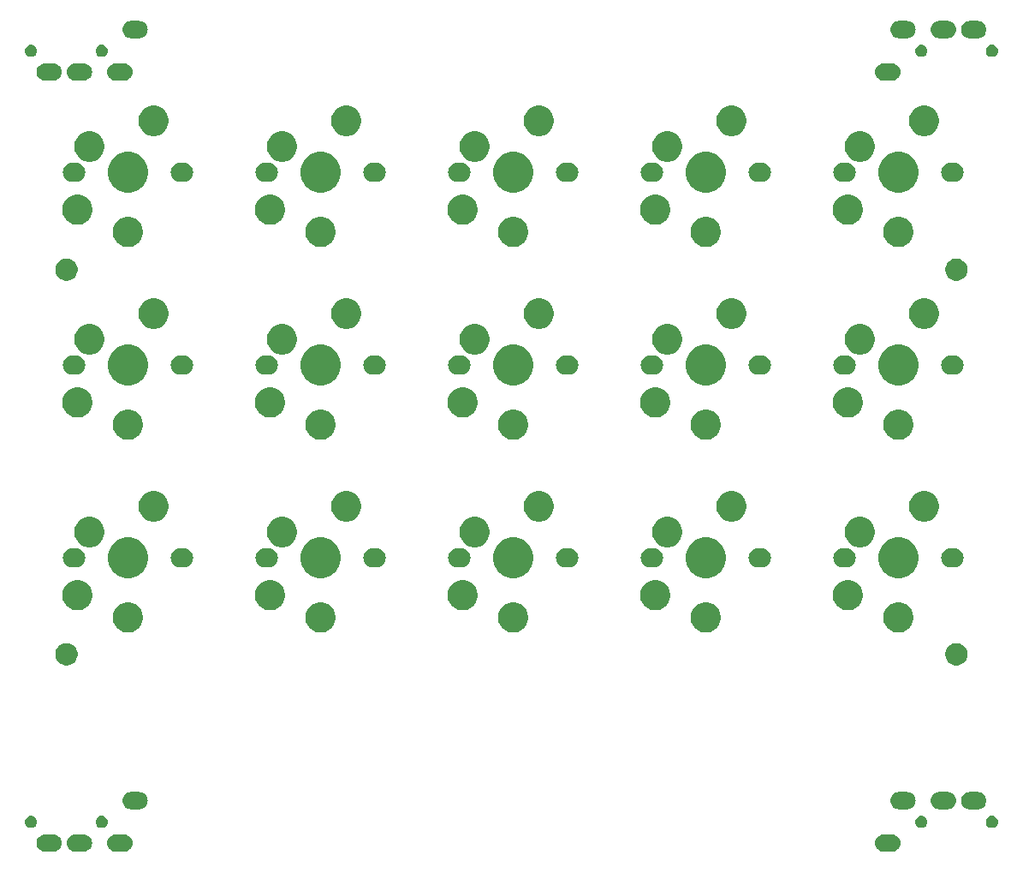
<source format=gts>
G04 #@! TF.GenerationSoftware,KiCad,Pcbnew,(5.1.0)-1*
G04 #@! TF.CreationDate,2019-04-24T01:44:36+09:00*
G04 #@! TF.ProjectId,mithumboard,6d697468-756d-4626-9f61-72642e6b6963,rev?*
G04 #@! TF.SameCoordinates,Original*
G04 #@! TF.FileFunction,Soldermask,Top*
G04 #@! TF.FilePolarity,Negative*
%FSLAX46Y46*%
G04 Gerber Fmt 4.6, Leading zero omitted, Abs format (unit mm)*
G04 Created by KiCad (PCBNEW (5.1.0)-1) date 2019-04-24 01:44:36*
%MOMM*%
%LPD*%
G04 APERTURE LIST*
%ADD10C,0.100000*%
G04 APERTURE END LIST*
D10*
G36*
X146791627Y-122837299D02*
G01*
X146871742Y-122861602D01*
X146951855Y-122885903D01*
X146951857Y-122885904D01*
X147099518Y-122964831D01*
X147228949Y-123071051D01*
X147335169Y-123200482D01*
X147414096Y-123348143D01*
X147462701Y-123508373D01*
X147479112Y-123675000D01*
X147462701Y-123841627D01*
X147414096Y-124001857D01*
X147335169Y-124149518D01*
X147228949Y-124278949D01*
X147099518Y-124385169D01*
X146951857Y-124464096D01*
X146951855Y-124464097D01*
X146871742Y-124488399D01*
X146791627Y-124512701D01*
X146666752Y-124525000D01*
X145783248Y-124525000D01*
X145658373Y-124512701D01*
X145578258Y-124488399D01*
X145498145Y-124464097D01*
X145498143Y-124464096D01*
X145350482Y-124385169D01*
X145221051Y-124278949D01*
X145114831Y-124149518D01*
X145035904Y-124001857D01*
X144987299Y-123841627D01*
X144970888Y-123675000D01*
X144987299Y-123508373D01*
X145035904Y-123348143D01*
X145114831Y-123200482D01*
X145221051Y-123071051D01*
X145350482Y-122964831D01*
X145498143Y-122885904D01*
X145498145Y-122885903D01*
X145578258Y-122861602D01*
X145658373Y-122837299D01*
X145783248Y-122825000D01*
X146666752Y-122825000D01*
X146791627Y-122837299D01*
X146791627Y-122837299D01*
G37*
G36*
X66846627Y-122837299D02*
G01*
X66926742Y-122861602D01*
X67006855Y-122885903D01*
X67006857Y-122885904D01*
X67154518Y-122964831D01*
X67283949Y-123071051D01*
X67390169Y-123200482D01*
X67469096Y-123348143D01*
X67517701Y-123508373D01*
X67534112Y-123675000D01*
X67517701Y-123841627D01*
X67469096Y-124001857D01*
X67390169Y-124149518D01*
X67283949Y-124278949D01*
X67154518Y-124385169D01*
X67006857Y-124464096D01*
X67006855Y-124464097D01*
X66926742Y-124488399D01*
X66846627Y-124512701D01*
X66721752Y-124525000D01*
X65838248Y-124525000D01*
X65713373Y-124512701D01*
X65633258Y-124488399D01*
X65553145Y-124464097D01*
X65553143Y-124464096D01*
X65405482Y-124385169D01*
X65276051Y-124278949D01*
X65169831Y-124149518D01*
X65090904Y-124001857D01*
X65042299Y-123841627D01*
X65025888Y-123675000D01*
X65042299Y-123508373D01*
X65090904Y-123348143D01*
X65169831Y-123200482D01*
X65276051Y-123071051D01*
X65405482Y-122964831D01*
X65553143Y-122885904D01*
X65553145Y-122885903D01*
X65633258Y-122861602D01*
X65713373Y-122837299D01*
X65838248Y-122825000D01*
X66721752Y-122825000D01*
X66846627Y-122837299D01*
X66846627Y-122837299D01*
G37*
G36*
X63846627Y-122837299D02*
G01*
X63926742Y-122861602D01*
X64006855Y-122885903D01*
X64006857Y-122885904D01*
X64154518Y-122964831D01*
X64283949Y-123071051D01*
X64390169Y-123200482D01*
X64469096Y-123348143D01*
X64517701Y-123508373D01*
X64534112Y-123675000D01*
X64517701Y-123841627D01*
X64469096Y-124001857D01*
X64390169Y-124149518D01*
X64283949Y-124278949D01*
X64154518Y-124385169D01*
X64006857Y-124464096D01*
X64006855Y-124464097D01*
X63926742Y-124488399D01*
X63846627Y-124512701D01*
X63721752Y-124525000D01*
X62838248Y-124525000D01*
X62713373Y-124512701D01*
X62633258Y-124488399D01*
X62553145Y-124464097D01*
X62553143Y-124464096D01*
X62405482Y-124385169D01*
X62276051Y-124278949D01*
X62169831Y-124149518D01*
X62090904Y-124001857D01*
X62042299Y-123841627D01*
X62025888Y-123675000D01*
X62042299Y-123508373D01*
X62090904Y-123348143D01*
X62169831Y-123200482D01*
X62276051Y-123071051D01*
X62405482Y-122964831D01*
X62553143Y-122885904D01*
X62553145Y-122885903D01*
X62633258Y-122861602D01*
X62713373Y-122837299D01*
X62838248Y-122825000D01*
X63721752Y-122825000D01*
X63846627Y-122837299D01*
X63846627Y-122837299D01*
G37*
G36*
X70846627Y-122837299D02*
G01*
X70926742Y-122861602D01*
X71006855Y-122885903D01*
X71006857Y-122885904D01*
X71154518Y-122964831D01*
X71283949Y-123071051D01*
X71390169Y-123200482D01*
X71469096Y-123348143D01*
X71517701Y-123508373D01*
X71534112Y-123675000D01*
X71517701Y-123841627D01*
X71469096Y-124001857D01*
X71390169Y-124149518D01*
X71283949Y-124278949D01*
X71154518Y-124385169D01*
X71006857Y-124464096D01*
X71006855Y-124464097D01*
X70926742Y-124488399D01*
X70846627Y-124512701D01*
X70721752Y-124525000D01*
X69838248Y-124525000D01*
X69713373Y-124512701D01*
X69633258Y-124488399D01*
X69553145Y-124464097D01*
X69553143Y-124464096D01*
X69405482Y-124385169D01*
X69276051Y-124278949D01*
X69169831Y-124149518D01*
X69090904Y-124001857D01*
X69042299Y-123841627D01*
X69025888Y-123675000D01*
X69042299Y-123508373D01*
X69090904Y-123348143D01*
X69169831Y-123200482D01*
X69276051Y-123071051D01*
X69405482Y-122964831D01*
X69553143Y-122885904D01*
X69553145Y-122885903D01*
X69633258Y-122861602D01*
X69713373Y-122837299D01*
X69838248Y-122825000D01*
X70721752Y-122825000D01*
X70846627Y-122837299D01*
X70846627Y-122837299D01*
G37*
G36*
X61655013Y-120998057D02*
G01*
X61764206Y-121043286D01*
X61862477Y-121108949D01*
X61946051Y-121192523D01*
X62011714Y-121290794D01*
X62056943Y-121399987D01*
X62080000Y-121515904D01*
X62080000Y-121634096D01*
X62056943Y-121750013D01*
X62011714Y-121859206D01*
X61946051Y-121957477D01*
X61862477Y-122041051D01*
X61764206Y-122106714D01*
X61655013Y-122151943D01*
X61539096Y-122175000D01*
X61420904Y-122175000D01*
X61304987Y-122151943D01*
X61195794Y-122106714D01*
X61097523Y-122041051D01*
X61013949Y-121957477D01*
X60948286Y-121859206D01*
X60903057Y-121750013D01*
X60880000Y-121634096D01*
X60880000Y-121515904D01*
X60903057Y-121399987D01*
X60948286Y-121290794D01*
X61013949Y-121192523D01*
X61097523Y-121108949D01*
X61195794Y-121043286D01*
X61304987Y-120998057D01*
X61420904Y-120975000D01*
X61539096Y-120975000D01*
X61655013Y-120998057D01*
X61655013Y-120998057D01*
G37*
G36*
X149700013Y-120998057D02*
G01*
X149809206Y-121043286D01*
X149907477Y-121108949D01*
X149991051Y-121192523D01*
X150056714Y-121290794D01*
X150101943Y-121399987D01*
X150125000Y-121515904D01*
X150125000Y-121634096D01*
X150101943Y-121750013D01*
X150056714Y-121859206D01*
X149991051Y-121957477D01*
X149907477Y-122041051D01*
X149809206Y-122106714D01*
X149700013Y-122151943D01*
X149584096Y-122175000D01*
X149465904Y-122175000D01*
X149349987Y-122151943D01*
X149240794Y-122106714D01*
X149142523Y-122041051D01*
X149058949Y-121957477D01*
X148993286Y-121859206D01*
X148948057Y-121750013D01*
X148925000Y-121634096D01*
X148925000Y-121515904D01*
X148948057Y-121399987D01*
X148993286Y-121290794D01*
X149058949Y-121192523D01*
X149142523Y-121108949D01*
X149240794Y-121043286D01*
X149349987Y-120998057D01*
X149465904Y-120975000D01*
X149584096Y-120975000D01*
X149700013Y-120998057D01*
X149700013Y-120998057D01*
G37*
G36*
X156700013Y-120998057D02*
G01*
X156809206Y-121043286D01*
X156907477Y-121108949D01*
X156991051Y-121192523D01*
X157056714Y-121290794D01*
X157101943Y-121399987D01*
X157125000Y-121515904D01*
X157125000Y-121634096D01*
X157101943Y-121750013D01*
X157056714Y-121859206D01*
X156991051Y-121957477D01*
X156907477Y-122041051D01*
X156809206Y-122106714D01*
X156700013Y-122151943D01*
X156584096Y-122175000D01*
X156465904Y-122175000D01*
X156349987Y-122151943D01*
X156240794Y-122106714D01*
X156142523Y-122041051D01*
X156058949Y-121957477D01*
X155993286Y-121859206D01*
X155948057Y-121750013D01*
X155925000Y-121634096D01*
X155925000Y-121515904D01*
X155948057Y-121399987D01*
X155993286Y-121290794D01*
X156058949Y-121192523D01*
X156142523Y-121108949D01*
X156240794Y-121043286D01*
X156349987Y-120998057D01*
X156465904Y-120975000D01*
X156584096Y-120975000D01*
X156700013Y-120998057D01*
X156700013Y-120998057D01*
G37*
G36*
X68655013Y-120998057D02*
G01*
X68764206Y-121043286D01*
X68862477Y-121108949D01*
X68946051Y-121192523D01*
X69011714Y-121290794D01*
X69056943Y-121399987D01*
X69080000Y-121515904D01*
X69080000Y-121634096D01*
X69056943Y-121750013D01*
X69011714Y-121859206D01*
X68946051Y-121957477D01*
X68862477Y-122041051D01*
X68764206Y-122106714D01*
X68655013Y-122151943D01*
X68539096Y-122175000D01*
X68420904Y-122175000D01*
X68304987Y-122151943D01*
X68195794Y-122106714D01*
X68097523Y-122041051D01*
X68013949Y-121957477D01*
X67948286Y-121859206D01*
X67903057Y-121750013D01*
X67880000Y-121634096D01*
X67880000Y-121515904D01*
X67903057Y-121399987D01*
X67948286Y-121290794D01*
X68013949Y-121192523D01*
X68097523Y-121108949D01*
X68195794Y-121043286D01*
X68304987Y-120998057D01*
X68420904Y-120975000D01*
X68539096Y-120975000D01*
X68655013Y-120998057D01*
X68655013Y-120998057D01*
G37*
G36*
X72346627Y-118637299D02*
G01*
X72426742Y-118661601D01*
X72506855Y-118685903D01*
X72506857Y-118685904D01*
X72654518Y-118764831D01*
X72783949Y-118871051D01*
X72890169Y-119000482D01*
X72969096Y-119148143D01*
X73017701Y-119308373D01*
X73034112Y-119475000D01*
X73017701Y-119641627D01*
X72969096Y-119801857D01*
X72890169Y-119949518D01*
X72783949Y-120078949D01*
X72654518Y-120185169D01*
X72506857Y-120264096D01*
X72506855Y-120264097D01*
X72426742Y-120288399D01*
X72346627Y-120312701D01*
X72221752Y-120325000D01*
X71338248Y-120325000D01*
X71213373Y-120312701D01*
X71133258Y-120288399D01*
X71053145Y-120264097D01*
X71053143Y-120264096D01*
X70905482Y-120185169D01*
X70776051Y-120078949D01*
X70669831Y-119949518D01*
X70590904Y-119801857D01*
X70542299Y-119641627D01*
X70525888Y-119475000D01*
X70542299Y-119308373D01*
X70590904Y-119148143D01*
X70669831Y-119000482D01*
X70776051Y-118871051D01*
X70905482Y-118764831D01*
X71053143Y-118685904D01*
X71053145Y-118685903D01*
X71133258Y-118661601D01*
X71213373Y-118637299D01*
X71338248Y-118625000D01*
X72221752Y-118625000D01*
X72346627Y-118637299D01*
X72346627Y-118637299D01*
G37*
G36*
X148291627Y-118637299D02*
G01*
X148371742Y-118661601D01*
X148451855Y-118685903D01*
X148451857Y-118685904D01*
X148599518Y-118764831D01*
X148728949Y-118871051D01*
X148835169Y-119000482D01*
X148914096Y-119148143D01*
X148962701Y-119308373D01*
X148979112Y-119475000D01*
X148962701Y-119641627D01*
X148914096Y-119801857D01*
X148835169Y-119949518D01*
X148728949Y-120078949D01*
X148599518Y-120185169D01*
X148451857Y-120264096D01*
X148451855Y-120264097D01*
X148371742Y-120288399D01*
X148291627Y-120312701D01*
X148166752Y-120325000D01*
X147283248Y-120325000D01*
X147158373Y-120312701D01*
X147078258Y-120288399D01*
X146998145Y-120264097D01*
X146998143Y-120264096D01*
X146850482Y-120185169D01*
X146721051Y-120078949D01*
X146614831Y-119949518D01*
X146535904Y-119801857D01*
X146487299Y-119641627D01*
X146470888Y-119475000D01*
X146487299Y-119308373D01*
X146535904Y-119148143D01*
X146614831Y-119000482D01*
X146721051Y-118871051D01*
X146850482Y-118764831D01*
X146998143Y-118685904D01*
X146998145Y-118685903D01*
X147078258Y-118661601D01*
X147158373Y-118637299D01*
X147283248Y-118625000D01*
X148166752Y-118625000D01*
X148291627Y-118637299D01*
X148291627Y-118637299D01*
G37*
G36*
X152291627Y-118637299D02*
G01*
X152371742Y-118661601D01*
X152451855Y-118685903D01*
X152451857Y-118685904D01*
X152599518Y-118764831D01*
X152728949Y-118871051D01*
X152835169Y-119000482D01*
X152914096Y-119148143D01*
X152962701Y-119308373D01*
X152979112Y-119475000D01*
X152962701Y-119641627D01*
X152914096Y-119801857D01*
X152835169Y-119949518D01*
X152728949Y-120078949D01*
X152599518Y-120185169D01*
X152451857Y-120264096D01*
X152451855Y-120264097D01*
X152371742Y-120288399D01*
X152291627Y-120312701D01*
X152166752Y-120325000D01*
X151283248Y-120325000D01*
X151158373Y-120312701D01*
X151078258Y-120288399D01*
X150998145Y-120264097D01*
X150998143Y-120264096D01*
X150850482Y-120185169D01*
X150721051Y-120078949D01*
X150614831Y-119949518D01*
X150535904Y-119801857D01*
X150487299Y-119641627D01*
X150470888Y-119475000D01*
X150487299Y-119308373D01*
X150535904Y-119148143D01*
X150614831Y-119000482D01*
X150721051Y-118871051D01*
X150850482Y-118764831D01*
X150998143Y-118685904D01*
X150998145Y-118685903D01*
X151078258Y-118661601D01*
X151158373Y-118637299D01*
X151283248Y-118625000D01*
X152166752Y-118625000D01*
X152291627Y-118637299D01*
X152291627Y-118637299D01*
G37*
G36*
X155291627Y-118637299D02*
G01*
X155371742Y-118661601D01*
X155451855Y-118685903D01*
X155451857Y-118685904D01*
X155599518Y-118764831D01*
X155728949Y-118871051D01*
X155835169Y-119000482D01*
X155914096Y-119148143D01*
X155962701Y-119308373D01*
X155979112Y-119475000D01*
X155962701Y-119641627D01*
X155914096Y-119801857D01*
X155835169Y-119949518D01*
X155728949Y-120078949D01*
X155599518Y-120185169D01*
X155451857Y-120264096D01*
X155451855Y-120264097D01*
X155371742Y-120288399D01*
X155291627Y-120312701D01*
X155166752Y-120325000D01*
X154283248Y-120325000D01*
X154158373Y-120312701D01*
X154078258Y-120288399D01*
X153998145Y-120264097D01*
X153998143Y-120264096D01*
X153850482Y-120185169D01*
X153721051Y-120078949D01*
X153614831Y-119949518D01*
X153535904Y-119801857D01*
X153487299Y-119641627D01*
X153470888Y-119475000D01*
X153487299Y-119308373D01*
X153535904Y-119148143D01*
X153614831Y-119000482D01*
X153721051Y-118871051D01*
X153850482Y-118764831D01*
X153998143Y-118685904D01*
X153998145Y-118685903D01*
X154078258Y-118661601D01*
X154158373Y-118637299D01*
X154283248Y-118625000D01*
X155166752Y-118625000D01*
X155291627Y-118637299D01*
X155291627Y-118637299D01*
G37*
G36*
X65320857Y-103942272D02*
G01*
X65521043Y-104025192D01*
X65521045Y-104025193D01*
X65611738Y-104085792D01*
X65701208Y-104145574D01*
X65854426Y-104298792D01*
X65974808Y-104478957D01*
X66057728Y-104679143D01*
X66100000Y-104891658D01*
X66100000Y-105108342D01*
X66057728Y-105320857D01*
X65974808Y-105521043D01*
X65974807Y-105521045D01*
X65854425Y-105701209D01*
X65701209Y-105854425D01*
X65521045Y-105974807D01*
X65521044Y-105974808D01*
X65521043Y-105974808D01*
X65320857Y-106057728D01*
X65108342Y-106100000D01*
X64891658Y-106100000D01*
X64679143Y-106057728D01*
X64478957Y-105974808D01*
X64478956Y-105974808D01*
X64478955Y-105974807D01*
X64298791Y-105854425D01*
X64145575Y-105701209D01*
X64025193Y-105521045D01*
X64025192Y-105521043D01*
X63942272Y-105320857D01*
X63900000Y-105108342D01*
X63900000Y-104891658D01*
X63942272Y-104679143D01*
X64025192Y-104478957D01*
X64145574Y-104298792D01*
X64298792Y-104145574D01*
X64388262Y-104085792D01*
X64478955Y-104025193D01*
X64478957Y-104025192D01*
X64679143Y-103942272D01*
X64891658Y-103900000D01*
X65108342Y-103900000D01*
X65320857Y-103942272D01*
X65320857Y-103942272D01*
G37*
G36*
X153320857Y-103942272D02*
G01*
X153521043Y-104025192D01*
X153521045Y-104025193D01*
X153611738Y-104085792D01*
X153701208Y-104145574D01*
X153854426Y-104298792D01*
X153974808Y-104478957D01*
X154057728Y-104679143D01*
X154100000Y-104891658D01*
X154100000Y-105108342D01*
X154057728Y-105320857D01*
X153974808Y-105521043D01*
X153974807Y-105521045D01*
X153854425Y-105701209D01*
X153701209Y-105854425D01*
X153521045Y-105974807D01*
X153521044Y-105974808D01*
X153521043Y-105974808D01*
X153320857Y-106057728D01*
X153108342Y-106100000D01*
X152891658Y-106100000D01*
X152679143Y-106057728D01*
X152478957Y-105974808D01*
X152478956Y-105974808D01*
X152478955Y-105974807D01*
X152298791Y-105854425D01*
X152145575Y-105701209D01*
X152025193Y-105521045D01*
X152025192Y-105521043D01*
X151942272Y-105320857D01*
X151900000Y-105108342D01*
X151900000Y-104891658D01*
X151942272Y-104679143D01*
X152025192Y-104478957D01*
X152145574Y-104298792D01*
X152298792Y-104145574D01*
X152388262Y-104085792D01*
X152478955Y-104025193D01*
X152478957Y-104025192D01*
X152679143Y-103942272D01*
X152891658Y-103900000D01*
X153108342Y-103900000D01*
X153320857Y-103942272D01*
X153320857Y-103942272D01*
G37*
G36*
X109612535Y-99932644D02*
G01*
X109885516Y-100045717D01*
X109885518Y-100045718D01*
X110131195Y-100209875D01*
X110340127Y-100418807D01*
X110472795Y-100617357D01*
X110504285Y-100664486D01*
X110617358Y-100937467D01*
X110675001Y-101227263D01*
X110675001Y-101522739D01*
X110617358Y-101812535D01*
X110504285Y-102085516D01*
X110504284Y-102085518D01*
X110340127Y-102331195D01*
X110131195Y-102540127D01*
X109885518Y-102704284D01*
X109885517Y-102704285D01*
X109885516Y-102704285D01*
X109612535Y-102817358D01*
X109322739Y-102875001D01*
X109027263Y-102875001D01*
X108737467Y-102817358D01*
X108464486Y-102704285D01*
X108464485Y-102704285D01*
X108464484Y-102704284D01*
X108218807Y-102540127D01*
X108009875Y-102331195D01*
X107845718Y-102085518D01*
X107845717Y-102085516D01*
X107732644Y-101812535D01*
X107675001Y-101522739D01*
X107675001Y-101227263D01*
X107732644Y-100937467D01*
X107845717Y-100664486D01*
X107877208Y-100617357D01*
X108009875Y-100418807D01*
X108218807Y-100209875D01*
X108464484Y-100045718D01*
X108464486Y-100045717D01*
X108737467Y-99932644D01*
X109027263Y-99875001D01*
X109322739Y-99875001D01*
X109612535Y-99932644D01*
X109612535Y-99932644D01*
G37*
G36*
X71512535Y-99932644D02*
G01*
X71785516Y-100045717D01*
X71785518Y-100045718D01*
X72031195Y-100209875D01*
X72240127Y-100418807D01*
X72372795Y-100617357D01*
X72404285Y-100664486D01*
X72517358Y-100937467D01*
X72575001Y-101227263D01*
X72575001Y-101522739D01*
X72517358Y-101812535D01*
X72404285Y-102085516D01*
X72404284Y-102085518D01*
X72240127Y-102331195D01*
X72031195Y-102540127D01*
X71785518Y-102704284D01*
X71785517Y-102704285D01*
X71785516Y-102704285D01*
X71512535Y-102817358D01*
X71222739Y-102875001D01*
X70927263Y-102875001D01*
X70637467Y-102817358D01*
X70364486Y-102704285D01*
X70364485Y-102704285D01*
X70364484Y-102704284D01*
X70118807Y-102540127D01*
X69909875Y-102331195D01*
X69745718Y-102085518D01*
X69745717Y-102085516D01*
X69632644Y-101812535D01*
X69575001Y-101522739D01*
X69575001Y-101227263D01*
X69632644Y-100937467D01*
X69745717Y-100664486D01*
X69777208Y-100617357D01*
X69909875Y-100418807D01*
X70118807Y-100209875D01*
X70364484Y-100045718D01*
X70364486Y-100045717D01*
X70637467Y-99932644D01*
X70927263Y-99875001D01*
X71222739Y-99875001D01*
X71512535Y-99932644D01*
X71512535Y-99932644D01*
G37*
G36*
X90562535Y-99932644D02*
G01*
X90835516Y-100045717D01*
X90835518Y-100045718D01*
X91081195Y-100209875D01*
X91290127Y-100418807D01*
X91422795Y-100617357D01*
X91454285Y-100664486D01*
X91567358Y-100937467D01*
X91625001Y-101227263D01*
X91625001Y-101522739D01*
X91567358Y-101812535D01*
X91454285Y-102085516D01*
X91454284Y-102085518D01*
X91290127Y-102331195D01*
X91081195Y-102540127D01*
X90835518Y-102704284D01*
X90835517Y-102704285D01*
X90835516Y-102704285D01*
X90562535Y-102817358D01*
X90272739Y-102875001D01*
X89977263Y-102875001D01*
X89687467Y-102817358D01*
X89414486Y-102704285D01*
X89414485Y-102704285D01*
X89414484Y-102704284D01*
X89168807Y-102540127D01*
X88959875Y-102331195D01*
X88795718Y-102085518D01*
X88795717Y-102085516D01*
X88682644Y-101812535D01*
X88625001Y-101522739D01*
X88625001Y-101227263D01*
X88682644Y-100937467D01*
X88795717Y-100664486D01*
X88827208Y-100617357D01*
X88959875Y-100418807D01*
X89168807Y-100209875D01*
X89414484Y-100045718D01*
X89414486Y-100045717D01*
X89687467Y-99932644D01*
X89977263Y-99875001D01*
X90272739Y-99875001D01*
X90562535Y-99932644D01*
X90562535Y-99932644D01*
G37*
G36*
X147712535Y-99932644D02*
G01*
X147985516Y-100045717D01*
X147985518Y-100045718D01*
X148231195Y-100209875D01*
X148440127Y-100418807D01*
X148572795Y-100617357D01*
X148604285Y-100664486D01*
X148717358Y-100937467D01*
X148775001Y-101227263D01*
X148775001Y-101522739D01*
X148717358Y-101812535D01*
X148604285Y-102085516D01*
X148604284Y-102085518D01*
X148440127Y-102331195D01*
X148231195Y-102540127D01*
X147985518Y-102704284D01*
X147985517Y-102704285D01*
X147985516Y-102704285D01*
X147712535Y-102817358D01*
X147422739Y-102875001D01*
X147127263Y-102875001D01*
X146837467Y-102817358D01*
X146564486Y-102704285D01*
X146564485Y-102704285D01*
X146564484Y-102704284D01*
X146318807Y-102540127D01*
X146109875Y-102331195D01*
X145945718Y-102085518D01*
X145945717Y-102085516D01*
X145832644Y-101812535D01*
X145775001Y-101522739D01*
X145775001Y-101227263D01*
X145832644Y-100937467D01*
X145945717Y-100664486D01*
X145977208Y-100617357D01*
X146109875Y-100418807D01*
X146318807Y-100209875D01*
X146564484Y-100045718D01*
X146564486Y-100045717D01*
X146837467Y-99932644D01*
X147127263Y-99875001D01*
X147422739Y-99875001D01*
X147712535Y-99932644D01*
X147712535Y-99932644D01*
G37*
G36*
X128662535Y-99932644D02*
G01*
X128935516Y-100045717D01*
X128935518Y-100045718D01*
X129181195Y-100209875D01*
X129390127Y-100418807D01*
X129522795Y-100617357D01*
X129554285Y-100664486D01*
X129667358Y-100937467D01*
X129725001Y-101227263D01*
X129725001Y-101522739D01*
X129667358Y-101812535D01*
X129554285Y-102085516D01*
X129554284Y-102085518D01*
X129390127Y-102331195D01*
X129181195Y-102540127D01*
X128935518Y-102704284D01*
X128935517Y-102704285D01*
X128935516Y-102704285D01*
X128662535Y-102817358D01*
X128372739Y-102875001D01*
X128077263Y-102875001D01*
X127787467Y-102817358D01*
X127514486Y-102704285D01*
X127514485Y-102704285D01*
X127514484Y-102704284D01*
X127268807Y-102540127D01*
X127059875Y-102331195D01*
X126895718Y-102085518D01*
X126895717Y-102085516D01*
X126782644Y-101812535D01*
X126725001Y-101522739D01*
X126725001Y-101227263D01*
X126782644Y-100937467D01*
X126895717Y-100664486D01*
X126927208Y-100617357D01*
X127059875Y-100418807D01*
X127268807Y-100209875D01*
X127514484Y-100045718D01*
X127514486Y-100045717D01*
X127787467Y-99932644D01*
X128077263Y-99875001D01*
X128372739Y-99875001D01*
X128662535Y-99932644D01*
X128662535Y-99932644D01*
G37*
G36*
X104612535Y-97732644D02*
G01*
X104885516Y-97845717D01*
X104885518Y-97845718D01*
X105009191Y-97928354D01*
X105131194Y-98009874D01*
X105340128Y-98218808D01*
X105504285Y-98464486D01*
X105617358Y-98737467D01*
X105675001Y-99027263D01*
X105675001Y-99322739D01*
X105617358Y-99612535D01*
X105508640Y-99875001D01*
X105504284Y-99885518D01*
X105340127Y-100131195D01*
X105131195Y-100340127D01*
X104885518Y-100504284D01*
X104885517Y-100504285D01*
X104885516Y-100504285D01*
X104612535Y-100617358D01*
X104322739Y-100675001D01*
X104027263Y-100675001D01*
X103737467Y-100617358D01*
X103464486Y-100504285D01*
X103464485Y-100504285D01*
X103464484Y-100504284D01*
X103218807Y-100340127D01*
X103009875Y-100131195D01*
X102845718Y-99885518D01*
X102841362Y-99875001D01*
X102732644Y-99612535D01*
X102675001Y-99322739D01*
X102675001Y-99027263D01*
X102732644Y-98737467D01*
X102845717Y-98464486D01*
X103009874Y-98218808D01*
X103218808Y-98009874D01*
X103340811Y-97928354D01*
X103464484Y-97845718D01*
X103464486Y-97845717D01*
X103737467Y-97732644D01*
X104027263Y-97675001D01*
X104322739Y-97675001D01*
X104612535Y-97732644D01*
X104612535Y-97732644D01*
G37*
G36*
X66512535Y-97732644D02*
G01*
X66785516Y-97845717D01*
X66785518Y-97845718D01*
X66909191Y-97928354D01*
X67031194Y-98009874D01*
X67240128Y-98218808D01*
X67404285Y-98464486D01*
X67517358Y-98737467D01*
X67575001Y-99027263D01*
X67575001Y-99322739D01*
X67517358Y-99612535D01*
X67408640Y-99875001D01*
X67404284Y-99885518D01*
X67240127Y-100131195D01*
X67031195Y-100340127D01*
X66785518Y-100504284D01*
X66785517Y-100504285D01*
X66785516Y-100504285D01*
X66512535Y-100617358D01*
X66222739Y-100675001D01*
X65927263Y-100675001D01*
X65637467Y-100617358D01*
X65364486Y-100504285D01*
X65364485Y-100504285D01*
X65364484Y-100504284D01*
X65118807Y-100340127D01*
X64909875Y-100131195D01*
X64745718Y-99885518D01*
X64741362Y-99875001D01*
X64632644Y-99612535D01*
X64575001Y-99322739D01*
X64575001Y-99027263D01*
X64632644Y-98737467D01*
X64745717Y-98464486D01*
X64909874Y-98218808D01*
X65118808Y-98009874D01*
X65240811Y-97928354D01*
X65364484Y-97845718D01*
X65364486Y-97845717D01*
X65637467Y-97732644D01*
X65927263Y-97675001D01*
X66222739Y-97675001D01*
X66512535Y-97732644D01*
X66512535Y-97732644D01*
G37*
G36*
X85562535Y-97732644D02*
G01*
X85835516Y-97845717D01*
X85835518Y-97845718D01*
X85959191Y-97928354D01*
X86081194Y-98009874D01*
X86290128Y-98218808D01*
X86454285Y-98464486D01*
X86567358Y-98737467D01*
X86625001Y-99027263D01*
X86625001Y-99322739D01*
X86567358Y-99612535D01*
X86458640Y-99875001D01*
X86454284Y-99885518D01*
X86290127Y-100131195D01*
X86081195Y-100340127D01*
X85835518Y-100504284D01*
X85835517Y-100504285D01*
X85835516Y-100504285D01*
X85562535Y-100617358D01*
X85272739Y-100675001D01*
X84977263Y-100675001D01*
X84687467Y-100617358D01*
X84414486Y-100504285D01*
X84414485Y-100504285D01*
X84414484Y-100504284D01*
X84168807Y-100340127D01*
X83959875Y-100131195D01*
X83795718Y-99885518D01*
X83791362Y-99875001D01*
X83682644Y-99612535D01*
X83625001Y-99322739D01*
X83625001Y-99027263D01*
X83682644Y-98737467D01*
X83795717Y-98464486D01*
X83959874Y-98218808D01*
X84168808Y-98009874D01*
X84290811Y-97928354D01*
X84414484Y-97845718D01*
X84414486Y-97845717D01*
X84687467Y-97732644D01*
X84977263Y-97675001D01*
X85272739Y-97675001D01*
X85562535Y-97732644D01*
X85562535Y-97732644D01*
G37*
G36*
X123662535Y-97732644D02*
G01*
X123935516Y-97845717D01*
X123935518Y-97845718D01*
X124059191Y-97928354D01*
X124181194Y-98009874D01*
X124390128Y-98218808D01*
X124554285Y-98464486D01*
X124667358Y-98737467D01*
X124725001Y-99027263D01*
X124725001Y-99322739D01*
X124667358Y-99612535D01*
X124558640Y-99875001D01*
X124554284Y-99885518D01*
X124390127Y-100131195D01*
X124181195Y-100340127D01*
X123935518Y-100504284D01*
X123935517Y-100504285D01*
X123935516Y-100504285D01*
X123662535Y-100617358D01*
X123372739Y-100675001D01*
X123077263Y-100675001D01*
X122787467Y-100617358D01*
X122514486Y-100504285D01*
X122514485Y-100504285D01*
X122514484Y-100504284D01*
X122268807Y-100340127D01*
X122059875Y-100131195D01*
X121895718Y-99885518D01*
X121891362Y-99875001D01*
X121782644Y-99612535D01*
X121725001Y-99322739D01*
X121725001Y-99027263D01*
X121782644Y-98737467D01*
X121895717Y-98464486D01*
X122059874Y-98218808D01*
X122268808Y-98009874D01*
X122390811Y-97928354D01*
X122514484Y-97845718D01*
X122514486Y-97845717D01*
X122787467Y-97732644D01*
X123077263Y-97675001D01*
X123372739Y-97675001D01*
X123662535Y-97732644D01*
X123662535Y-97732644D01*
G37*
G36*
X142712535Y-97732644D02*
G01*
X142985516Y-97845717D01*
X142985518Y-97845718D01*
X143109191Y-97928354D01*
X143231194Y-98009874D01*
X143440128Y-98218808D01*
X143604285Y-98464486D01*
X143717358Y-98737467D01*
X143775001Y-99027263D01*
X143775001Y-99322739D01*
X143717358Y-99612535D01*
X143608640Y-99875001D01*
X143604284Y-99885518D01*
X143440127Y-100131195D01*
X143231195Y-100340127D01*
X142985518Y-100504284D01*
X142985517Y-100504285D01*
X142985516Y-100504285D01*
X142712535Y-100617358D01*
X142422739Y-100675001D01*
X142127263Y-100675001D01*
X141837467Y-100617358D01*
X141564486Y-100504285D01*
X141564485Y-100504285D01*
X141564484Y-100504284D01*
X141318807Y-100340127D01*
X141109875Y-100131195D01*
X140945718Y-99885518D01*
X140941362Y-99875001D01*
X140832644Y-99612535D01*
X140775001Y-99322739D01*
X140775001Y-99027263D01*
X140832644Y-98737467D01*
X140945717Y-98464486D01*
X141109874Y-98218808D01*
X141318808Y-98009874D01*
X141440811Y-97928354D01*
X141564484Y-97845718D01*
X141564486Y-97845717D01*
X141837467Y-97732644D01*
X142127263Y-97675001D01*
X142422739Y-97675001D01*
X142712535Y-97732644D01*
X142712535Y-97732644D01*
G37*
G36*
X128808378Y-93551859D02*
G01*
X129172354Y-93702623D01*
X129172356Y-93702624D01*
X129337252Y-93812804D01*
X129454573Y-93891195D01*
X129499927Y-93921500D01*
X129778502Y-94200075D01*
X129995611Y-94525001D01*
X129997379Y-94527648D01*
X130148143Y-94891624D01*
X130225001Y-95278017D01*
X130225001Y-95671985D01*
X130148143Y-96058378D01*
X130024477Y-96356933D01*
X129997378Y-96422356D01*
X129778502Y-96749927D01*
X129499927Y-97028502D01*
X129172356Y-97247378D01*
X129172355Y-97247379D01*
X129172354Y-97247379D01*
X128808378Y-97398143D01*
X128421985Y-97475001D01*
X128028017Y-97475001D01*
X127641624Y-97398143D01*
X127277648Y-97247379D01*
X127277647Y-97247379D01*
X127277646Y-97247378D01*
X126950075Y-97028502D01*
X126671500Y-96749927D01*
X126452624Y-96422356D01*
X126425525Y-96356933D01*
X126301859Y-96058378D01*
X126225001Y-95671985D01*
X126225001Y-95278017D01*
X126301859Y-94891624D01*
X126452623Y-94527648D01*
X126454392Y-94525001D01*
X126671500Y-94200075D01*
X126950075Y-93921500D01*
X126995430Y-93891195D01*
X127112750Y-93812804D01*
X127277646Y-93702624D01*
X127277648Y-93702623D01*
X127641624Y-93551859D01*
X128028017Y-93475001D01*
X128421985Y-93475001D01*
X128808378Y-93551859D01*
X128808378Y-93551859D01*
G37*
G36*
X90708378Y-93551859D02*
G01*
X91072354Y-93702623D01*
X91072356Y-93702624D01*
X91237252Y-93812804D01*
X91354573Y-93891195D01*
X91399927Y-93921500D01*
X91678502Y-94200075D01*
X91895611Y-94525001D01*
X91897379Y-94527648D01*
X92048143Y-94891624D01*
X92125001Y-95278017D01*
X92125001Y-95671985D01*
X92048143Y-96058378D01*
X91924477Y-96356933D01*
X91897378Y-96422356D01*
X91678502Y-96749927D01*
X91399927Y-97028502D01*
X91072356Y-97247378D01*
X91072355Y-97247379D01*
X91072354Y-97247379D01*
X90708378Y-97398143D01*
X90321985Y-97475001D01*
X89928017Y-97475001D01*
X89541624Y-97398143D01*
X89177648Y-97247379D01*
X89177647Y-97247379D01*
X89177646Y-97247378D01*
X88850075Y-97028502D01*
X88571500Y-96749927D01*
X88352624Y-96422356D01*
X88325525Y-96356933D01*
X88201859Y-96058378D01*
X88125001Y-95671985D01*
X88125001Y-95278017D01*
X88201859Y-94891624D01*
X88352623Y-94527648D01*
X88354392Y-94525001D01*
X88571500Y-94200075D01*
X88850075Y-93921500D01*
X88895430Y-93891195D01*
X89012750Y-93812804D01*
X89177646Y-93702624D01*
X89177648Y-93702623D01*
X89541624Y-93551859D01*
X89928017Y-93475001D01*
X90321985Y-93475001D01*
X90708378Y-93551859D01*
X90708378Y-93551859D01*
G37*
G36*
X147858378Y-93551859D02*
G01*
X148222354Y-93702623D01*
X148222356Y-93702624D01*
X148387252Y-93812804D01*
X148504573Y-93891195D01*
X148549927Y-93921500D01*
X148828502Y-94200075D01*
X149045611Y-94525001D01*
X149047379Y-94527648D01*
X149198143Y-94891624D01*
X149275001Y-95278017D01*
X149275001Y-95671985D01*
X149198143Y-96058378D01*
X149074477Y-96356933D01*
X149047378Y-96422356D01*
X148828502Y-96749927D01*
X148549927Y-97028502D01*
X148222356Y-97247378D01*
X148222355Y-97247379D01*
X148222354Y-97247379D01*
X147858378Y-97398143D01*
X147471985Y-97475001D01*
X147078017Y-97475001D01*
X146691624Y-97398143D01*
X146327648Y-97247379D01*
X146327647Y-97247379D01*
X146327646Y-97247378D01*
X146000075Y-97028502D01*
X145721500Y-96749927D01*
X145502624Y-96422356D01*
X145475525Y-96356933D01*
X145351859Y-96058378D01*
X145275001Y-95671985D01*
X145275001Y-95278017D01*
X145351859Y-94891624D01*
X145502623Y-94527648D01*
X145504392Y-94525001D01*
X145721500Y-94200075D01*
X146000075Y-93921500D01*
X146045430Y-93891195D01*
X146162750Y-93812804D01*
X146327646Y-93702624D01*
X146327648Y-93702623D01*
X146691624Y-93551859D01*
X147078017Y-93475001D01*
X147471985Y-93475001D01*
X147858378Y-93551859D01*
X147858378Y-93551859D01*
G37*
G36*
X109758378Y-93551859D02*
G01*
X110122354Y-93702623D01*
X110122356Y-93702624D01*
X110287252Y-93812804D01*
X110404573Y-93891195D01*
X110449927Y-93921500D01*
X110728502Y-94200075D01*
X110945611Y-94525001D01*
X110947379Y-94527648D01*
X111098143Y-94891624D01*
X111175001Y-95278017D01*
X111175001Y-95671985D01*
X111098143Y-96058378D01*
X110974477Y-96356933D01*
X110947378Y-96422356D01*
X110728502Y-96749927D01*
X110449927Y-97028502D01*
X110122356Y-97247378D01*
X110122355Y-97247379D01*
X110122354Y-97247379D01*
X109758378Y-97398143D01*
X109371985Y-97475001D01*
X108978017Y-97475001D01*
X108591624Y-97398143D01*
X108227648Y-97247379D01*
X108227647Y-97247379D01*
X108227646Y-97247378D01*
X107900075Y-97028502D01*
X107621500Y-96749927D01*
X107402624Y-96422356D01*
X107375525Y-96356933D01*
X107251859Y-96058378D01*
X107175001Y-95671985D01*
X107175001Y-95278017D01*
X107251859Y-94891624D01*
X107402623Y-94527648D01*
X107404392Y-94525001D01*
X107621500Y-94200075D01*
X107900075Y-93921500D01*
X107945430Y-93891195D01*
X108062750Y-93812804D01*
X108227646Y-93702624D01*
X108227648Y-93702623D01*
X108591624Y-93551859D01*
X108978017Y-93475001D01*
X109371985Y-93475001D01*
X109758378Y-93551859D01*
X109758378Y-93551859D01*
G37*
G36*
X71658378Y-93551859D02*
G01*
X72022354Y-93702623D01*
X72022356Y-93702624D01*
X72187252Y-93812804D01*
X72304573Y-93891195D01*
X72349927Y-93921500D01*
X72628502Y-94200075D01*
X72845611Y-94525001D01*
X72847379Y-94527648D01*
X72998143Y-94891624D01*
X73075001Y-95278017D01*
X73075001Y-95671985D01*
X72998143Y-96058378D01*
X72874477Y-96356933D01*
X72847378Y-96422356D01*
X72628502Y-96749927D01*
X72349927Y-97028502D01*
X72022356Y-97247378D01*
X72022355Y-97247379D01*
X72022354Y-97247379D01*
X71658378Y-97398143D01*
X71271985Y-97475001D01*
X70878017Y-97475001D01*
X70491624Y-97398143D01*
X70127648Y-97247379D01*
X70127647Y-97247379D01*
X70127646Y-97247378D01*
X69800075Y-97028502D01*
X69521500Y-96749927D01*
X69302624Y-96422356D01*
X69275525Y-96356933D01*
X69151859Y-96058378D01*
X69075001Y-95671985D01*
X69075001Y-95278017D01*
X69151859Y-94891624D01*
X69302623Y-94527648D01*
X69304392Y-94525001D01*
X69521500Y-94200075D01*
X69800075Y-93921500D01*
X69845430Y-93891195D01*
X69962750Y-93812804D01*
X70127646Y-93702624D01*
X70127648Y-93702623D01*
X70491624Y-93551859D01*
X70878017Y-93475001D01*
X71271985Y-93475001D01*
X71658378Y-93551859D01*
X71658378Y-93551859D01*
G37*
G36*
X104073542Y-94527648D02*
G01*
X104186233Y-94538747D01*
X104275771Y-94565908D01*
X104365310Y-94593069D01*
X104453524Y-94640221D01*
X104530346Y-94681283D01*
X104530348Y-94681284D01*
X104530347Y-94681284D01*
X104675003Y-94799999D01*
X104793718Y-94944655D01*
X104881933Y-95109692D01*
X104881933Y-95109693D01*
X104936255Y-95288769D01*
X104954597Y-95475001D01*
X104936255Y-95661233D01*
X104932993Y-95671985D01*
X104881933Y-95840310D01*
X104793718Y-96005347D01*
X104675003Y-96150003D01*
X104543316Y-96258074D01*
X104530346Y-96268719D01*
X104453524Y-96309781D01*
X104365310Y-96356933D01*
X104275771Y-96384094D01*
X104186233Y-96411255D01*
X104116449Y-96418128D01*
X104046667Y-96425001D01*
X103633335Y-96425001D01*
X103563553Y-96418128D01*
X103493769Y-96411255D01*
X103404231Y-96384094D01*
X103314692Y-96356933D01*
X103226478Y-96309781D01*
X103149656Y-96268719D01*
X103136686Y-96258074D01*
X103004999Y-96150003D01*
X102886284Y-96005347D01*
X102798069Y-95840310D01*
X102747009Y-95671985D01*
X102743747Y-95661233D01*
X102725405Y-95475001D01*
X102743747Y-95288769D01*
X102798069Y-95109693D01*
X102798069Y-95109692D01*
X102886284Y-94944655D01*
X103004999Y-94799999D01*
X103149655Y-94681284D01*
X103149654Y-94681284D01*
X103149656Y-94681283D01*
X103226478Y-94640221D01*
X103314692Y-94593069D01*
X103404231Y-94565908D01*
X103493769Y-94538747D01*
X103606460Y-94527648D01*
X103633335Y-94525001D01*
X104046667Y-94525001D01*
X104073542Y-94527648D01*
X104073542Y-94527648D01*
G37*
G36*
X114743542Y-94527648D02*
G01*
X114856233Y-94538747D01*
X114945771Y-94565908D01*
X115035310Y-94593069D01*
X115123524Y-94640221D01*
X115200346Y-94681283D01*
X115200348Y-94681284D01*
X115200347Y-94681284D01*
X115345003Y-94799999D01*
X115463718Y-94944655D01*
X115551933Y-95109692D01*
X115551933Y-95109693D01*
X115606255Y-95288769D01*
X115624597Y-95475001D01*
X115606255Y-95661233D01*
X115602993Y-95671985D01*
X115551933Y-95840310D01*
X115463718Y-96005347D01*
X115345003Y-96150003D01*
X115213316Y-96258074D01*
X115200346Y-96268719D01*
X115123524Y-96309781D01*
X115035310Y-96356933D01*
X114945771Y-96384094D01*
X114856233Y-96411255D01*
X114786449Y-96418128D01*
X114716667Y-96425001D01*
X114303335Y-96425001D01*
X114233553Y-96418128D01*
X114163769Y-96411255D01*
X114074231Y-96384094D01*
X113984692Y-96356933D01*
X113896478Y-96309781D01*
X113819656Y-96268719D01*
X113806686Y-96258074D01*
X113674999Y-96150003D01*
X113556284Y-96005347D01*
X113468069Y-95840310D01*
X113417009Y-95671985D01*
X113413747Y-95661233D01*
X113395405Y-95475001D01*
X113413747Y-95288769D01*
X113468069Y-95109693D01*
X113468069Y-95109692D01*
X113556284Y-94944655D01*
X113674999Y-94799999D01*
X113819655Y-94681284D01*
X113819654Y-94681284D01*
X113819656Y-94681283D01*
X113896478Y-94640221D01*
X113984692Y-94593069D01*
X114074231Y-94565908D01*
X114163769Y-94538747D01*
X114276460Y-94527648D01*
X114303335Y-94525001D01*
X114716667Y-94525001D01*
X114743542Y-94527648D01*
X114743542Y-94527648D01*
G37*
G36*
X123123542Y-94527648D02*
G01*
X123236233Y-94538747D01*
X123325771Y-94565908D01*
X123415310Y-94593069D01*
X123503524Y-94640221D01*
X123580346Y-94681283D01*
X123580348Y-94681284D01*
X123580347Y-94681284D01*
X123725003Y-94799999D01*
X123843718Y-94944655D01*
X123931933Y-95109692D01*
X123931933Y-95109693D01*
X123986255Y-95288769D01*
X124004597Y-95475001D01*
X123986255Y-95661233D01*
X123982993Y-95671985D01*
X123931933Y-95840310D01*
X123843718Y-96005347D01*
X123725003Y-96150003D01*
X123593316Y-96258074D01*
X123580346Y-96268719D01*
X123503524Y-96309781D01*
X123415310Y-96356933D01*
X123325771Y-96384094D01*
X123236233Y-96411255D01*
X123166449Y-96418128D01*
X123096667Y-96425001D01*
X122683335Y-96425001D01*
X122613553Y-96418128D01*
X122543769Y-96411255D01*
X122454231Y-96384094D01*
X122364692Y-96356933D01*
X122276478Y-96309781D01*
X122199656Y-96268719D01*
X122186686Y-96258074D01*
X122054999Y-96150003D01*
X121936284Y-96005347D01*
X121848069Y-95840310D01*
X121797009Y-95671985D01*
X121793747Y-95661233D01*
X121775405Y-95475001D01*
X121793747Y-95288769D01*
X121848069Y-95109693D01*
X121848069Y-95109692D01*
X121936284Y-94944655D01*
X122054999Y-94799999D01*
X122199655Y-94681284D01*
X122199654Y-94681284D01*
X122199656Y-94681283D01*
X122276478Y-94640221D01*
X122364692Y-94593069D01*
X122454231Y-94565908D01*
X122543769Y-94538747D01*
X122656460Y-94527648D01*
X122683335Y-94525001D01*
X123096667Y-94525001D01*
X123123542Y-94527648D01*
X123123542Y-94527648D01*
G37*
G36*
X133793542Y-94527648D02*
G01*
X133906233Y-94538747D01*
X133995771Y-94565908D01*
X134085310Y-94593069D01*
X134173524Y-94640221D01*
X134250346Y-94681283D01*
X134250348Y-94681284D01*
X134250347Y-94681284D01*
X134395003Y-94799999D01*
X134513718Y-94944655D01*
X134601933Y-95109692D01*
X134601933Y-95109693D01*
X134656255Y-95288769D01*
X134674597Y-95475001D01*
X134656255Y-95661233D01*
X134652993Y-95671985D01*
X134601933Y-95840310D01*
X134513718Y-96005347D01*
X134395003Y-96150003D01*
X134263316Y-96258074D01*
X134250346Y-96268719D01*
X134173524Y-96309781D01*
X134085310Y-96356933D01*
X133995771Y-96384094D01*
X133906233Y-96411255D01*
X133836449Y-96418128D01*
X133766667Y-96425001D01*
X133353335Y-96425001D01*
X133283553Y-96418128D01*
X133213769Y-96411255D01*
X133124231Y-96384094D01*
X133034692Y-96356933D01*
X132946478Y-96309781D01*
X132869656Y-96268719D01*
X132856686Y-96258074D01*
X132724999Y-96150003D01*
X132606284Y-96005347D01*
X132518069Y-95840310D01*
X132467009Y-95671985D01*
X132463747Y-95661233D01*
X132445405Y-95475001D01*
X132463747Y-95288769D01*
X132518069Y-95109693D01*
X132518069Y-95109692D01*
X132606284Y-94944655D01*
X132724999Y-94799999D01*
X132869655Y-94681284D01*
X132869654Y-94681284D01*
X132869656Y-94681283D01*
X132946478Y-94640221D01*
X133034692Y-94593069D01*
X133124231Y-94565908D01*
X133213769Y-94538747D01*
X133326460Y-94527648D01*
X133353335Y-94525001D01*
X133766667Y-94525001D01*
X133793542Y-94527648D01*
X133793542Y-94527648D01*
G37*
G36*
X95693542Y-94527648D02*
G01*
X95806233Y-94538747D01*
X95895771Y-94565908D01*
X95985310Y-94593069D01*
X96073524Y-94640221D01*
X96150346Y-94681283D01*
X96150348Y-94681284D01*
X96150347Y-94681284D01*
X96295003Y-94799999D01*
X96413718Y-94944655D01*
X96501933Y-95109692D01*
X96501933Y-95109693D01*
X96556255Y-95288769D01*
X96574597Y-95475001D01*
X96556255Y-95661233D01*
X96552993Y-95671985D01*
X96501933Y-95840310D01*
X96413718Y-96005347D01*
X96295003Y-96150003D01*
X96163316Y-96258074D01*
X96150346Y-96268719D01*
X96073524Y-96309781D01*
X95985310Y-96356933D01*
X95895771Y-96384094D01*
X95806233Y-96411255D01*
X95736449Y-96418128D01*
X95666667Y-96425001D01*
X95253335Y-96425001D01*
X95183553Y-96418128D01*
X95113769Y-96411255D01*
X95024231Y-96384094D01*
X94934692Y-96356933D01*
X94846478Y-96309781D01*
X94769656Y-96268719D01*
X94756686Y-96258074D01*
X94624999Y-96150003D01*
X94506284Y-96005347D01*
X94418069Y-95840310D01*
X94367009Y-95671985D01*
X94363747Y-95661233D01*
X94345405Y-95475001D01*
X94363747Y-95288769D01*
X94418069Y-95109693D01*
X94418069Y-95109692D01*
X94506284Y-94944655D01*
X94624999Y-94799999D01*
X94769655Y-94681284D01*
X94769654Y-94681284D01*
X94769656Y-94681283D01*
X94846478Y-94640221D01*
X94934692Y-94593069D01*
X95024231Y-94565908D01*
X95113769Y-94538747D01*
X95226460Y-94527648D01*
X95253335Y-94525001D01*
X95666667Y-94525001D01*
X95693542Y-94527648D01*
X95693542Y-94527648D01*
G37*
G36*
X85023542Y-94527648D02*
G01*
X85136233Y-94538747D01*
X85225771Y-94565908D01*
X85315310Y-94593069D01*
X85403524Y-94640221D01*
X85480346Y-94681283D01*
X85480348Y-94681284D01*
X85480347Y-94681284D01*
X85625003Y-94799999D01*
X85743718Y-94944655D01*
X85831933Y-95109692D01*
X85831933Y-95109693D01*
X85886255Y-95288769D01*
X85904597Y-95475001D01*
X85886255Y-95661233D01*
X85882993Y-95671985D01*
X85831933Y-95840310D01*
X85743718Y-96005347D01*
X85625003Y-96150003D01*
X85493316Y-96258074D01*
X85480346Y-96268719D01*
X85403524Y-96309781D01*
X85315310Y-96356933D01*
X85225771Y-96384094D01*
X85136233Y-96411255D01*
X85066449Y-96418128D01*
X84996667Y-96425001D01*
X84583335Y-96425001D01*
X84513553Y-96418128D01*
X84443769Y-96411255D01*
X84354231Y-96384094D01*
X84264692Y-96356933D01*
X84176478Y-96309781D01*
X84099656Y-96268719D01*
X84086686Y-96258074D01*
X83954999Y-96150003D01*
X83836284Y-96005347D01*
X83748069Y-95840310D01*
X83697009Y-95671985D01*
X83693747Y-95661233D01*
X83675405Y-95475001D01*
X83693747Y-95288769D01*
X83748069Y-95109693D01*
X83748069Y-95109692D01*
X83836284Y-94944655D01*
X83954999Y-94799999D01*
X84099655Y-94681284D01*
X84099654Y-94681284D01*
X84099656Y-94681283D01*
X84176478Y-94640221D01*
X84264692Y-94593069D01*
X84354231Y-94565908D01*
X84443769Y-94538747D01*
X84556460Y-94527648D01*
X84583335Y-94525001D01*
X84996667Y-94525001D01*
X85023542Y-94527648D01*
X85023542Y-94527648D01*
G37*
G36*
X152843542Y-94527648D02*
G01*
X152956233Y-94538747D01*
X153045771Y-94565908D01*
X153135310Y-94593069D01*
X153223524Y-94640221D01*
X153300346Y-94681283D01*
X153300348Y-94681284D01*
X153300347Y-94681284D01*
X153445003Y-94799999D01*
X153563718Y-94944655D01*
X153651933Y-95109692D01*
X153651933Y-95109693D01*
X153706255Y-95288769D01*
X153724597Y-95475001D01*
X153706255Y-95661233D01*
X153702993Y-95671985D01*
X153651933Y-95840310D01*
X153563718Y-96005347D01*
X153445003Y-96150003D01*
X153313317Y-96258074D01*
X153300346Y-96268719D01*
X153223524Y-96309781D01*
X153135310Y-96356933D01*
X153045771Y-96384094D01*
X152956233Y-96411255D01*
X152886449Y-96418128D01*
X152816667Y-96425001D01*
X152403335Y-96425001D01*
X152333553Y-96418128D01*
X152263769Y-96411255D01*
X152174231Y-96384094D01*
X152084692Y-96356933D01*
X151996478Y-96309781D01*
X151919656Y-96268719D01*
X151906686Y-96258074D01*
X151774999Y-96150003D01*
X151656284Y-96005347D01*
X151568069Y-95840310D01*
X151517009Y-95671985D01*
X151513747Y-95661233D01*
X151495405Y-95475001D01*
X151513747Y-95288769D01*
X151568069Y-95109693D01*
X151568069Y-95109692D01*
X151656284Y-94944655D01*
X151774999Y-94799999D01*
X151919655Y-94681284D01*
X151919654Y-94681284D01*
X151919656Y-94681283D01*
X151996478Y-94640221D01*
X152084692Y-94593069D01*
X152174231Y-94565908D01*
X152263769Y-94538747D01*
X152376460Y-94527648D01*
X152403335Y-94525001D01*
X152816667Y-94525001D01*
X152843542Y-94527648D01*
X152843542Y-94527648D01*
G37*
G36*
X142173542Y-94527648D02*
G01*
X142286233Y-94538747D01*
X142375771Y-94565908D01*
X142465310Y-94593069D01*
X142553524Y-94640221D01*
X142630346Y-94681283D01*
X142630348Y-94681284D01*
X142630347Y-94681284D01*
X142775003Y-94799999D01*
X142893718Y-94944655D01*
X142981933Y-95109692D01*
X142981933Y-95109693D01*
X143036255Y-95288769D01*
X143054597Y-95475001D01*
X143036255Y-95661233D01*
X143032993Y-95671985D01*
X142981933Y-95840310D01*
X142893718Y-96005347D01*
X142775003Y-96150003D01*
X142643316Y-96258074D01*
X142630346Y-96268719D01*
X142553524Y-96309781D01*
X142465310Y-96356933D01*
X142375771Y-96384094D01*
X142286233Y-96411255D01*
X142216449Y-96418128D01*
X142146667Y-96425001D01*
X141733335Y-96425001D01*
X141663553Y-96418128D01*
X141593769Y-96411255D01*
X141504231Y-96384094D01*
X141414692Y-96356933D01*
X141326478Y-96309781D01*
X141249656Y-96268719D01*
X141236686Y-96258074D01*
X141104999Y-96150003D01*
X140986284Y-96005347D01*
X140898069Y-95840310D01*
X140847009Y-95671985D01*
X140843747Y-95661233D01*
X140825405Y-95475001D01*
X140843747Y-95288769D01*
X140898069Y-95109693D01*
X140898069Y-95109692D01*
X140986284Y-94944655D01*
X141104999Y-94799999D01*
X141249655Y-94681284D01*
X141249654Y-94681284D01*
X141249656Y-94681283D01*
X141326478Y-94640221D01*
X141414692Y-94593069D01*
X141504231Y-94565908D01*
X141593769Y-94538747D01*
X141706460Y-94527648D01*
X141733335Y-94525001D01*
X142146667Y-94525001D01*
X142173542Y-94527648D01*
X142173542Y-94527648D01*
G37*
G36*
X65973542Y-94527648D02*
G01*
X66086233Y-94538747D01*
X66175771Y-94565908D01*
X66265310Y-94593069D01*
X66353524Y-94640221D01*
X66430346Y-94681283D01*
X66430348Y-94681284D01*
X66430347Y-94681284D01*
X66575003Y-94799999D01*
X66693718Y-94944655D01*
X66781933Y-95109692D01*
X66781933Y-95109693D01*
X66836255Y-95288769D01*
X66854597Y-95475001D01*
X66836255Y-95661233D01*
X66832993Y-95671985D01*
X66781933Y-95840310D01*
X66693718Y-96005347D01*
X66575003Y-96150003D01*
X66443316Y-96258074D01*
X66430346Y-96268719D01*
X66353524Y-96309781D01*
X66265310Y-96356933D01*
X66175771Y-96384094D01*
X66086233Y-96411255D01*
X66016449Y-96418128D01*
X65946667Y-96425001D01*
X65533335Y-96425001D01*
X65463553Y-96418128D01*
X65393769Y-96411255D01*
X65304231Y-96384094D01*
X65214692Y-96356933D01*
X65126478Y-96309781D01*
X65049656Y-96268719D01*
X65036686Y-96258074D01*
X64904999Y-96150003D01*
X64786284Y-96005347D01*
X64698069Y-95840310D01*
X64647009Y-95671985D01*
X64643747Y-95661233D01*
X64625405Y-95475001D01*
X64643747Y-95288769D01*
X64698069Y-95109693D01*
X64698069Y-95109692D01*
X64786284Y-94944655D01*
X64904999Y-94799999D01*
X65049655Y-94681284D01*
X65049654Y-94681284D01*
X65049656Y-94681283D01*
X65126478Y-94640221D01*
X65214692Y-94593069D01*
X65304231Y-94565908D01*
X65393769Y-94538747D01*
X65506460Y-94527648D01*
X65533335Y-94525001D01*
X65946667Y-94525001D01*
X65973542Y-94527648D01*
X65973542Y-94527648D01*
G37*
G36*
X76643542Y-94527648D02*
G01*
X76756233Y-94538747D01*
X76845771Y-94565908D01*
X76935310Y-94593069D01*
X77023524Y-94640221D01*
X77100346Y-94681283D01*
X77100348Y-94681284D01*
X77100347Y-94681284D01*
X77245003Y-94799999D01*
X77363718Y-94944655D01*
X77451933Y-95109692D01*
X77451933Y-95109693D01*
X77506255Y-95288769D01*
X77524597Y-95475001D01*
X77506255Y-95661233D01*
X77502993Y-95671985D01*
X77451933Y-95840310D01*
X77363718Y-96005347D01*
X77245003Y-96150003D01*
X77113316Y-96258074D01*
X77100346Y-96268719D01*
X77023524Y-96309781D01*
X76935310Y-96356933D01*
X76845771Y-96384094D01*
X76756233Y-96411255D01*
X76686449Y-96418128D01*
X76616667Y-96425001D01*
X76203335Y-96425001D01*
X76133553Y-96418128D01*
X76063769Y-96411255D01*
X75974231Y-96384094D01*
X75884692Y-96356933D01*
X75796478Y-96309781D01*
X75719656Y-96268719D01*
X75706686Y-96258074D01*
X75574999Y-96150003D01*
X75456284Y-96005347D01*
X75368069Y-95840310D01*
X75317009Y-95671985D01*
X75313747Y-95661233D01*
X75295405Y-95475001D01*
X75313747Y-95288769D01*
X75368069Y-95109693D01*
X75368069Y-95109692D01*
X75456284Y-94944655D01*
X75574999Y-94799999D01*
X75719655Y-94681284D01*
X75719654Y-94681284D01*
X75719656Y-94681283D01*
X75796478Y-94640221D01*
X75884692Y-94593069D01*
X75974231Y-94565908D01*
X76063769Y-94538747D01*
X76176460Y-94527648D01*
X76203335Y-94525001D01*
X76616667Y-94525001D01*
X76643542Y-94527648D01*
X76643542Y-94527648D01*
G37*
G36*
X67702535Y-91492644D02*
G01*
X67975516Y-91605717D01*
X67975518Y-91605718D01*
X68099191Y-91688354D01*
X68221194Y-91769874D01*
X68430128Y-91978808D01*
X68594285Y-92224486D01*
X68707358Y-92497467D01*
X68765001Y-92787263D01*
X68765001Y-93082739D01*
X68707358Y-93372535D01*
X68594285Y-93645516D01*
X68594284Y-93645518D01*
X68430127Y-93891195D01*
X68221195Y-94100127D01*
X67975518Y-94264284D01*
X67975517Y-94264285D01*
X67975516Y-94264285D01*
X67702535Y-94377358D01*
X67412739Y-94435001D01*
X67117263Y-94435001D01*
X66827467Y-94377358D01*
X66554486Y-94264285D01*
X66554485Y-94264285D01*
X66554484Y-94264284D01*
X66308807Y-94100127D01*
X66099875Y-93891195D01*
X65935718Y-93645518D01*
X65935717Y-93645516D01*
X65822644Y-93372535D01*
X65765001Y-93082739D01*
X65765001Y-92787263D01*
X65822644Y-92497467D01*
X65935717Y-92224486D01*
X66099874Y-91978808D01*
X66308808Y-91769874D01*
X66430811Y-91688354D01*
X66554484Y-91605718D01*
X66554486Y-91605717D01*
X66827467Y-91492644D01*
X67117263Y-91435001D01*
X67412739Y-91435001D01*
X67702535Y-91492644D01*
X67702535Y-91492644D01*
G37*
G36*
X105802535Y-91492644D02*
G01*
X106075516Y-91605717D01*
X106075518Y-91605718D01*
X106199191Y-91688354D01*
X106321194Y-91769874D01*
X106530128Y-91978808D01*
X106694285Y-92224486D01*
X106807358Y-92497467D01*
X106865001Y-92787263D01*
X106865001Y-93082739D01*
X106807358Y-93372535D01*
X106694285Y-93645516D01*
X106694284Y-93645518D01*
X106530127Y-93891195D01*
X106321195Y-94100127D01*
X106075518Y-94264284D01*
X106075517Y-94264285D01*
X106075516Y-94264285D01*
X105802535Y-94377358D01*
X105512739Y-94435001D01*
X105217263Y-94435001D01*
X104927467Y-94377358D01*
X104654486Y-94264285D01*
X104654485Y-94264285D01*
X104654484Y-94264284D01*
X104408807Y-94100127D01*
X104199875Y-93891195D01*
X104035718Y-93645518D01*
X104035717Y-93645516D01*
X103922644Y-93372535D01*
X103865001Y-93082739D01*
X103865001Y-92787263D01*
X103922644Y-92497467D01*
X104035717Y-92224486D01*
X104199874Y-91978808D01*
X104408808Y-91769874D01*
X104530811Y-91688354D01*
X104654484Y-91605718D01*
X104654486Y-91605717D01*
X104927467Y-91492644D01*
X105217263Y-91435001D01*
X105512739Y-91435001D01*
X105802535Y-91492644D01*
X105802535Y-91492644D01*
G37*
G36*
X124852535Y-91492644D02*
G01*
X125125516Y-91605717D01*
X125125518Y-91605718D01*
X125249191Y-91688354D01*
X125371194Y-91769874D01*
X125580128Y-91978808D01*
X125744285Y-92224486D01*
X125857358Y-92497467D01*
X125915001Y-92787263D01*
X125915001Y-93082739D01*
X125857358Y-93372535D01*
X125744285Y-93645516D01*
X125744284Y-93645518D01*
X125580127Y-93891195D01*
X125371195Y-94100127D01*
X125125518Y-94264284D01*
X125125517Y-94264285D01*
X125125516Y-94264285D01*
X124852535Y-94377358D01*
X124562739Y-94435001D01*
X124267263Y-94435001D01*
X123977467Y-94377358D01*
X123704486Y-94264285D01*
X123704485Y-94264285D01*
X123704484Y-94264284D01*
X123458807Y-94100127D01*
X123249875Y-93891195D01*
X123085718Y-93645518D01*
X123085717Y-93645516D01*
X122972644Y-93372535D01*
X122915001Y-93082739D01*
X122915001Y-92787263D01*
X122972644Y-92497467D01*
X123085717Y-92224486D01*
X123249874Y-91978808D01*
X123458808Y-91769874D01*
X123580811Y-91688354D01*
X123704484Y-91605718D01*
X123704486Y-91605717D01*
X123977467Y-91492644D01*
X124267263Y-91435001D01*
X124562739Y-91435001D01*
X124852535Y-91492644D01*
X124852535Y-91492644D01*
G37*
G36*
X143902535Y-91492644D02*
G01*
X144175516Y-91605717D01*
X144175518Y-91605718D01*
X144299191Y-91688354D01*
X144421194Y-91769874D01*
X144630128Y-91978808D01*
X144794285Y-92224486D01*
X144907358Y-92497467D01*
X144965001Y-92787263D01*
X144965001Y-93082739D01*
X144907358Y-93372535D01*
X144794285Y-93645516D01*
X144794284Y-93645518D01*
X144630127Y-93891195D01*
X144421195Y-94100127D01*
X144175518Y-94264284D01*
X144175517Y-94264285D01*
X144175516Y-94264285D01*
X143902535Y-94377358D01*
X143612739Y-94435001D01*
X143317263Y-94435001D01*
X143027467Y-94377358D01*
X142754486Y-94264285D01*
X142754485Y-94264285D01*
X142754484Y-94264284D01*
X142508807Y-94100127D01*
X142299875Y-93891195D01*
X142135718Y-93645518D01*
X142135717Y-93645516D01*
X142022644Y-93372535D01*
X141965001Y-93082739D01*
X141965001Y-92787263D01*
X142022644Y-92497467D01*
X142135717Y-92224486D01*
X142299874Y-91978808D01*
X142508808Y-91769874D01*
X142630811Y-91688354D01*
X142754484Y-91605718D01*
X142754486Y-91605717D01*
X143027467Y-91492644D01*
X143317263Y-91435001D01*
X143612739Y-91435001D01*
X143902535Y-91492644D01*
X143902535Y-91492644D01*
G37*
G36*
X86752535Y-91492644D02*
G01*
X87025516Y-91605717D01*
X87025518Y-91605718D01*
X87149191Y-91688354D01*
X87271194Y-91769874D01*
X87480128Y-91978808D01*
X87644285Y-92224486D01*
X87757358Y-92497467D01*
X87815001Y-92787263D01*
X87815001Y-93082739D01*
X87757358Y-93372535D01*
X87644285Y-93645516D01*
X87644284Y-93645518D01*
X87480127Y-93891195D01*
X87271195Y-94100127D01*
X87025518Y-94264284D01*
X87025517Y-94264285D01*
X87025516Y-94264285D01*
X86752535Y-94377358D01*
X86462739Y-94435001D01*
X86167263Y-94435001D01*
X85877467Y-94377358D01*
X85604486Y-94264285D01*
X85604485Y-94264285D01*
X85604484Y-94264284D01*
X85358807Y-94100127D01*
X85149875Y-93891195D01*
X84985718Y-93645518D01*
X84985717Y-93645516D01*
X84872644Y-93372535D01*
X84815001Y-93082739D01*
X84815001Y-92787263D01*
X84872644Y-92497467D01*
X84985717Y-92224486D01*
X85149874Y-91978808D01*
X85358808Y-91769874D01*
X85480811Y-91688354D01*
X85604484Y-91605718D01*
X85604486Y-91605717D01*
X85877467Y-91492644D01*
X86167263Y-91435001D01*
X86462739Y-91435001D01*
X86752535Y-91492644D01*
X86752535Y-91492644D01*
G37*
G36*
X131202535Y-88952644D02*
G01*
X131475516Y-89065717D01*
X131475518Y-89065718D01*
X131599191Y-89148354D01*
X131721194Y-89229874D01*
X131930128Y-89438808D01*
X132094285Y-89684486D01*
X132207358Y-89957467D01*
X132265001Y-90247263D01*
X132265001Y-90542739D01*
X132207358Y-90832535D01*
X132094285Y-91105516D01*
X132094284Y-91105518D01*
X131930127Y-91351195D01*
X131721195Y-91560127D01*
X131475518Y-91724284D01*
X131475517Y-91724285D01*
X131475516Y-91724285D01*
X131202535Y-91837358D01*
X130912739Y-91895001D01*
X130617263Y-91895001D01*
X130327467Y-91837358D01*
X130054486Y-91724285D01*
X130054485Y-91724285D01*
X130054484Y-91724284D01*
X129808807Y-91560127D01*
X129599875Y-91351195D01*
X129435718Y-91105518D01*
X129435717Y-91105516D01*
X129322644Y-90832535D01*
X129265001Y-90542739D01*
X129265001Y-90247263D01*
X129322644Y-89957467D01*
X129435717Y-89684486D01*
X129599874Y-89438808D01*
X129808808Y-89229874D01*
X129930811Y-89148354D01*
X130054484Y-89065718D01*
X130054486Y-89065717D01*
X130327467Y-88952644D01*
X130617263Y-88895001D01*
X130912739Y-88895001D01*
X131202535Y-88952644D01*
X131202535Y-88952644D01*
G37*
G36*
X93102535Y-88952644D02*
G01*
X93375516Y-89065717D01*
X93375518Y-89065718D01*
X93499191Y-89148354D01*
X93621194Y-89229874D01*
X93830128Y-89438808D01*
X93994285Y-89684486D01*
X94107358Y-89957467D01*
X94165001Y-90247263D01*
X94165001Y-90542739D01*
X94107358Y-90832535D01*
X93994285Y-91105516D01*
X93994284Y-91105518D01*
X93830127Y-91351195D01*
X93621195Y-91560127D01*
X93375518Y-91724284D01*
X93375517Y-91724285D01*
X93375516Y-91724285D01*
X93102535Y-91837358D01*
X92812739Y-91895001D01*
X92517263Y-91895001D01*
X92227467Y-91837358D01*
X91954486Y-91724285D01*
X91954485Y-91724285D01*
X91954484Y-91724284D01*
X91708807Y-91560127D01*
X91499875Y-91351195D01*
X91335718Y-91105518D01*
X91335717Y-91105516D01*
X91222644Y-90832535D01*
X91165001Y-90542739D01*
X91165001Y-90247263D01*
X91222644Y-89957467D01*
X91335717Y-89684486D01*
X91499874Y-89438808D01*
X91708808Y-89229874D01*
X91830811Y-89148354D01*
X91954484Y-89065718D01*
X91954486Y-89065717D01*
X92227467Y-88952644D01*
X92517263Y-88895001D01*
X92812739Y-88895001D01*
X93102535Y-88952644D01*
X93102535Y-88952644D01*
G37*
G36*
X112152535Y-88952644D02*
G01*
X112425516Y-89065717D01*
X112425518Y-89065718D01*
X112549191Y-89148354D01*
X112671194Y-89229874D01*
X112880128Y-89438808D01*
X113044285Y-89684486D01*
X113157358Y-89957467D01*
X113215001Y-90247263D01*
X113215001Y-90542739D01*
X113157358Y-90832535D01*
X113044285Y-91105516D01*
X113044284Y-91105518D01*
X112880127Y-91351195D01*
X112671195Y-91560127D01*
X112425518Y-91724284D01*
X112425517Y-91724285D01*
X112425516Y-91724285D01*
X112152535Y-91837358D01*
X111862739Y-91895001D01*
X111567263Y-91895001D01*
X111277467Y-91837358D01*
X111004486Y-91724285D01*
X111004485Y-91724285D01*
X111004484Y-91724284D01*
X110758807Y-91560127D01*
X110549875Y-91351195D01*
X110385718Y-91105518D01*
X110385717Y-91105516D01*
X110272644Y-90832535D01*
X110215001Y-90542739D01*
X110215001Y-90247263D01*
X110272644Y-89957467D01*
X110385717Y-89684486D01*
X110549874Y-89438808D01*
X110758808Y-89229874D01*
X110880811Y-89148354D01*
X111004484Y-89065718D01*
X111004486Y-89065717D01*
X111277467Y-88952644D01*
X111567263Y-88895001D01*
X111862739Y-88895001D01*
X112152535Y-88952644D01*
X112152535Y-88952644D01*
G37*
G36*
X74052535Y-88952644D02*
G01*
X74325516Y-89065717D01*
X74325518Y-89065718D01*
X74449191Y-89148354D01*
X74571194Y-89229874D01*
X74780128Y-89438808D01*
X74944285Y-89684486D01*
X75057358Y-89957467D01*
X75115001Y-90247263D01*
X75115001Y-90542739D01*
X75057358Y-90832535D01*
X74944285Y-91105516D01*
X74944284Y-91105518D01*
X74780127Y-91351195D01*
X74571195Y-91560127D01*
X74325518Y-91724284D01*
X74325517Y-91724285D01*
X74325516Y-91724285D01*
X74052535Y-91837358D01*
X73762739Y-91895001D01*
X73467263Y-91895001D01*
X73177467Y-91837358D01*
X72904486Y-91724285D01*
X72904485Y-91724285D01*
X72904484Y-91724284D01*
X72658807Y-91560127D01*
X72449875Y-91351195D01*
X72285718Y-91105518D01*
X72285717Y-91105516D01*
X72172644Y-90832535D01*
X72115001Y-90542739D01*
X72115001Y-90247263D01*
X72172644Y-89957467D01*
X72285717Y-89684486D01*
X72449874Y-89438808D01*
X72658808Y-89229874D01*
X72780811Y-89148354D01*
X72904484Y-89065718D01*
X72904486Y-89065717D01*
X73177467Y-88952644D01*
X73467263Y-88895001D01*
X73762739Y-88895001D01*
X74052535Y-88952644D01*
X74052535Y-88952644D01*
G37*
G36*
X150252535Y-88952644D02*
G01*
X150525516Y-89065717D01*
X150525518Y-89065718D01*
X150649191Y-89148354D01*
X150771194Y-89229874D01*
X150980128Y-89438808D01*
X151144285Y-89684486D01*
X151257358Y-89957467D01*
X151315001Y-90247263D01*
X151315001Y-90542739D01*
X151257358Y-90832535D01*
X151144285Y-91105516D01*
X151144284Y-91105518D01*
X150980127Y-91351195D01*
X150771195Y-91560127D01*
X150525518Y-91724284D01*
X150525517Y-91724285D01*
X150525516Y-91724285D01*
X150252535Y-91837358D01*
X149962739Y-91895001D01*
X149667263Y-91895001D01*
X149377467Y-91837358D01*
X149104486Y-91724285D01*
X149104485Y-91724285D01*
X149104484Y-91724284D01*
X148858807Y-91560127D01*
X148649875Y-91351195D01*
X148485718Y-91105518D01*
X148485717Y-91105516D01*
X148372644Y-90832535D01*
X148315001Y-90542739D01*
X148315001Y-90247263D01*
X148372644Y-89957467D01*
X148485717Y-89684486D01*
X148649874Y-89438808D01*
X148858808Y-89229874D01*
X148980811Y-89148354D01*
X149104484Y-89065718D01*
X149104486Y-89065717D01*
X149377467Y-88952644D01*
X149667263Y-88895001D01*
X149962739Y-88895001D01*
X150252535Y-88952644D01*
X150252535Y-88952644D01*
G37*
G36*
X71512535Y-80882644D02*
G01*
X71785516Y-80995717D01*
X71785518Y-80995718D01*
X72031195Y-81159875D01*
X72240127Y-81368807D01*
X72372795Y-81567357D01*
X72404285Y-81614486D01*
X72517358Y-81887467D01*
X72575001Y-82177263D01*
X72575001Y-82472739D01*
X72517358Y-82762535D01*
X72404285Y-83035516D01*
X72404284Y-83035518D01*
X72240127Y-83281195D01*
X72031195Y-83490127D01*
X71785518Y-83654284D01*
X71785517Y-83654285D01*
X71785516Y-83654285D01*
X71512535Y-83767358D01*
X71222739Y-83825001D01*
X70927263Y-83825001D01*
X70637467Y-83767358D01*
X70364486Y-83654285D01*
X70364485Y-83654285D01*
X70364484Y-83654284D01*
X70118807Y-83490127D01*
X69909875Y-83281195D01*
X69745718Y-83035518D01*
X69745717Y-83035516D01*
X69632644Y-82762535D01*
X69575001Y-82472739D01*
X69575001Y-82177263D01*
X69632644Y-81887467D01*
X69745717Y-81614486D01*
X69777208Y-81567357D01*
X69909875Y-81368807D01*
X70118807Y-81159875D01*
X70364484Y-80995718D01*
X70364486Y-80995717D01*
X70637467Y-80882644D01*
X70927263Y-80825001D01*
X71222739Y-80825001D01*
X71512535Y-80882644D01*
X71512535Y-80882644D01*
G37*
G36*
X128662535Y-80882644D02*
G01*
X128935516Y-80995717D01*
X128935518Y-80995718D01*
X129181195Y-81159875D01*
X129390127Y-81368807D01*
X129522795Y-81567357D01*
X129554285Y-81614486D01*
X129667358Y-81887467D01*
X129725001Y-82177263D01*
X129725001Y-82472739D01*
X129667358Y-82762535D01*
X129554285Y-83035516D01*
X129554284Y-83035518D01*
X129390127Y-83281195D01*
X129181195Y-83490127D01*
X128935518Y-83654284D01*
X128935517Y-83654285D01*
X128935516Y-83654285D01*
X128662535Y-83767358D01*
X128372739Y-83825001D01*
X128077263Y-83825001D01*
X127787467Y-83767358D01*
X127514486Y-83654285D01*
X127514485Y-83654285D01*
X127514484Y-83654284D01*
X127268807Y-83490127D01*
X127059875Y-83281195D01*
X126895718Y-83035518D01*
X126895717Y-83035516D01*
X126782644Y-82762535D01*
X126725001Y-82472739D01*
X126725001Y-82177263D01*
X126782644Y-81887467D01*
X126895717Y-81614486D01*
X126927208Y-81567357D01*
X127059875Y-81368807D01*
X127268807Y-81159875D01*
X127514484Y-80995718D01*
X127514486Y-80995717D01*
X127787467Y-80882644D01*
X128077263Y-80825001D01*
X128372739Y-80825001D01*
X128662535Y-80882644D01*
X128662535Y-80882644D01*
G37*
G36*
X90562535Y-80882644D02*
G01*
X90835516Y-80995717D01*
X90835518Y-80995718D01*
X91081195Y-81159875D01*
X91290127Y-81368807D01*
X91422795Y-81567357D01*
X91454285Y-81614486D01*
X91567358Y-81887467D01*
X91625001Y-82177263D01*
X91625001Y-82472739D01*
X91567358Y-82762535D01*
X91454285Y-83035516D01*
X91454284Y-83035518D01*
X91290127Y-83281195D01*
X91081195Y-83490127D01*
X90835518Y-83654284D01*
X90835517Y-83654285D01*
X90835516Y-83654285D01*
X90562535Y-83767358D01*
X90272739Y-83825001D01*
X89977263Y-83825001D01*
X89687467Y-83767358D01*
X89414486Y-83654285D01*
X89414485Y-83654285D01*
X89414484Y-83654284D01*
X89168807Y-83490127D01*
X88959875Y-83281195D01*
X88795718Y-83035518D01*
X88795717Y-83035516D01*
X88682644Y-82762535D01*
X88625001Y-82472739D01*
X88625001Y-82177263D01*
X88682644Y-81887467D01*
X88795717Y-81614486D01*
X88827208Y-81567357D01*
X88959875Y-81368807D01*
X89168807Y-81159875D01*
X89414484Y-80995718D01*
X89414486Y-80995717D01*
X89687467Y-80882644D01*
X89977263Y-80825001D01*
X90272739Y-80825001D01*
X90562535Y-80882644D01*
X90562535Y-80882644D01*
G37*
G36*
X147712535Y-80882644D02*
G01*
X147985516Y-80995717D01*
X147985518Y-80995718D01*
X148231195Y-81159875D01*
X148440127Y-81368807D01*
X148572795Y-81567357D01*
X148604285Y-81614486D01*
X148717358Y-81887467D01*
X148775001Y-82177263D01*
X148775001Y-82472739D01*
X148717358Y-82762535D01*
X148604285Y-83035516D01*
X148604284Y-83035518D01*
X148440127Y-83281195D01*
X148231195Y-83490127D01*
X147985518Y-83654284D01*
X147985517Y-83654285D01*
X147985516Y-83654285D01*
X147712535Y-83767358D01*
X147422739Y-83825001D01*
X147127263Y-83825001D01*
X146837467Y-83767358D01*
X146564486Y-83654285D01*
X146564485Y-83654285D01*
X146564484Y-83654284D01*
X146318807Y-83490127D01*
X146109875Y-83281195D01*
X145945718Y-83035518D01*
X145945717Y-83035516D01*
X145832644Y-82762535D01*
X145775001Y-82472739D01*
X145775001Y-82177263D01*
X145832644Y-81887467D01*
X145945717Y-81614486D01*
X145977208Y-81567357D01*
X146109875Y-81368807D01*
X146318807Y-81159875D01*
X146564484Y-80995718D01*
X146564486Y-80995717D01*
X146837467Y-80882644D01*
X147127263Y-80825001D01*
X147422739Y-80825001D01*
X147712535Y-80882644D01*
X147712535Y-80882644D01*
G37*
G36*
X109612535Y-80882644D02*
G01*
X109885516Y-80995717D01*
X109885518Y-80995718D01*
X110131195Y-81159875D01*
X110340127Y-81368807D01*
X110472795Y-81567357D01*
X110504285Y-81614486D01*
X110617358Y-81887467D01*
X110675001Y-82177263D01*
X110675001Y-82472739D01*
X110617358Y-82762535D01*
X110504285Y-83035516D01*
X110504284Y-83035518D01*
X110340127Y-83281195D01*
X110131195Y-83490127D01*
X109885518Y-83654284D01*
X109885517Y-83654285D01*
X109885516Y-83654285D01*
X109612535Y-83767358D01*
X109322739Y-83825001D01*
X109027263Y-83825001D01*
X108737467Y-83767358D01*
X108464486Y-83654285D01*
X108464485Y-83654285D01*
X108464484Y-83654284D01*
X108218807Y-83490127D01*
X108009875Y-83281195D01*
X107845718Y-83035518D01*
X107845717Y-83035516D01*
X107732644Y-82762535D01*
X107675001Y-82472739D01*
X107675001Y-82177263D01*
X107732644Y-81887467D01*
X107845717Y-81614486D01*
X107877208Y-81567357D01*
X108009875Y-81368807D01*
X108218807Y-81159875D01*
X108464484Y-80995718D01*
X108464486Y-80995717D01*
X108737467Y-80882644D01*
X109027263Y-80825001D01*
X109322739Y-80825001D01*
X109612535Y-80882644D01*
X109612535Y-80882644D01*
G37*
G36*
X66512535Y-78682644D02*
G01*
X66785516Y-78795717D01*
X66785518Y-78795718D01*
X66909191Y-78878354D01*
X67031194Y-78959874D01*
X67240128Y-79168808D01*
X67404285Y-79414486D01*
X67517358Y-79687467D01*
X67575001Y-79977263D01*
X67575001Y-80272739D01*
X67517358Y-80562535D01*
X67408640Y-80825001D01*
X67404284Y-80835518D01*
X67240127Y-81081195D01*
X67031195Y-81290127D01*
X66785518Y-81454284D01*
X66785517Y-81454285D01*
X66785516Y-81454285D01*
X66512535Y-81567358D01*
X66222739Y-81625001D01*
X65927263Y-81625001D01*
X65637467Y-81567358D01*
X65364486Y-81454285D01*
X65364485Y-81454285D01*
X65364484Y-81454284D01*
X65118807Y-81290127D01*
X64909875Y-81081195D01*
X64745718Y-80835518D01*
X64741362Y-80825001D01*
X64632644Y-80562535D01*
X64575001Y-80272739D01*
X64575001Y-79977263D01*
X64632644Y-79687467D01*
X64745717Y-79414486D01*
X64909874Y-79168808D01*
X65118808Y-78959874D01*
X65240811Y-78878354D01*
X65364484Y-78795718D01*
X65364486Y-78795717D01*
X65637467Y-78682644D01*
X65927263Y-78625001D01*
X66222739Y-78625001D01*
X66512535Y-78682644D01*
X66512535Y-78682644D01*
G37*
G36*
X123662535Y-78682644D02*
G01*
X123935516Y-78795717D01*
X123935518Y-78795718D01*
X124059191Y-78878354D01*
X124181194Y-78959874D01*
X124390128Y-79168808D01*
X124554285Y-79414486D01*
X124667358Y-79687467D01*
X124725001Y-79977263D01*
X124725001Y-80272739D01*
X124667358Y-80562535D01*
X124558640Y-80825001D01*
X124554284Y-80835518D01*
X124390127Y-81081195D01*
X124181195Y-81290127D01*
X123935518Y-81454284D01*
X123935517Y-81454285D01*
X123935516Y-81454285D01*
X123662535Y-81567358D01*
X123372739Y-81625001D01*
X123077263Y-81625001D01*
X122787467Y-81567358D01*
X122514486Y-81454285D01*
X122514485Y-81454285D01*
X122514484Y-81454284D01*
X122268807Y-81290127D01*
X122059875Y-81081195D01*
X121895718Y-80835518D01*
X121891362Y-80825001D01*
X121782644Y-80562535D01*
X121725001Y-80272739D01*
X121725001Y-79977263D01*
X121782644Y-79687467D01*
X121895717Y-79414486D01*
X122059874Y-79168808D01*
X122268808Y-78959874D01*
X122390811Y-78878354D01*
X122514484Y-78795718D01*
X122514486Y-78795717D01*
X122787467Y-78682644D01*
X123077263Y-78625001D01*
X123372739Y-78625001D01*
X123662535Y-78682644D01*
X123662535Y-78682644D01*
G37*
G36*
X104612535Y-78682644D02*
G01*
X104885516Y-78795717D01*
X104885518Y-78795718D01*
X105009191Y-78878354D01*
X105131194Y-78959874D01*
X105340128Y-79168808D01*
X105504285Y-79414486D01*
X105617358Y-79687467D01*
X105675001Y-79977263D01*
X105675001Y-80272739D01*
X105617358Y-80562535D01*
X105508640Y-80825001D01*
X105504284Y-80835518D01*
X105340127Y-81081195D01*
X105131195Y-81290127D01*
X104885518Y-81454284D01*
X104885517Y-81454285D01*
X104885516Y-81454285D01*
X104612535Y-81567358D01*
X104322739Y-81625001D01*
X104027263Y-81625001D01*
X103737467Y-81567358D01*
X103464486Y-81454285D01*
X103464485Y-81454285D01*
X103464484Y-81454284D01*
X103218807Y-81290127D01*
X103009875Y-81081195D01*
X102845718Y-80835518D01*
X102841362Y-80825001D01*
X102732644Y-80562535D01*
X102675001Y-80272739D01*
X102675001Y-79977263D01*
X102732644Y-79687467D01*
X102845717Y-79414486D01*
X103009874Y-79168808D01*
X103218808Y-78959874D01*
X103340811Y-78878354D01*
X103464484Y-78795718D01*
X103464486Y-78795717D01*
X103737467Y-78682644D01*
X104027263Y-78625001D01*
X104322739Y-78625001D01*
X104612535Y-78682644D01*
X104612535Y-78682644D01*
G37*
G36*
X142712535Y-78682644D02*
G01*
X142985516Y-78795717D01*
X142985518Y-78795718D01*
X143109191Y-78878354D01*
X143231194Y-78959874D01*
X143440128Y-79168808D01*
X143604285Y-79414486D01*
X143717358Y-79687467D01*
X143775001Y-79977263D01*
X143775001Y-80272739D01*
X143717358Y-80562535D01*
X143608640Y-80825001D01*
X143604284Y-80835518D01*
X143440127Y-81081195D01*
X143231195Y-81290127D01*
X142985518Y-81454284D01*
X142985517Y-81454285D01*
X142985516Y-81454285D01*
X142712535Y-81567358D01*
X142422739Y-81625001D01*
X142127263Y-81625001D01*
X141837467Y-81567358D01*
X141564486Y-81454285D01*
X141564485Y-81454285D01*
X141564484Y-81454284D01*
X141318807Y-81290127D01*
X141109875Y-81081195D01*
X140945718Y-80835518D01*
X140941362Y-80825001D01*
X140832644Y-80562535D01*
X140775001Y-80272739D01*
X140775001Y-79977263D01*
X140832644Y-79687467D01*
X140945717Y-79414486D01*
X141109874Y-79168808D01*
X141318808Y-78959874D01*
X141440811Y-78878354D01*
X141564484Y-78795718D01*
X141564486Y-78795717D01*
X141837467Y-78682644D01*
X142127263Y-78625001D01*
X142422739Y-78625001D01*
X142712535Y-78682644D01*
X142712535Y-78682644D01*
G37*
G36*
X85562535Y-78682644D02*
G01*
X85835516Y-78795717D01*
X85835518Y-78795718D01*
X85959191Y-78878354D01*
X86081194Y-78959874D01*
X86290128Y-79168808D01*
X86454285Y-79414486D01*
X86567358Y-79687467D01*
X86625001Y-79977263D01*
X86625001Y-80272739D01*
X86567358Y-80562535D01*
X86458640Y-80825001D01*
X86454284Y-80835518D01*
X86290127Y-81081195D01*
X86081195Y-81290127D01*
X85835518Y-81454284D01*
X85835517Y-81454285D01*
X85835516Y-81454285D01*
X85562535Y-81567358D01*
X85272739Y-81625001D01*
X84977263Y-81625001D01*
X84687467Y-81567358D01*
X84414486Y-81454285D01*
X84414485Y-81454285D01*
X84414484Y-81454284D01*
X84168807Y-81290127D01*
X83959875Y-81081195D01*
X83795718Y-80835518D01*
X83791362Y-80825001D01*
X83682644Y-80562535D01*
X83625001Y-80272739D01*
X83625001Y-79977263D01*
X83682644Y-79687467D01*
X83795717Y-79414486D01*
X83959874Y-79168808D01*
X84168808Y-78959874D01*
X84290811Y-78878354D01*
X84414484Y-78795718D01*
X84414486Y-78795717D01*
X84687467Y-78682644D01*
X84977263Y-78625001D01*
X85272739Y-78625001D01*
X85562535Y-78682644D01*
X85562535Y-78682644D01*
G37*
G36*
X147858378Y-74501859D02*
G01*
X148222354Y-74652623D01*
X148222356Y-74652624D01*
X148387252Y-74762804D01*
X148504573Y-74841195D01*
X148549927Y-74871500D01*
X148828502Y-75150075D01*
X149045611Y-75475001D01*
X149047379Y-75477648D01*
X149198143Y-75841624D01*
X149275001Y-76228017D01*
X149275001Y-76621985D01*
X149198143Y-77008378D01*
X149074477Y-77306933D01*
X149047378Y-77372356D01*
X148828502Y-77699927D01*
X148549927Y-77978502D01*
X148222356Y-78197378D01*
X148222355Y-78197379D01*
X148222354Y-78197379D01*
X147858378Y-78348143D01*
X147471985Y-78425001D01*
X147078017Y-78425001D01*
X146691624Y-78348143D01*
X146327648Y-78197379D01*
X146327647Y-78197379D01*
X146327646Y-78197378D01*
X146000075Y-77978502D01*
X145721500Y-77699927D01*
X145502624Y-77372356D01*
X145475525Y-77306933D01*
X145351859Y-77008378D01*
X145275001Y-76621985D01*
X145275001Y-76228017D01*
X145351859Y-75841624D01*
X145502623Y-75477648D01*
X145504392Y-75475001D01*
X145721500Y-75150075D01*
X146000075Y-74871500D01*
X146045430Y-74841195D01*
X146162750Y-74762804D01*
X146327646Y-74652624D01*
X146327648Y-74652623D01*
X146691624Y-74501859D01*
X147078017Y-74425001D01*
X147471985Y-74425001D01*
X147858378Y-74501859D01*
X147858378Y-74501859D01*
G37*
G36*
X71658378Y-74501859D02*
G01*
X72022354Y-74652623D01*
X72022356Y-74652624D01*
X72187252Y-74762804D01*
X72304573Y-74841195D01*
X72349927Y-74871500D01*
X72628502Y-75150075D01*
X72845611Y-75475001D01*
X72847379Y-75477648D01*
X72998143Y-75841624D01*
X73075001Y-76228017D01*
X73075001Y-76621985D01*
X72998143Y-77008378D01*
X72874477Y-77306933D01*
X72847378Y-77372356D01*
X72628502Y-77699927D01*
X72349927Y-77978502D01*
X72022356Y-78197378D01*
X72022355Y-78197379D01*
X72022354Y-78197379D01*
X71658378Y-78348143D01*
X71271985Y-78425001D01*
X70878017Y-78425001D01*
X70491624Y-78348143D01*
X70127648Y-78197379D01*
X70127647Y-78197379D01*
X70127646Y-78197378D01*
X69800075Y-77978502D01*
X69521500Y-77699927D01*
X69302624Y-77372356D01*
X69275525Y-77306933D01*
X69151859Y-77008378D01*
X69075001Y-76621985D01*
X69075001Y-76228017D01*
X69151859Y-75841624D01*
X69302623Y-75477648D01*
X69304392Y-75475001D01*
X69521500Y-75150075D01*
X69800075Y-74871500D01*
X69845430Y-74841195D01*
X69962750Y-74762804D01*
X70127646Y-74652624D01*
X70127648Y-74652623D01*
X70491624Y-74501859D01*
X70878017Y-74425001D01*
X71271985Y-74425001D01*
X71658378Y-74501859D01*
X71658378Y-74501859D01*
G37*
G36*
X109758378Y-74501859D02*
G01*
X110122354Y-74652623D01*
X110122356Y-74652624D01*
X110287252Y-74762804D01*
X110404573Y-74841195D01*
X110449927Y-74871500D01*
X110728502Y-75150075D01*
X110945611Y-75475001D01*
X110947379Y-75477648D01*
X111098143Y-75841624D01*
X111175001Y-76228017D01*
X111175001Y-76621985D01*
X111098143Y-77008378D01*
X110974477Y-77306933D01*
X110947378Y-77372356D01*
X110728502Y-77699927D01*
X110449927Y-77978502D01*
X110122356Y-78197378D01*
X110122355Y-78197379D01*
X110122354Y-78197379D01*
X109758378Y-78348143D01*
X109371985Y-78425001D01*
X108978017Y-78425001D01*
X108591624Y-78348143D01*
X108227648Y-78197379D01*
X108227647Y-78197379D01*
X108227646Y-78197378D01*
X107900075Y-77978502D01*
X107621500Y-77699927D01*
X107402624Y-77372356D01*
X107375525Y-77306933D01*
X107251859Y-77008378D01*
X107175001Y-76621985D01*
X107175001Y-76228017D01*
X107251859Y-75841624D01*
X107402623Y-75477648D01*
X107404392Y-75475001D01*
X107621500Y-75150075D01*
X107900075Y-74871500D01*
X107945430Y-74841195D01*
X108062750Y-74762804D01*
X108227646Y-74652624D01*
X108227648Y-74652623D01*
X108591624Y-74501859D01*
X108978017Y-74425001D01*
X109371985Y-74425001D01*
X109758378Y-74501859D01*
X109758378Y-74501859D01*
G37*
G36*
X128808378Y-74501859D02*
G01*
X129172354Y-74652623D01*
X129172356Y-74652624D01*
X129337252Y-74762804D01*
X129454573Y-74841195D01*
X129499927Y-74871500D01*
X129778502Y-75150075D01*
X129995611Y-75475001D01*
X129997379Y-75477648D01*
X130148143Y-75841624D01*
X130225001Y-76228017D01*
X130225001Y-76621985D01*
X130148143Y-77008378D01*
X130024477Y-77306933D01*
X129997378Y-77372356D01*
X129778502Y-77699927D01*
X129499927Y-77978502D01*
X129172356Y-78197378D01*
X129172355Y-78197379D01*
X129172354Y-78197379D01*
X128808378Y-78348143D01*
X128421985Y-78425001D01*
X128028017Y-78425001D01*
X127641624Y-78348143D01*
X127277648Y-78197379D01*
X127277647Y-78197379D01*
X127277646Y-78197378D01*
X126950075Y-77978502D01*
X126671500Y-77699927D01*
X126452624Y-77372356D01*
X126425525Y-77306933D01*
X126301859Y-77008378D01*
X126225001Y-76621985D01*
X126225001Y-76228017D01*
X126301859Y-75841624D01*
X126452623Y-75477648D01*
X126454392Y-75475001D01*
X126671500Y-75150075D01*
X126950075Y-74871500D01*
X126995430Y-74841195D01*
X127112750Y-74762804D01*
X127277646Y-74652624D01*
X127277648Y-74652623D01*
X127641624Y-74501859D01*
X128028017Y-74425001D01*
X128421985Y-74425001D01*
X128808378Y-74501859D01*
X128808378Y-74501859D01*
G37*
G36*
X90708378Y-74501859D02*
G01*
X91072354Y-74652623D01*
X91072356Y-74652624D01*
X91237252Y-74762804D01*
X91354573Y-74841195D01*
X91399927Y-74871500D01*
X91678502Y-75150075D01*
X91895611Y-75475001D01*
X91897379Y-75477648D01*
X92048143Y-75841624D01*
X92125001Y-76228017D01*
X92125001Y-76621985D01*
X92048143Y-77008378D01*
X91924477Y-77306933D01*
X91897378Y-77372356D01*
X91678502Y-77699927D01*
X91399927Y-77978502D01*
X91072356Y-78197378D01*
X91072355Y-78197379D01*
X91072354Y-78197379D01*
X90708378Y-78348143D01*
X90321985Y-78425001D01*
X89928017Y-78425001D01*
X89541624Y-78348143D01*
X89177648Y-78197379D01*
X89177647Y-78197379D01*
X89177646Y-78197378D01*
X88850075Y-77978502D01*
X88571500Y-77699927D01*
X88352624Y-77372356D01*
X88325525Y-77306933D01*
X88201859Y-77008378D01*
X88125001Y-76621985D01*
X88125001Y-76228017D01*
X88201859Y-75841624D01*
X88352623Y-75477648D01*
X88354392Y-75475001D01*
X88571500Y-75150075D01*
X88850075Y-74871500D01*
X88895430Y-74841195D01*
X89012750Y-74762804D01*
X89177646Y-74652624D01*
X89177648Y-74652623D01*
X89541624Y-74501859D01*
X89928017Y-74425001D01*
X90321985Y-74425001D01*
X90708378Y-74501859D01*
X90708378Y-74501859D01*
G37*
G36*
X65973542Y-75477648D02*
G01*
X66086233Y-75488747D01*
X66175771Y-75515908D01*
X66265310Y-75543069D01*
X66353524Y-75590221D01*
X66430346Y-75631283D01*
X66430348Y-75631284D01*
X66430347Y-75631284D01*
X66575003Y-75749999D01*
X66693718Y-75894655D01*
X66781933Y-76059692D01*
X66781933Y-76059693D01*
X66836255Y-76238769D01*
X66854597Y-76425001D01*
X66836255Y-76611233D01*
X66832993Y-76621985D01*
X66781933Y-76790310D01*
X66693718Y-76955347D01*
X66575003Y-77100003D01*
X66443316Y-77208074D01*
X66430346Y-77218719D01*
X66353524Y-77259781D01*
X66265310Y-77306933D01*
X66175771Y-77334094D01*
X66086233Y-77361255D01*
X66016449Y-77368128D01*
X65946667Y-77375001D01*
X65533335Y-77375001D01*
X65463553Y-77368128D01*
X65393769Y-77361255D01*
X65304231Y-77334094D01*
X65214692Y-77306933D01*
X65126478Y-77259781D01*
X65049656Y-77218719D01*
X65036685Y-77208074D01*
X64904999Y-77100003D01*
X64786284Y-76955347D01*
X64698069Y-76790310D01*
X64647009Y-76621985D01*
X64643747Y-76611233D01*
X64625405Y-76425001D01*
X64643747Y-76238769D01*
X64698069Y-76059693D01*
X64698069Y-76059692D01*
X64786284Y-75894655D01*
X64904999Y-75749999D01*
X65049655Y-75631284D01*
X65049654Y-75631284D01*
X65049656Y-75631283D01*
X65126478Y-75590221D01*
X65214692Y-75543069D01*
X65304231Y-75515908D01*
X65393769Y-75488747D01*
X65506460Y-75477648D01*
X65533335Y-75475001D01*
X65946667Y-75475001D01*
X65973542Y-75477648D01*
X65973542Y-75477648D01*
G37*
G36*
X123123542Y-75477648D02*
G01*
X123236233Y-75488747D01*
X123325771Y-75515908D01*
X123415310Y-75543069D01*
X123503524Y-75590221D01*
X123580346Y-75631283D01*
X123580348Y-75631284D01*
X123580347Y-75631284D01*
X123725003Y-75749999D01*
X123843718Y-75894655D01*
X123931933Y-76059692D01*
X123931933Y-76059693D01*
X123986255Y-76238769D01*
X124004597Y-76425001D01*
X123986255Y-76611233D01*
X123982993Y-76621985D01*
X123931933Y-76790310D01*
X123843718Y-76955347D01*
X123725003Y-77100003D01*
X123593316Y-77208074D01*
X123580346Y-77218719D01*
X123503524Y-77259781D01*
X123415310Y-77306933D01*
X123325771Y-77334094D01*
X123236233Y-77361255D01*
X123166449Y-77368128D01*
X123096667Y-77375001D01*
X122683335Y-77375001D01*
X122613553Y-77368128D01*
X122543769Y-77361255D01*
X122454231Y-77334094D01*
X122364692Y-77306933D01*
X122276478Y-77259781D01*
X122199656Y-77218719D01*
X122186685Y-77208074D01*
X122054999Y-77100003D01*
X121936284Y-76955347D01*
X121848069Y-76790310D01*
X121797009Y-76621985D01*
X121793747Y-76611233D01*
X121775405Y-76425001D01*
X121793747Y-76238769D01*
X121848069Y-76059693D01*
X121848069Y-76059692D01*
X121936284Y-75894655D01*
X122054999Y-75749999D01*
X122199655Y-75631284D01*
X122199654Y-75631284D01*
X122199656Y-75631283D01*
X122276478Y-75590221D01*
X122364692Y-75543069D01*
X122454231Y-75515908D01*
X122543769Y-75488747D01*
X122656460Y-75477648D01*
X122683335Y-75475001D01*
X123096667Y-75475001D01*
X123123542Y-75477648D01*
X123123542Y-75477648D01*
G37*
G36*
X133793542Y-75477648D02*
G01*
X133906233Y-75488747D01*
X133995771Y-75515908D01*
X134085310Y-75543069D01*
X134173524Y-75590221D01*
X134250346Y-75631283D01*
X134250348Y-75631284D01*
X134250347Y-75631284D01*
X134395003Y-75749999D01*
X134513718Y-75894655D01*
X134601933Y-76059692D01*
X134601933Y-76059693D01*
X134656255Y-76238769D01*
X134674597Y-76425001D01*
X134656255Y-76611233D01*
X134652993Y-76621985D01*
X134601933Y-76790310D01*
X134513718Y-76955347D01*
X134395003Y-77100003D01*
X134263316Y-77208074D01*
X134250346Y-77218719D01*
X134173524Y-77259781D01*
X134085310Y-77306933D01*
X133995771Y-77334094D01*
X133906233Y-77361255D01*
X133836449Y-77368128D01*
X133766667Y-77375001D01*
X133353335Y-77375001D01*
X133283553Y-77368128D01*
X133213769Y-77361255D01*
X133124231Y-77334094D01*
X133034692Y-77306933D01*
X132946478Y-77259781D01*
X132869656Y-77218719D01*
X132856685Y-77208074D01*
X132724999Y-77100003D01*
X132606284Y-76955347D01*
X132518069Y-76790310D01*
X132467009Y-76621985D01*
X132463747Y-76611233D01*
X132445405Y-76425001D01*
X132463747Y-76238769D01*
X132518069Y-76059693D01*
X132518069Y-76059692D01*
X132606284Y-75894655D01*
X132724999Y-75749999D01*
X132869655Y-75631284D01*
X132869654Y-75631284D01*
X132869656Y-75631283D01*
X132946478Y-75590221D01*
X133034692Y-75543069D01*
X133124231Y-75515908D01*
X133213769Y-75488747D01*
X133326460Y-75477648D01*
X133353335Y-75475001D01*
X133766667Y-75475001D01*
X133793542Y-75477648D01*
X133793542Y-75477648D01*
G37*
G36*
X114743542Y-75477648D02*
G01*
X114856233Y-75488747D01*
X114945771Y-75515908D01*
X115035310Y-75543069D01*
X115123524Y-75590221D01*
X115200346Y-75631283D01*
X115200348Y-75631284D01*
X115200347Y-75631284D01*
X115345003Y-75749999D01*
X115463718Y-75894655D01*
X115551933Y-76059692D01*
X115551933Y-76059693D01*
X115606255Y-76238769D01*
X115624597Y-76425001D01*
X115606255Y-76611233D01*
X115602993Y-76621985D01*
X115551933Y-76790310D01*
X115463718Y-76955347D01*
X115345003Y-77100003D01*
X115213316Y-77208074D01*
X115200346Y-77218719D01*
X115123524Y-77259781D01*
X115035310Y-77306933D01*
X114945771Y-77334094D01*
X114856233Y-77361255D01*
X114786449Y-77368128D01*
X114716667Y-77375001D01*
X114303335Y-77375001D01*
X114233553Y-77368128D01*
X114163769Y-77361255D01*
X114074231Y-77334094D01*
X113984692Y-77306933D01*
X113896478Y-77259781D01*
X113819656Y-77218719D01*
X113806685Y-77208074D01*
X113674999Y-77100003D01*
X113556284Y-76955347D01*
X113468069Y-76790310D01*
X113417009Y-76621985D01*
X113413747Y-76611233D01*
X113395405Y-76425001D01*
X113413747Y-76238769D01*
X113468069Y-76059693D01*
X113468069Y-76059692D01*
X113556284Y-75894655D01*
X113674999Y-75749999D01*
X113819655Y-75631284D01*
X113819654Y-75631284D01*
X113819656Y-75631283D01*
X113896478Y-75590221D01*
X113984692Y-75543069D01*
X114074231Y-75515908D01*
X114163769Y-75488747D01*
X114276460Y-75477648D01*
X114303335Y-75475001D01*
X114716667Y-75475001D01*
X114743542Y-75477648D01*
X114743542Y-75477648D01*
G37*
G36*
X85023542Y-75477648D02*
G01*
X85136233Y-75488747D01*
X85225771Y-75515908D01*
X85315310Y-75543069D01*
X85403524Y-75590221D01*
X85480346Y-75631283D01*
X85480348Y-75631284D01*
X85480347Y-75631284D01*
X85625003Y-75749999D01*
X85743718Y-75894655D01*
X85831933Y-76059692D01*
X85831933Y-76059693D01*
X85886255Y-76238769D01*
X85904597Y-76425001D01*
X85886255Y-76611233D01*
X85882993Y-76621985D01*
X85831933Y-76790310D01*
X85743718Y-76955347D01*
X85625003Y-77100003D01*
X85493316Y-77208074D01*
X85480346Y-77218719D01*
X85403524Y-77259781D01*
X85315310Y-77306933D01*
X85225771Y-77334094D01*
X85136233Y-77361255D01*
X85066449Y-77368128D01*
X84996667Y-77375001D01*
X84583335Y-77375001D01*
X84513553Y-77368128D01*
X84443769Y-77361255D01*
X84354231Y-77334094D01*
X84264692Y-77306933D01*
X84176478Y-77259781D01*
X84099656Y-77218719D01*
X84086685Y-77208074D01*
X83954999Y-77100003D01*
X83836284Y-76955347D01*
X83748069Y-76790310D01*
X83697009Y-76621985D01*
X83693747Y-76611233D01*
X83675405Y-76425001D01*
X83693747Y-76238769D01*
X83748069Y-76059693D01*
X83748069Y-76059692D01*
X83836284Y-75894655D01*
X83954999Y-75749999D01*
X84099655Y-75631284D01*
X84099654Y-75631284D01*
X84099656Y-75631283D01*
X84176478Y-75590221D01*
X84264692Y-75543069D01*
X84354231Y-75515908D01*
X84443769Y-75488747D01*
X84556460Y-75477648D01*
X84583335Y-75475001D01*
X84996667Y-75475001D01*
X85023542Y-75477648D01*
X85023542Y-75477648D01*
G37*
G36*
X142173542Y-75477648D02*
G01*
X142286233Y-75488747D01*
X142375771Y-75515908D01*
X142465310Y-75543069D01*
X142553524Y-75590221D01*
X142630346Y-75631283D01*
X142630348Y-75631284D01*
X142630347Y-75631284D01*
X142775003Y-75749999D01*
X142893718Y-75894655D01*
X142981933Y-76059692D01*
X142981933Y-76059693D01*
X143036255Y-76238769D01*
X143054597Y-76425001D01*
X143036255Y-76611233D01*
X143032993Y-76621985D01*
X142981933Y-76790310D01*
X142893718Y-76955347D01*
X142775003Y-77100003D01*
X142643316Y-77208074D01*
X142630346Y-77218719D01*
X142553524Y-77259781D01*
X142465310Y-77306933D01*
X142375771Y-77334094D01*
X142286233Y-77361255D01*
X142216449Y-77368128D01*
X142146667Y-77375001D01*
X141733335Y-77375001D01*
X141663553Y-77368128D01*
X141593769Y-77361255D01*
X141504231Y-77334094D01*
X141414692Y-77306933D01*
X141326478Y-77259781D01*
X141249656Y-77218719D01*
X141236685Y-77208074D01*
X141104999Y-77100003D01*
X140986284Y-76955347D01*
X140898069Y-76790310D01*
X140847009Y-76621985D01*
X140843747Y-76611233D01*
X140825405Y-76425001D01*
X140843747Y-76238769D01*
X140898069Y-76059693D01*
X140898069Y-76059692D01*
X140986284Y-75894655D01*
X141104999Y-75749999D01*
X141249655Y-75631284D01*
X141249654Y-75631284D01*
X141249656Y-75631283D01*
X141326478Y-75590221D01*
X141414692Y-75543069D01*
X141504231Y-75515908D01*
X141593769Y-75488747D01*
X141706460Y-75477648D01*
X141733335Y-75475001D01*
X142146667Y-75475001D01*
X142173542Y-75477648D01*
X142173542Y-75477648D01*
G37*
G36*
X152843542Y-75477648D02*
G01*
X152956233Y-75488747D01*
X153045771Y-75515908D01*
X153135310Y-75543069D01*
X153223524Y-75590221D01*
X153300346Y-75631283D01*
X153300348Y-75631284D01*
X153300347Y-75631284D01*
X153445003Y-75749999D01*
X153563718Y-75894655D01*
X153651933Y-76059692D01*
X153651933Y-76059693D01*
X153706255Y-76238769D01*
X153724597Y-76425001D01*
X153706255Y-76611233D01*
X153702993Y-76621985D01*
X153651933Y-76790310D01*
X153563718Y-76955347D01*
X153445003Y-77100003D01*
X153313316Y-77208074D01*
X153300346Y-77218719D01*
X153223524Y-77259781D01*
X153135310Y-77306933D01*
X153045771Y-77334094D01*
X152956233Y-77361255D01*
X152886449Y-77368128D01*
X152816667Y-77375001D01*
X152403335Y-77375001D01*
X152333553Y-77368128D01*
X152263769Y-77361255D01*
X152174231Y-77334094D01*
X152084692Y-77306933D01*
X151996478Y-77259781D01*
X151919656Y-77218719D01*
X151906685Y-77208074D01*
X151774999Y-77100003D01*
X151656284Y-76955347D01*
X151568069Y-76790310D01*
X151517009Y-76621985D01*
X151513747Y-76611233D01*
X151495405Y-76425001D01*
X151513747Y-76238769D01*
X151568069Y-76059693D01*
X151568069Y-76059692D01*
X151656284Y-75894655D01*
X151774999Y-75749999D01*
X151919655Y-75631284D01*
X151919654Y-75631284D01*
X151919656Y-75631283D01*
X151996478Y-75590221D01*
X152084692Y-75543069D01*
X152174231Y-75515908D01*
X152263769Y-75488747D01*
X152376460Y-75477648D01*
X152403335Y-75475001D01*
X152816667Y-75475001D01*
X152843542Y-75477648D01*
X152843542Y-75477648D01*
G37*
G36*
X76643542Y-75477648D02*
G01*
X76756233Y-75488747D01*
X76845771Y-75515908D01*
X76935310Y-75543069D01*
X77023524Y-75590221D01*
X77100346Y-75631283D01*
X77100348Y-75631284D01*
X77100347Y-75631284D01*
X77245003Y-75749999D01*
X77363718Y-75894655D01*
X77451933Y-76059692D01*
X77451933Y-76059693D01*
X77506255Y-76238769D01*
X77524597Y-76425001D01*
X77506255Y-76611233D01*
X77502993Y-76621985D01*
X77451933Y-76790310D01*
X77363718Y-76955347D01*
X77245003Y-77100003D01*
X77113316Y-77208074D01*
X77100346Y-77218719D01*
X77023524Y-77259781D01*
X76935310Y-77306933D01*
X76845771Y-77334094D01*
X76756233Y-77361255D01*
X76686449Y-77368128D01*
X76616667Y-77375001D01*
X76203335Y-77375001D01*
X76133553Y-77368128D01*
X76063769Y-77361255D01*
X75974231Y-77334094D01*
X75884692Y-77306933D01*
X75796478Y-77259781D01*
X75719656Y-77218719D01*
X75706685Y-77208074D01*
X75574999Y-77100003D01*
X75456284Y-76955347D01*
X75368069Y-76790310D01*
X75317009Y-76621985D01*
X75313747Y-76611233D01*
X75295405Y-76425001D01*
X75313747Y-76238769D01*
X75368069Y-76059693D01*
X75368069Y-76059692D01*
X75456284Y-75894655D01*
X75574999Y-75749999D01*
X75719655Y-75631284D01*
X75719654Y-75631284D01*
X75719656Y-75631283D01*
X75796478Y-75590221D01*
X75884692Y-75543069D01*
X75974231Y-75515908D01*
X76063769Y-75488747D01*
X76176460Y-75477648D01*
X76203335Y-75475001D01*
X76616667Y-75475001D01*
X76643542Y-75477648D01*
X76643542Y-75477648D01*
G37*
G36*
X104073542Y-75477648D02*
G01*
X104186233Y-75488747D01*
X104275771Y-75515908D01*
X104365310Y-75543069D01*
X104453524Y-75590221D01*
X104530346Y-75631283D01*
X104530348Y-75631284D01*
X104530347Y-75631284D01*
X104675003Y-75749999D01*
X104793718Y-75894655D01*
X104881933Y-76059692D01*
X104881933Y-76059693D01*
X104936255Y-76238769D01*
X104954597Y-76425001D01*
X104936255Y-76611233D01*
X104932993Y-76621985D01*
X104881933Y-76790310D01*
X104793718Y-76955347D01*
X104675003Y-77100003D01*
X104543316Y-77208074D01*
X104530346Y-77218719D01*
X104453524Y-77259781D01*
X104365310Y-77306933D01*
X104275771Y-77334094D01*
X104186233Y-77361255D01*
X104116449Y-77368128D01*
X104046667Y-77375001D01*
X103633335Y-77375001D01*
X103563553Y-77368128D01*
X103493769Y-77361255D01*
X103404231Y-77334094D01*
X103314692Y-77306933D01*
X103226478Y-77259781D01*
X103149656Y-77218719D01*
X103136685Y-77208074D01*
X103004999Y-77100003D01*
X102886284Y-76955347D01*
X102798069Y-76790310D01*
X102747009Y-76621985D01*
X102743747Y-76611233D01*
X102725405Y-76425001D01*
X102743747Y-76238769D01*
X102798069Y-76059693D01*
X102798069Y-76059692D01*
X102886284Y-75894655D01*
X103004999Y-75749999D01*
X103149655Y-75631284D01*
X103149654Y-75631284D01*
X103149656Y-75631283D01*
X103226478Y-75590221D01*
X103314692Y-75543069D01*
X103404231Y-75515908D01*
X103493769Y-75488747D01*
X103606460Y-75477648D01*
X103633335Y-75475001D01*
X104046667Y-75475001D01*
X104073542Y-75477648D01*
X104073542Y-75477648D01*
G37*
G36*
X95693542Y-75477648D02*
G01*
X95806233Y-75488747D01*
X95895771Y-75515908D01*
X95985310Y-75543069D01*
X96073524Y-75590221D01*
X96150346Y-75631283D01*
X96150348Y-75631284D01*
X96150347Y-75631284D01*
X96295003Y-75749999D01*
X96413718Y-75894655D01*
X96501933Y-76059692D01*
X96501933Y-76059693D01*
X96556255Y-76238769D01*
X96574597Y-76425001D01*
X96556255Y-76611233D01*
X96552993Y-76621985D01*
X96501933Y-76790310D01*
X96413718Y-76955347D01*
X96295003Y-77100003D01*
X96163316Y-77208074D01*
X96150346Y-77218719D01*
X96073524Y-77259781D01*
X95985310Y-77306933D01*
X95895771Y-77334094D01*
X95806233Y-77361255D01*
X95736449Y-77368128D01*
X95666667Y-77375001D01*
X95253335Y-77375001D01*
X95183553Y-77368128D01*
X95113769Y-77361255D01*
X95024231Y-77334094D01*
X94934692Y-77306933D01*
X94846478Y-77259781D01*
X94769656Y-77218719D01*
X94756685Y-77208074D01*
X94624999Y-77100003D01*
X94506284Y-76955347D01*
X94418069Y-76790310D01*
X94367009Y-76621985D01*
X94363747Y-76611233D01*
X94345405Y-76425001D01*
X94363747Y-76238769D01*
X94418069Y-76059693D01*
X94418069Y-76059692D01*
X94506284Y-75894655D01*
X94624999Y-75749999D01*
X94769655Y-75631284D01*
X94769654Y-75631284D01*
X94769656Y-75631283D01*
X94846478Y-75590221D01*
X94934692Y-75543069D01*
X95024231Y-75515908D01*
X95113769Y-75488747D01*
X95226460Y-75477648D01*
X95253335Y-75475001D01*
X95666667Y-75475001D01*
X95693542Y-75477648D01*
X95693542Y-75477648D01*
G37*
G36*
X67702535Y-72442644D02*
G01*
X67975516Y-72555717D01*
X67975518Y-72555718D01*
X68099191Y-72638354D01*
X68221194Y-72719874D01*
X68430128Y-72928808D01*
X68594285Y-73174486D01*
X68707358Y-73447467D01*
X68765001Y-73737263D01*
X68765001Y-74032739D01*
X68707358Y-74322535D01*
X68594285Y-74595516D01*
X68594284Y-74595518D01*
X68430127Y-74841195D01*
X68221195Y-75050127D01*
X67975518Y-75214284D01*
X67975517Y-75214285D01*
X67975516Y-75214285D01*
X67702535Y-75327358D01*
X67412739Y-75385001D01*
X67117263Y-75385001D01*
X66827467Y-75327358D01*
X66554486Y-75214285D01*
X66554485Y-75214285D01*
X66554484Y-75214284D01*
X66308807Y-75050127D01*
X66099875Y-74841195D01*
X65935718Y-74595518D01*
X65935717Y-74595516D01*
X65822644Y-74322535D01*
X65765001Y-74032739D01*
X65765001Y-73737263D01*
X65822644Y-73447467D01*
X65935717Y-73174486D01*
X66099874Y-72928808D01*
X66308808Y-72719874D01*
X66430811Y-72638354D01*
X66554484Y-72555718D01*
X66554486Y-72555717D01*
X66827467Y-72442644D01*
X67117263Y-72385001D01*
X67412739Y-72385001D01*
X67702535Y-72442644D01*
X67702535Y-72442644D01*
G37*
G36*
X143902535Y-72442644D02*
G01*
X144175516Y-72555717D01*
X144175518Y-72555718D01*
X144299191Y-72638354D01*
X144421194Y-72719874D01*
X144630128Y-72928808D01*
X144794285Y-73174486D01*
X144907358Y-73447467D01*
X144965001Y-73737263D01*
X144965001Y-74032739D01*
X144907358Y-74322535D01*
X144794285Y-74595516D01*
X144794284Y-74595518D01*
X144630127Y-74841195D01*
X144421195Y-75050127D01*
X144175518Y-75214284D01*
X144175517Y-75214285D01*
X144175516Y-75214285D01*
X143902535Y-75327358D01*
X143612739Y-75385001D01*
X143317263Y-75385001D01*
X143027467Y-75327358D01*
X142754486Y-75214285D01*
X142754485Y-75214285D01*
X142754484Y-75214284D01*
X142508807Y-75050127D01*
X142299875Y-74841195D01*
X142135718Y-74595518D01*
X142135717Y-74595516D01*
X142022644Y-74322535D01*
X141965001Y-74032739D01*
X141965001Y-73737263D01*
X142022644Y-73447467D01*
X142135717Y-73174486D01*
X142299874Y-72928808D01*
X142508808Y-72719874D01*
X142630811Y-72638354D01*
X142754484Y-72555718D01*
X142754486Y-72555717D01*
X143027467Y-72442644D01*
X143317263Y-72385001D01*
X143612739Y-72385001D01*
X143902535Y-72442644D01*
X143902535Y-72442644D01*
G37*
G36*
X124852535Y-72442644D02*
G01*
X125125516Y-72555717D01*
X125125518Y-72555718D01*
X125249191Y-72638354D01*
X125371194Y-72719874D01*
X125580128Y-72928808D01*
X125744285Y-73174486D01*
X125857358Y-73447467D01*
X125915001Y-73737263D01*
X125915001Y-74032739D01*
X125857358Y-74322535D01*
X125744285Y-74595516D01*
X125744284Y-74595518D01*
X125580127Y-74841195D01*
X125371195Y-75050127D01*
X125125518Y-75214284D01*
X125125517Y-75214285D01*
X125125516Y-75214285D01*
X124852535Y-75327358D01*
X124562739Y-75385001D01*
X124267263Y-75385001D01*
X123977467Y-75327358D01*
X123704486Y-75214285D01*
X123704485Y-75214285D01*
X123704484Y-75214284D01*
X123458807Y-75050127D01*
X123249875Y-74841195D01*
X123085718Y-74595518D01*
X123085717Y-74595516D01*
X122972644Y-74322535D01*
X122915001Y-74032739D01*
X122915001Y-73737263D01*
X122972644Y-73447467D01*
X123085717Y-73174486D01*
X123249874Y-72928808D01*
X123458808Y-72719874D01*
X123580811Y-72638354D01*
X123704484Y-72555718D01*
X123704486Y-72555717D01*
X123977467Y-72442644D01*
X124267263Y-72385001D01*
X124562739Y-72385001D01*
X124852535Y-72442644D01*
X124852535Y-72442644D01*
G37*
G36*
X86752535Y-72442644D02*
G01*
X87025516Y-72555717D01*
X87025518Y-72555718D01*
X87149191Y-72638354D01*
X87271194Y-72719874D01*
X87480128Y-72928808D01*
X87644285Y-73174486D01*
X87757358Y-73447467D01*
X87815001Y-73737263D01*
X87815001Y-74032739D01*
X87757358Y-74322535D01*
X87644285Y-74595516D01*
X87644284Y-74595518D01*
X87480127Y-74841195D01*
X87271195Y-75050127D01*
X87025518Y-75214284D01*
X87025517Y-75214285D01*
X87025516Y-75214285D01*
X86752535Y-75327358D01*
X86462739Y-75385001D01*
X86167263Y-75385001D01*
X85877467Y-75327358D01*
X85604486Y-75214285D01*
X85604485Y-75214285D01*
X85604484Y-75214284D01*
X85358807Y-75050127D01*
X85149875Y-74841195D01*
X84985718Y-74595518D01*
X84985717Y-74595516D01*
X84872644Y-74322535D01*
X84815001Y-74032739D01*
X84815001Y-73737263D01*
X84872644Y-73447467D01*
X84985717Y-73174486D01*
X85149874Y-72928808D01*
X85358808Y-72719874D01*
X85480811Y-72638354D01*
X85604484Y-72555718D01*
X85604486Y-72555717D01*
X85877467Y-72442644D01*
X86167263Y-72385001D01*
X86462739Y-72385001D01*
X86752535Y-72442644D01*
X86752535Y-72442644D01*
G37*
G36*
X105802535Y-72442644D02*
G01*
X106075516Y-72555717D01*
X106075518Y-72555718D01*
X106199191Y-72638354D01*
X106321194Y-72719874D01*
X106530128Y-72928808D01*
X106694285Y-73174486D01*
X106807358Y-73447467D01*
X106865001Y-73737263D01*
X106865001Y-74032739D01*
X106807358Y-74322535D01*
X106694285Y-74595516D01*
X106694284Y-74595518D01*
X106530127Y-74841195D01*
X106321195Y-75050127D01*
X106075518Y-75214284D01*
X106075517Y-75214285D01*
X106075516Y-75214285D01*
X105802535Y-75327358D01*
X105512739Y-75385001D01*
X105217263Y-75385001D01*
X104927467Y-75327358D01*
X104654486Y-75214285D01*
X104654485Y-75214285D01*
X104654484Y-75214284D01*
X104408807Y-75050127D01*
X104199875Y-74841195D01*
X104035718Y-74595518D01*
X104035717Y-74595516D01*
X103922644Y-74322535D01*
X103865001Y-74032739D01*
X103865001Y-73737263D01*
X103922644Y-73447467D01*
X104035717Y-73174486D01*
X104199874Y-72928808D01*
X104408808Y-72719874D01*
X104530811Y-72638354D01*
X104654484Y-72555718D01*
X104654486Y-72555717D01*
X104927467Y-72442644D01*
X105217263Y-72385001D01*
X105512739Y-72385001D01*
X105802535Y-72442644D01*
X105802535Y-72442644D01*
G37*
G36*
X131202535Y-69902644D02*
G01*
X131475516Y-70015717D01*
X131475518Y-70015718D01*
X131599191Y-70098354D01*
X131721194Y-70179874D01*
X131930128Y-70388808D01*
X132094285Y-70634486D01*
X132207358Y-70907467D01*
X132265001Y-71197263D01*
X132265001Y-71492739D01*
X132207358Y-71782535D01*
X132094285Y-72055516D01*
X132094284Y-72055518D01*
X131930127Y-72301195D01*
X131721195Y-72510127D01*
X131475518Y-72674284D01*
X131475517Y-72674285D01*
X131475516Y-72674285D01*
X131202535Y-72787358D01*
X130912739Y-72845001D01*
X130617263Y-72845001D01*
X130327467Y-72787358D01*
X130054486Y-72674285D01*
X130054485Y-72674285D01*
X130054484Y-72674284D01*
X129808807Y-72510127D01*
X129599875Y-72301195D01*
X129435718Y-72055518D01*
X129435717Y-72055516D01*
X129322644Y-71782535D01*
X129265001Y-71492739D01*
X129265001Y-71197263D01*
X129322644Y-70907467D01*
X129435717Y-70634486D01*
X129599874Y-70388808D01*
X129808808Y-70179874D01*
X129930811Y-70098354D01*
X130054484Y-70015718D01*
X130054486Y-70015717D01*
X130327467Y-69902644D01*
X130617263Y-69845001D01*
X130912739Y-69845001D01*
X131202535Y-69902644D01*
X131202535Y-69902644D01*
G37*
G36*
X74052535Y-69902644D02*
G01*
X74325516Y-70015717D01*
X74325518Y-70015718D01*
X74449191Y-70098354D01*
X74571194Y-70179874D01*
X74780128Y-70388808D01*
X74944285Y-70634486D01*
X75057358Y-70907467D01*
X75115001Y-71197263D01*
X75115001Y-71492739D01*
X75057358Y-71782535D01*
X74944285Y-72055516D01*
X74944284Y-72055518D01*
X74780127Y-72301195D01*
X74571195Y-72510127D01*
X74325518Y-72674284D01*
X74325517Y-72674285D01*
X74325516Y-72674285D01*
X74052535Y-72787358D01*
X73762739Y-72845001D01*
X73467263Y-72845001D01*
X73177467Y-72787358D01*
X72904486Y-72674285D01*
X72904485Y-72674285D01*
X72904484Y-72674284D01*
X72658807Y-72510127D01*
X72449875Y-72301195D01*
X72285718Y-72055518D01*
X72285717Y-72055516D01*
X72172644Y-71782535D01*
X72115001Y-71492739D01*
X72115001Y-71197263D01*
X72172644Y-70907467D01*
X72285717Y-70634486D01*
X72449874Y-70388808D01*
X72658808Y-70179874D01*
X72780811Y-70098354D01*
X72904484Y-70015718D01*
X72904486Y-70015717D01*
X73177467Y-69902644D01*
X73467263Y-69845001D01*
X73762739Y-69845001D01*
X74052535Y-69902644D01*
X74052535Y-69902644D01*
G37*
G36*
X93102535Y-69902644D02*
G01*
X93375516Y-70015717D01*
X93375518Y-70015718D01*
X93499191Y-70098354D01*
X93621194Y-70179874D01*
X93830128Y-70388808D01*
X93994285Y-70634486D01*
X94107358Y-70907467D01*
X94165001Y-71197263D01*
X94165001Y-71492739D01*
X94107358Y-71782535D01*
X93994285Y-72055516D01*
X93994284Y-72055518D01*
X93830127Y-72301195D01*
X93621195Y-72510127D01*
X93375518Y-72674284D01*
X93375517Y-72674285D01*
X93375516Y-72674285D01*
X93102535Y-72787358D01*
X92812739Y-72845001D01*
X92517263Y-72845001D01*
X92227467Y-72787358D01*
X91954486Y-72674285D01*
X91954485Y-72674285D01*
X91954484Y-72674284D01*
X91708807Y-72510127D01*
X91499875Y-72301195D01*
X91335718Y-72055518D01*
X91335717Y-72055516D01*
X91222644Y-71782535D01*
X91165001Y-71492739D01*
X91165001Y-71197263D01*
X91222644Y-70907467D01*
X91335717Y-70634486D01*
X91499874Y-70388808D01*
X91708808Y-70179874D01*
X91830811Y-70098354D01*
X91954484Y-70015718D01*
X91954486Y-70015717D01*
X92227467Y-69902644D01*
X92517263Y-69845001D01*
X92812739Y-69845001D01*
X93102535Y-69902644D01*
X93102535Y-69902644D01*
G37*
G36*
X112152535Y-69902644D02*
G01*
X112425516Y-70015717D01*
X112425518Y-70015718D01*
X112549191Y-70098354D01*
X112671194Y-70179874D01*
X112880128Y-70388808D01*
X113044285Y-70634486D01*
X113157358Y-70907467D01*
X113215001Y-71197263D01*
X113215001Y-71492739D01*
X113157358Y-71782535D01*
X113044285Y-72055516D01*
X113044284Y-72055518D01*
X112880127Y-72301195D01*
X112671195Y-72510127D01*
X112425518Y-72674284D01*
X112425517Y-72674285D01*
X112425516Y-72674285D01*
X112152535Y-72787358D01*
X111862739Y-72845001D01*
X111567263Y-72845001D01*
X111277467Y-72787358D01*
X111004486Y-72674285D01*
X111004485Y-72674285D01*
X111004484Y-72674284D01*
X110758807Y-72510127D01*
X110549875Y-72301195D01*
X110385718Y-72055518D01*
X110385717Y-72055516D01*
X110272644Y-71782535D01*
X110215001Y-71492739D01*
X110215001Y-71197263D01*
X110272644Y-70907467D01*
X110385717Y-70634486D01*
X110549874Y-70388808D01*
X110758808Y-70179874D01*
X110880811Y-70098354D01*
X111004484Y-70015718D01*
X111004486Y-70015717D01*
X111277467Y-69902644D01*
X111567263Y-69845001D01*
X111862739Y-69845001D01*
X112152535Y-69902644D01*
X112152535Y-69902644D01*
G37*
G36*
X150252535Y-69902644D02*
G01*
X150525516Y-70015717D01*
X150525518Y-70015718D01*
X150649191Y-70098354D01*
X150771194Y-70179874D01*
X150980128Y-70388808D01*
X151144285Y-70634486D01*
X151257358Y-70907467D01*
X151315001Y-71197263D01*
X151315001Y-71492739D01*
X151257358Y-71782535D01*
X151144285Y-72055516D01*
X151144284Y-72055518D01*
X150980127Y-72301195D01*
X150771195Y-72510127D01*
X150525518Y-72674284D01*
X150525517Y-72674285D01*
X150525516Y-72674285D01*
X150252535Y-72787358D01*
X149962739Y-72845001D01*
X149667263Y-72845001D01*
X149377467Y-72787358D01*
X149104486Y-72674285D01*
X149104485Y-72674285D01*
X149104484Y-72674284D01*
X148858807Y-72510127D01*
X148649875Y-72301195D01*
X148485718Y-72055518D01*
X148485717Y-72055516D01*
X148372644Y-71782535D01*
X148315001Y-71492739D01*
X148315001Y-71197263D01*
X148372644Y-70907467D01*
X148485717Y-70634486D01*
X148649874Y-70388808D01*
X148858808Y-70179874D01*
X148980811Y-70098354D01*
X149104484Y-70015718D01*
X149104486Y-70015717D01*
X149377467Y-69902644D01*
X149667263Y-69845001D01*
X149962739Y-69845001D01*
X150252535Y-69902644D01*
X150252535Y-69902644D01*
G37*
G36*
X153320857Y-65942272D02*
G01*
X153521043Y-66025192D01*
X153521045Y-66025193D01*
X153611738Y-66085792D01*
X153701208Y-66145574D01*
X153854426Y-66298792D01*
X153974808Y-66478957D01*
X154057728Y-66679143D01*
X154100000Y-66891658D01*
X154100000Y-67108342D01*
X154057728Y-67320857D01*
X153974808Y-67521043D01*
X153974807Y-67521045D01*
X153854425Y-67701209D01*
X153701209Y-67854425D01*
X153521045Y-67974807D01*
X153521044Y-67974808D01*
X153521043Y-67974808D01*
X153320857Y-68057728D01*
X153108342Y-68100000D01*
X152891658Y-68100000D01*
X152679143Y-68057728D01*
X152478957Y-67974808D01*
X152478956Y-67974808D01*
X152478955Y-67974807D01*
X152298791Y-67854425D01*
X152145575Y-67701209D01*
X152025193Y-67521045D01*
X152025192Y-67521043D01*
X151942272Y-67320857D01*
X151900000Y-67108342D01*
X151900000Y-66891658D01*
X151942272Y-66679143D01*
X152025192Y-66478957D01*
X152145574Y-66298792D01*
X152298792Y-66145574D01*
X152388262Y-66085792D01*
X152478955Y-66025193D01*
X152478957Y-66025192D01*
X152679143Y-65942272D01*
X152891658Y-65900000D01*
X153108342Y-65900000D01*
X153320857Y-65942272D01*
X153320857Y-65942272D01*
G37*
G36*
X65320857Y-65942272D02*
G01*
X65521043Y-66025192D01*
X65521045Y-66025193D01*
X65611738Y-66085792D01*
X65701208Y-66145574D01*
X65854426Y-66298792D01*
X65974808Y-66478957D01*
X66057728Y-66679143D01*
X66100000Y-66891658D01*
X66100000Y-67108342D01*
X66057728Y-67320857D01*
X65974808Y-67521043D01*
X65974807Y-67521045D01*
X65854425Y-67701209D01*
X65701209Y-67854425D01*
X65521045Y-67974807D01*
X65521044Y-67974808D01*
X65521043Y-67974808D01*
X65320857Y-68057728D01*
X65108342Y-68100000D01*
X64891658Y-68100000D01*
X64679143Y-68057728D01*
X64478957Y-67974808D01*
X64478956Y-67974808D01*
X64478955Y-67974807D01*
X64298791Y-67854425D01*
X64145575Y-67701209D01*
X64025193Y-67521045D01*
X64025192Y-67521043D01*
X63942272Y-67320857D01*
X63900000Y-67108342D01*
X63900000Y-66891658D01*
X63942272Y-66679143D01*
X64025192Y-66478957D01*
X64145574Y-66298792D01*
X64298792Y-66145574D01*
X64388262Y-66085792D01*
X64478955Y-66025193D01*
X64478957Y-66025192D01*
X64679143Y-65942272D01*
X64891658Y-65900000D01*
X65108342Y-65900000D01*
X65320857Y-65942272D01*
X65320857Y-65942272D01*
G37*
G36*
X90562535Y-61832644D02*
G01*
X90835516Y-61945717D01*
X90835518Y-61945718D01*
X91081195Y-62109875D01*
X91290127Y-62318807D01*
X91422795Y-62517357D01*
X91454285Y-62564486D01*
X91567358Y-62837467D01*
X91625001Y-63127263D01*
X91625001Y-63422739D01*
X91567358Y-63712535D01*
X91454285Y-63985516D01*
X91454284Y-63985518D01*
X91290127Y-64231195D01*
X91081195Y-64440127D01*
X90835518Y-64604284D01*
X90835517Y-64604285D01*
X90835516Y-64604285D01*
X90562535Y-64717358D01*
X90272739Y-64775001D01*
X89977263Y-64775001D01*
X89687467Y-64717358D01*
X89414486Y-64604285D01*
X89414485Y-64604285D01*
X89414484Y-64604284D01*
X89168807Y-64440127D01*
X88959875Y-64231195D01*
X88795718Y-63985518D01*
X88795717Y-63985516D01*
X88682644Y-63712535D01*
X88625001Y-63422739D01*
X88625001Y-63127263D01*
X88682644Y-62837467D01*
X88795717Y-62564486D01*
X88827208Y-62517357D01*
X88959875Y-62318807D01*
X89168807Y-62109875D01*
X89414484Y-61945718D01*
X89414486Y-61945717D01*
X89687467Y-61832644D01*
X89977263Y-61775001D01*
X90272739Y-61775001D01*
X90562535Y-61832644D01*
X90562535Y-61832644D01*
G37*
G36*
X147712535Y-61832644D02*
G01*
X147985516Y-61945717D01*
X147985518Y-61945718D01*
X148231195Y-62109875D01*
X148440127Y-62318807D01*
X148572795Y-62517357D01*
X148604285Y-62564486D01*
X148717358Y-62837467D01*
X148775001Y-63127263D01*
X148775001Y-63422739D01*
X148717358Y-63712535D01*
X148604285Y-63985516D01*
X148604284Y-63985518D01*
X148440127Y-64231195D01*
X148231195Y-64440127D01*
X147985518Y-64604284D01*
X147985517Y-64604285D01*
X147985516Y-64604285D01*
X147712535Y-64717358D01*
X147422739Y-64775001D01*
X147127263Y-64775001D01*
X146837467Y-64717358D01*
X146564486Y-64604285D01*
X146564485Y-64604285D01*
X146564484Y-64604284D01*
X146318807Y-64440127D01*
X146109875Y-64231195D01*
X145945718Y-63985518D01*
X145945717Y-63985516D01*
X145832644Y-63712535D01*
X145775001Y-63422739D01*
X145775001Y-63127263D01*
X145832644Y-62837467D01*
X145945717Y-62564486D01*
X145977208Y-62517357D01*
X146109875Y-62318807D01*
X146318807Y-62109875D01*
X146564484Y-61945718D01*
X146564486Y-61945717D01*
X146837467Y-61832644D01*
X147127263Y-61775001D01*
X147422739Y-61775001D01*
X147712535Y-61832644D01*
X147712535Y-61832644D01*
G37*
G36*
X128662535Y-61832644D02*
G01*
X128935516Y-61945717D01*
X128935518Y-61945718D01*
X129181195Y-62109875D01*
X129390127Y-62318807D01*
X129522795Y-62517357D01*
X129554285Y-62564486D01*
X129667358Y-62837467D01*
X129725001Y-63127263D01*
X129725001Y-63422739D01*
X129667358Y-63712535D01*
X129554285Y-63985516D01*
X129554284Y-63985518D01*
X129390127Y-64231195D01*
X129181195Y-64440127D01*
X128935518Y-64604284D01*
X128935517Y-64604285D01*
X128935516Y-64604285D01*
X128662535Y-64717358D01*
X128372739Y-64775001D01*
X128077263Y-64775001D01*
X127787467Y-64717358D01*
X127514486Y-64604285D01*
X127514485Y-64604285D01*
X127514484Y-64604284D01*
X127268807Y-64440127D01*
X127059875Y-64231195D01*
X126895718Y-63985518D01*
X126895717Y-63985516D01*
X126782644Y-63712535D01*
X126725001Y-63422739D01*
X126725001Y-63127263D01*
X126782644Y-62837467D01*
X126895717Y-62564486D01*
X126927208Y-62517357D01*
X127059875Y-62318807D01*
X127268807Y-62109875D01*
X127514484Y-61945718D01*
X127514486Y-61945717D01*
X127787467Y-61832644D01*
X128077263Y-61775001D01*
X128372739Y-61775001D01*
X128662535Y-61832644D01*
X128662535Y-61832644D01*
G37*
G36*
X109612535Y-61832644D02*
G01*
X109885516Y-61945717D01*
X109885518Y-61945718D01*
X110131195Y-62109875D01*
X110340127Y-62318807D01*
X110472795Y-62517357D01*
X110504285Y-62564486D01*
X110617358Y-62837467D01*
X110675001Y-63127263D01*
X110675001Y-63422739D01*
X110617358Y-63712535D01*
X110504285Y-63985516D01*
X110504284Y-63985518D01*
X110340127Y-64231195D01*
X110131195Y-64440127D01*
X109885518Y-64604284D01*
X109885517Y-64604285D01*
X109885516Y-64604285D01*
X109612535Y-64717358D01*
X109322739Y-64775001D01*
X109027263Y-64775001D01*
X108737467Y-64717358D01*
X108464486Y-64604285D01*
X108464485Y-64604285D01*
X108464484Y-64604284D01*
X108218807Y-64440127D01*
X108009875Y-64231195D01*
X107845718Y-63985518D01*
X107845717Y-63985516D01*
X107732644Y-63712535D01*
X107675001Y-63422739D01*
X107675001Y-63127263D01*
X107732644Y-62837467D01*
X107845717Y-62564486D01*
X107877208Y-62517357D01*
X108009875Y-62318807D01*
X108218807Y-62109875D01*
X108464484Y-61945718D01*
X108464486Y-61945717D01*
X108737467Y-61832644D01*
X109027263Y-61775001D01*
X109322739Y-61775001D01*
X109612535Y-61832644D01*
X109612535Y-61832644D01*
G37*
G36*
X71512535Y-61832644D02*
G01*
X71785516Y-61945717D01*
X71785518Y-61945718D01*
X72031195Y-62109875D01*
X72240127Y-62318807D01*
X72372795Y-62517357D01*
X72404285Y-62564486D01*
X72517358Y-62837467D01*
X72575001Y-63127263D01*
X72575001Y-63422739D01*
X72517358Y-63712535D01*
X72404285Y-63985516D01*
X72404284Y-63985518D01*
X72240127Y-64231195D01*
X72031195Y-64440127D01*
X71785518Y-64604284D01*
X71785517Y-64604285D01*
X71785516Y-64604285D01*
X71512535Y-64717358D01*
X71222739Y-64775001D01*
X70927263Y-64775001D01*
X70637467Y-64717358D01*
X70364486Y-64604285D01*
X70364485Y-64604285D01*
X70364484Y-64604284D01*
X70118807Y-64440127D01*
X69909875Y-64231195D01*
X69745718Y-63985518D01*
X69745717Y-63985516D01*
X69632644Y-63712535D01*
X69575001Y-63422739D01*
X69575001Y-63127263D01*
X69632644Y-62837467D01*
X69745717Y-62564486D01*
X69777208Y-62517357D01*
X69909875Y-62318807D01*
X70118807Y-62109875D01*
X70364484Y-61945718D01*
X70364486Y-61945717D01*
X70637467Y-61832644D01*
X70927263Y-61775001D01*
X71222739Y-61775001D01*
X71512535Y-61832644D01*
X71512535Y-61832644D01*
G37*
G36*
X142712535Y-59632644D02*
G01*
X142985516Y-59745717D01*
X142985518Y-59745718D01*
X143109191Y-59828354D01*
X143231194Y-59909874D01*
X143440128Y-60118808D01*
X143604285Y-60364486D01*
X143717358Y-60637467D01*
X143775001Y-60927263D01*
X143775001Y-61222739D01*
X143717358Y-61512535D01*
X143608640Y-61775001D01*
X143604284Y-61785518D01*
X143440127Y-62031195D01*
X143231195Y-62240127D01*
X142985518Y-62404284D01*
X142985517Y-62404285D01*
X142985516Y-62404285D01*
X142712535Y-62517358D01*
X142422739Y-62575001D01*
X142127263Y-62575001D01*
X141837467Y-62517358D01*
X141564486Y-62404285D01*
X141564485Y-62404285D01*
X141564484Y-62404284D01*
X141318807Y-62240127D01*
X141109875Y-62031195D01*
X140945718Y-61785518D01*
X140941362Y-61775001D01*
X140832644Y-61512535D01*
X140775001Y-61222739D01*
X140775001Y-60927263D01*
X140832644Y-60637467D01*
X140945717Y-60364486D01*
X141109874Y-60118808D01*
X141318808Y-59909874D01*
X141440811Y-59828354D01*
X141564484Y-59745718D01*
X141564486Y-59745717D01*
X141837467Y-59632644D01*
X142127263Y-59575001D01*
X142422739Y-59575001D01*
X142712535Y-59632644D01*
X142712535Y-59632644D01*
G37*
G36*
X104612535Y-59632644D02*
G01*
X104885516Y-59745717D01*
X104885518Y-59745718D01*
X105009191Y-59828354D01*
X105131194Y-59909874D01*
X105340128Y-60118808D01*
X105504285Y-60364486D01*
X105617358Y-60637467D01*
X105675001Y-60927263D01*
X105675001Y-61222739D01*
X105617358Y-61512535D01*
X105508640Y-61775001D01*
X105504284Y-61785518D01*
X105340127Y-62031195D01*
X105131195Y-62240127D01*
X104885518Y-62404284D01*
X104885517Y-62404285D01*
X104885516Y-62404285D01*
X104612535Y-62517358D01*
X104322739Y-62575001D01*
X104027263Y-62575001D01*
X103737467Y-62517358D01*
X103464486Y-62404285D01*
X103464485Y-62404285D01*
X103464484Y-62404284D01*
X103218807Y-62240127D01*
X103009875Y-62031195D01*
X102845718Y-61785518D01*
X102841362Y-61775001D01*
X102732644Y-61512535D01*
X102675001Y-61222739D01*
X102675001Y-60927263D01*
X102732644Y-60637467D01*
X102845717Y-60364486D01*
X103009874Y-60118808D01*
X103218808Y-59909874D01*
X103340811Y-59828354D01*
X103464484Y-59745718D01*
X103464486Y-59745717D01*
X103737467Y-59632644D01*
X104027263Y-59575001D01*
X104322739Y-59575001D01*
X104612535Y-59632644D01*
X104612535Y-59632644D01*
G37*
G36*
X123662535Y-59632644D02*
G01*
X123935516Y-59745717D01*
X123935518Y-59745718D01*
X124059191Y-59828354D01*
X124181194Y-59909874D01*
X124390128Y-60118808D01*
X124554285Y-60364486D01*
X124667358Y-60637467D01*
X124725001Y-60927263D01*
X124725001Y-61222739D01*
X124667358Y-61512535D01*
X124558640Y-61775001D01*
X124554284Y-61785518D01*
X124390127Y-62031195D01*
X124181195Y-62240127D01*
X123935518Y-62404284D01*
X123935517Y-62404285D01*
X123935516Y-62404285D01*
X123662535Y-62517358D01*
X123372739Y-62575001D01*
X123077263Y-62575001D01*
X122787467Y-62517358D01*
X122514486Y-62404285D01*
X122514485Y-62404285D01*
X122514484Y-62404284D01*
X122268807Y-62240127D01*
X122059875Y-62031195D01*
X121895718Y-61785518D01*
X121891362Y-61775001D01*
X121782644Y-61512535D01*
X121725001Y-61222739D01*
X121725001Y-60927263D01*
X121782644Y-60637467D01*
X121895717Y-60364486D01*
X122059874Y-60118808D01*
X122268808Y-59909874D01*
X122390811Y-59828354D01*
X122514484Y-59745718D01*
X122514486Y-59745717D01*
X122787467Y-59632644D01*
X123077263Y-59575001D01*
X123372739Y-59575001D01*
X123662535Y-59632644D01*
X123662535Y-59632644D01*
G37*
G36*
X85562535Y-59632644D02*
G01*
X85835516Y-59745717D01*
X85835518Y-59745718D01*
X85959191Y-59828354D01*
X86081194Y-59909874D01*
X86290128Y-60118808D01*
X86454285Y-60364486D01*
X86567358Y-60637467D01*
X86625001Y-60927263D01*
X86625001Y-61222739D01*
X86567358Y-61512535D01*
X86458640Y-61775001D01*
X86454284Y-61785518D01*
X86290127Y-62031195D01*
X86081195Y-62240127D01*
X85835518Y-62404284D01*
X85835517Y-62404285D01*
X85835516Y-62404285D01*
X85562535Y-62517358D01*
X85272739Y-62575001D01*
X84977263Y-62575001D01*
X84687467Y-62517358D01*
X84414486Y-62404285D01*
X84414485Y-62404285D01*
X84414484Y-62404284D01*
X84168807Y-62240127D01*
X83959875Y-62031195D01*
X83795718Y-61785518D01*
X83791362Y-61775001D01*
X83682644Y-61512535D01*
X83625001Y-61222739D01*
X83625001Y-60927263D01*
X83682644Y-60637467D01*
X83795717Y-60364486D01*
X83959874Y-60118808D01*
X84168808Y-59909874D01*
X84290811Y-59828354D01*
X84414484Y-59745718D01*
X84414486Y-59745717D01*
X84687467Y-59632644D01*
X84977263Y-59575001D01*
X85272739Y-59575001D01*
X85562535Y-59632644D01*
X85562535Y-59632644D01*
G37*
G36*
X66512535Y-59632644D02*
G01*
X66785516Y-59745717D01*
X66785518Y-59745718D01*
X66909191Y-59828354D01*
X67031194Y-59909874D01*
X67240128Y-60118808D01*
X67404285Y-60364486D01*
X67517358Y-60637467D01*
X67575001Y-60927263D01*
X67575001Y-61222739D01*
X67517358Y-61512535D01*
X67408640Y-61775001D01*
X67404284Y-61785518D01*
X67240127Y-62031195D01*
X67031195Y-62240127D01*
X66785518Y-62404284D01*
X66785517Y-62404285D01*
X66785516Y-62404285D01*
X66512535Y-62517358D01*
X66222739Y-62575001D01*
X65927263Y-62575001D01*
X65637467Y-62517358D01*
X65364486Y-62404285D01*
X65364485Y-62404285D01*
X65364484Y-62404284D01*
X65118807Y-62240127D01*
X64909875Y-62031195D01*
X64745718Y-61785518D01*
X64741362Y-61775001D01*
X64632644Y-61512535D01*
X64575001Y-61222739D01*
X64575001Y-60927263D01*
X64632644Y-60637467D01*
X64745717Y-60364486D01*
X64909874Y-60118808D01*
X65118808Y-59909874D01*
X65240811Y-59828354D01*
X65364484Y-59745718D01*
X65364486Y-59745717D01*
X65637467Y-59632644D01*
X65927263Y-59575001D01*
X66222739Y-59575001D01*
X66512535Y-59632644D01*
X66512535Y-59632644D01*
G37*
G36*
X90708378Y-55451859D02*
G01*
X91072354Y-55602623D01*
X91072356Y-55602624D01*
X91237252Y-55712804D01*
X91354573Y-55791195D01*
X91399927Y-55821500D01*
X91678502Y-56100075D01*
X91895611Y-56425001D01*
X91897379Y-56427648D01*
X92048143Y-56791624D01*
X92125001Y-57178017D01*
X92125001Y-57571985D01*
X92048143Y-57958378D01*
X91924477Y-58256933D01*
X91897378Y-58322356D01*
X91678502Y-58649927D01*
X91399927Y-58928502D01*
X91072356Y-59147378D01*
X91072355Y-59147379D01*
X91072354Y-59147379D01*
X90708378Y-59298143D01*
X90321985Y-59375001D01*
X89928017Y-59375001D01*
X89541624Y-59298143D01*
X89177648Y-59147379D01*
X89177647Y-59147379D01*
X89177646Y-59147378D01*
X88850075Y-58928502D01*
X88571500Y-58649927D01*
X88352624Y-58322356D01*
X88325525Y-58256933D01*
X88201859Y-57958378D01*
X88125001Y-57571985D01*
X88125001Y-57178017D01*
X88201859Y-56791624D01*
X88352623Y-56427648D01*
X88354392Y-56425001D01*
X88571500Y-56100075D01*
X88850075Y-55821500D01*
X88895430Y-55791195D01*
X89012750Y-55712804D01*
X89177646Y-55602624D01*
X89177648Y-55602623D01*
X89541624Y-55451859D01*
X89928017Y-55375001D01*
X90321985Y-55375001D01*
X90708378Y-55451859D01*
X90708378Y-55451859D01*
G37*
G36*
X147858378Y-55451859D02*
G01*
X148222354Y-55602623D01*
X148222356Y-55602624D01*
X148387252Y-55712804D01*
X148504573Y-55791195D01*
X148549927Y-55821500D01*
X148828502Y-56100075D01*
X149045611Y-56425001D01*
X149047379Y-56427648D01*
X149198143Y-56791624D01*
X149275001Y-57178017D01*
X149275001Y-57571985D01*
X149198143Y-57958378D01*
X149074477Y-58256933D01*
X149047378Y-58322356D01*
X148828502Y-58649927D01*
X148549927Y-58928502D01*
X148222356Y-59147378D01*
X148222355Y-59147379D01*
X148222354Y-59147379D01*
X147858378Y-59298143D01*
X147471985Y-59375001D01*
X147078017Y-59375001D01*
X146691624Y-59298143D01*
X146327648Y-59147379D01*
X146327647Y-59147379D01*
X146327646Y-59147378D01*
X146000075Y-58928502D01*
X145721500Y-58649927D01*
X145502624Y-58322356D01*
X145475525Y-58256933D01*
X145351859Y-57958378D01*
X145275001Y-57571985D01*
X145275001Y-57178017D01*
X145351859Y-56791624D01*
X145502623Y-56427648D01*
X145504392Y-56425001D01*
X145721500Y-56100075D01*
X146000075Y-55821500D01*
X146045430Y-55791195D01*
X146162750Y-55712804D01*
X146327646Y-55602624D01*
X146327648Y-55602623D01*
X146691624Y-55451859D01*
X147078017Y-55375001D01*
X147471985Y-55375001D01*
X147858378Y-55451859D01*
X147858378Y-55451859D01*
G37*
G36*
X71658378Y-55451859D02*
G01*
X72022354Y-55602623D01*
X72022356Y-55602624D01*
X72187252Y-55712804D01*
X72304573Y-55791195D01*
X72349927Y-55821500D01*
X72628502Y-56100075D01*
X72845611Y-56425001D01*
X72847379Y-56427648D01*
X72998143Y-56791624D01*
X73075001Y-57178017D01*
X73075001Y-57571985D01*
X72998143Y-57958378D01*
X72874477Y-58256933D01*
X72847378Y-58322356D01*
X72628502Y-58649927D01*
X72349927Y-58928502D01*
X72022356Y-59147378D01*
X72022355Y-59147379D01*
X72022354Y-59147379D01*
X71658378Y-59298143D01*
X71271985Y-59375001D01*
X70878017Y-59375001D01*
X70491624Y-59298143D01*
X70127648Y-59147379D01*
X70127647Y-59147379D01*
X70127646Y-59147378D01*
X69800075Y-58928502D01*
X69521500Y-58649927D01*
X69302624Y-58322356D01*
X69275525Y-58256933D01*
X69151859Y-57958378D01*
X69075001Y-57571985D01*
X69075001Y-57178017D01*
X69151859Y-56791624D01*
X69302623Y-56427648D01*
X69304392Y-56425001D01*
X69521500Y-56100075D01*
X69800075Y-55821500D01*
X69845430Y-55791195D01*
X69962750Y-55712804D01*
X70127646Y-55602624D01*
X70127648Y-55602623D01*
X70491624Y-55451859D01*
X70878017Y-55375001D01*
X71271985Y-55375001D01*
X71658378Y-55451859D01*
X71658378Y-55451859D01*
G37*
G36*
X109758378Y-55451859D02*
G01*
X110122354Y-55602623D01*
X110122356Y-55602624D01*
X110287252Y-55712804D01*
X110404573Y-55791195D01*
X110449927Y-55821500D01*
X110728502Y-56100075D01*
X110945611Y-56425001D01*
X110947379Y-56427648D01*
X111098143Y-56791624D01*
X111175001Y-57178017D01*
X111175001Y-57571985D01*
X111098143Y-57958378D01*
X110974477Y-58256933D01*
X110947378Y-58322356D01*
X110728502Y-58649927D01*
X110449927Y-58928502D01*
X110122356Y-59147378D01*
X110122355Y-59147379D01*
X110122354Y-59147379D01*
X109758378Y-59298143D01*
X109371985Y-59375001D01*
X108978017Y-59375001D01*
X108591624Y-59298143D01*
X108227648Y-59147379D01*
X108227647Y-59147379D01*
X108227646Y-59147378D01*
X107900075Y-58928502D01*
X107621500Y-58649927D01*
X107402624Y-58322356D01*
X107375525Y-58256933D01*
X107251859Y-57958378D01*
X107175001Y-57571985D01*
X107175001Y-57178017D01*
X107251859Y-56791624D01*
X107402623Y-56427648D01*
X107404392Y-56425001D01*
X107621500Y-56100075D01*
X107900075Y-55821500D01*
X107945430Y-55791195D01*
X108062750Y-55712804D01*
X108227646Y-55602624D01*
X108227648Y-55602623D01*
X108591624Y-55451859D01*
X108978017Y-55375001D01*
X109371985Y-55375001D01*
X109758378Y-55451859D01*
X109758378Y-55451859D01*
G37*
G36*
X128808378Y-55451859D02*
G01*
X129172354Y-55602623D01*
X129172356Y-55602624D01*
X129337252Y-55712804D01*
X129454573Y-55791195D01*
X129499927Y-55821500D01*
X129778502Y-56100075D01*
X129995611Y-56425001D01*
X129997379Y-56427648D01*
X130148143Y-56791624D01*
X130225001Y-57178017D01*
X130225001Y-57571985D01*
X130148143Y-57958378D01*
X130024477Y-58256933D01*
X129997378Y-58322356D01*
X129778502Y-58649927D01*
X129499927Y-58928502D01*
X129172356Y-59147378D01*
X129172355Y-59147379D01*
X129172354Y-59147379D01*
X128808378Y-59298143D01*
X128421985Y-59375001D01*
X128028017Y-59375001D01*
X127641624Y-59298143D01*
X127277648Y-59147379D01*
X127277647Y-59147379D01*
X127277646Y-59147378D01*
X126950075Y-58928502D01*
X126671500Y-58649927D01*
X126452624Y-58322356D01*
X126425525Y-58256933D01*
X126301859Y-57958378D01*
X126225001Y-57571985D01*
X126225001Y-57178017D01*
X126301859Y-56791624D01*
X126452623Y-56427648D01*
X126454392Y-56425001D01*
X126671500Y-56100075D01*
X126950075Y-55821500D01*
X126995430Y-55791195D01*
X127112750Y-55712804D01*
X127277646Y-55602624D01*
X127277648Y-55602623D01*
X127641624Y-55451859D01*
X128028017Y-55375001D01*
X128421985Y-55375001D01*
X128808378Y-55451859D01*
X128808378Y-55451859D01*
G37*
G36*
X104073542Y-56427648D02*
G01*
X104186233Y-56438747D01*
X104275771Y-56465908D01*
X104365310Y-56493069D01*
X104453524Y-56540221D01*
X104530346Y-56581283D01*
X104530348Y-56581284D01*
X104530347Y-56581284D01*
X104675003Y-56699999D01*
X104793718Y-56844655D01*
X104881933Y-57009692D01*
X104881933Y-57009693D01*
X104936255Y-57188769D01*
X104954597Y-57375001D01*
X104936255Y-57561233D01*
X104932993Y-57571985D01*
X104881933Y-57740310D01*
X104793718Y-57905347D01*
X104675003Y-58050003D01*
X104543316Y-58158074D01*
X104530346Y-58168719D01*
X104453524Y-58209781D01*
X104365310Y-58256933D01*
X104275771Y-58284094D01*
X104186233Y-58311255D01*
X104116449Y-58318128D01*
X104046667Y-58325001D01*
X103633335Y-58325001D01*
X103563553Y-58318128D01*
X103493769Y-58311255D01*
X103404231Y-58284094D01*
X103314692Y-58256933D01*
X103226478Y-58209781D01*
X103149656Y-58168719D01*
X103136685Y-58158074D01*
X103004999Y-58050003D01*
X102886284Y-57905347D01*
X102798069Y-57740310D01*
X102747009Y-57571985D01*
X102743747Y-57561233D01*
X102725405Y-57375001D01*
X102743747Y-57188769D01*
X102798069Y-57009693D01*
X102798069Y-57009692D01*
X102886284Y-56844655D01*
X103004999Y-56699999D01*
X103149655Y-56581284D01*
X103149654Y-56581284D01*
X103149656Y-56581283D01*
X103226478Y-56540221D01*
X103314692Y-56493069D01*
X103404231Y-56465908D01*
X103493769Y-56438747D01*
X103606460Y-56427648D01*
X103633335Y-56425001D01*
X104046667Y-56425001D01*
X104073542Y-56427648D01*
X104073542Y-56427648D01*
G37*
G36*
X114743542Y-56427648D02*
G01*
X114856233Y-56438747D01*
X114945771Y-56465908D01*
X115035310Y-56493069D01*
X115123524Y-56540221D01*
X115200346Y-56581283D01*
X115200348Y-56581284D01*
X115200347Y-56581284D01*
X115345003Y-56699999D01*
X115463718Y-56844655D01*
X115551933Y-57009692D01*
X115551933Y-57009693D01*
X115606255Y-57188769D01*
X115624597Y-57375001D01*
X115606255Y-57561233D01*
X115602993Y-57571985D01*
X115551933Y-57740310D01*
X115463718Y-57905347D01*
X115345003Y-58050003D01*
X115213316Y-58158074D01*
X115200346Y-58168719D01*
X115123524Y-58209781D01*
X115035310Y-58256933D01*
X114945771Y-58284094D01*
X114856233Y-58311255D01*
X114786449Y-58318128D01*
X114716667Y-58325001D01*
X114303335Y-58325001D01*
X114233553Y-58318128D01*
X114163769Y-58311255D01*
X114074231Y-58284094D01*
X113984692Y-58256933D01*
X113896478Y-58209781D01*
X113819656Y-58168719D01*
X113806685Y-58158074D01*
X113674999Y-58050003D01*
X113556284Y-57905347D01*
X113468069Y-57740310D01*
X113417009Y-57571985D01*
X113413747Y-57561233D01*
X113395405Y-57375001D01*
X113413747Y-57188769D01*
X113468069Y-57009693D01*
X113468069Y-57009692D01*
X113556284Y-56844655D01*
X113674999Y-56699999D01*
X113819655Y-56581284D01*
X113819654Y-56581284D01*
X113819656Y-56581283D01*
X113896478Y-56540221D01*
X113984692Y-56493069D01*
X114074231Y-56465908D01*
X114163769Y-56438747D01*
X114276460Y-56427648D01*
X114303335Y-56425001D01*
X114716667Y-56425001D01*
X114743542Y-56427648D01*
X114743542Y-56427648D01*
G37*
G36*
X123123542Y-56427648D02*
G01*
X123236233Y-56438747D01*
X123325771Y-56465908D01*
X123415310Y-56493069D01*
X123503524Y-56540221D01*
X123580346Y-56581283D01*
X123580348Y-56581284D01*
X123580347Y-56581284D01*
X123725003Y-56699999D01*
X123843718Y-56844655D01*
X123931933Y-57009692D01*
X123931933Y-57009693D01*
X123986255Y-57188769D01*
X124004597Y-57375001D01*
X123986255Y-57561233D01*
X123982993Y-57571985D01*
X123931933Y-57740310D01*
X123843718Y-57905347D01*
X123725003Y-58050003D01*
X123593316Y-58158074D01*
X123580346Y-58168719D01*
X123503524Y-58209781D01*
X123415310Y-58256933D01*
X123325771Y-58284094D01*
X123236233Y-58311255D01*
X123166449Y-58318128D01*
X123096667Y-58325001D01*
X122683335Y-58325001D01*
X122613553Y-58318128D01*
X122543769Y-58311255D01*
X122454231Y-58284094D01*
X122364692Y-58256933D01*
X122276478Y-58209781D01*
X122199656Y-58168719D01*
X122186685Y-58158074D01*
X122054999Y-58050003D01*
X121936284Y-57905347D01*
X121848069Y-57740310D01*
X121797009Y-57571985D01*
X121793747Y-57561233D01*
X121775405Y-57375001D01*
X121793747Y-57188769D01*
X121848069Y-57009693D01*
X121848069Y-57009692D01*
X121936284Y-56844655D01*
X122054999Y-56699999D01*
X122199655Y-56581284D01*
X122199654Y-56581284D01*
X122199656Y-56581283D01*
X122276478Y-56540221D01*
X122364692Y-56493069D01*
X122454231Y-56465908D01*
X122543769Y-56438747D01*
X122656460Y-56427648D01*
X122683335Y-56425001D01*
X123096667Y-56425001D01*
X123123542Y-56427648D01*
X123123542Y-56427648D01*
G37*
G36*
X133793542Y-56427648D02*
G01*
X133906233Y-56438747D01*
X133995771Y-56465908D01*
X134085310Y-56493069D01*
X134173524Y-56540221D01*
X134250346Y-56581283D01*
X134250348Y-56581284D01*
X134250347Y-56581284D01*
X134395003Y-56699999D01*
X134513718Y-56844655D01*
X134601933Y-57009692D01*
X134601933Y-57009693D01*
X134656255Y-57188769D01*
X134674597Y-57375001D01*
X134656255Y-57561233D01*
X134652993Y-57571985D01*
X134601933Y-57740310D01*
X134513718Y-57905347D01*
X134395003Y-58050003D01*
X134263316Y-58158074D01*
X134250346Y-58168719D01*
X134173524Y-58209781D01*
X134085310Y-58256933D01*
X133995771Y-58284094D01*
X133906233Y-58311255D01*
X133836449Y-58318128D01*
X133766667Y-58325001D01*
X133353335Y-58325001D01*
X133283553Y-58318128D01*
X133213769Y-58311255D01*
X133124231Y-58284094D01*
X133034692Y-58256933D01*
X132946478Y-58209781D01*
X132869656Y-58168719D01*
X132856685Y-58158074D01*
X132724999Y-58050003D01*
X132606284Y-57905347D01*
X132518069Y-57740310D01*
X132467009Y-57571985D01*
X132463747Y-57561233D01*
X132445405Y-57375001D01*
X132463747Y-57188769D01*
X132518069Y-57009693D01*
X132518069Y-57009692D01*
X132606284Y-56844655D01*
X132724999Y-56699999D01*
X132869655Y-56581284D01*
X132869654Y-56581284D01*
X132869656Y-56581283D01*
X132946478Y-56540221D01*
X133034692Y-56493069D01*
X133124231Y-56465908D01*
X133213769Y-56438747D01*
X133326460Y-56427648D01*
X133353335Y-56425001D01*
X133766667Y-56425001D01*
X133793542Y-56427648D01*
X133793542Y-56427648D01*
G37*
G36*
X76643542Y-56427648D02*
G01*
X76756233Y-56438747D01*
X76845771Y-56465908D01*
X76935310Y-56493069D01*
X77023524Y-56540221D01*
X77100346Y-56581283D01*
X77100348Y-56581284D01*
X77100347Y-56581284D01*
X77245003Y-56699999D01*
X77363718Y-56844655D01*
X77451933Y-57009692D01*
X77451933Y-57009693D01*
X77506255Y-57188769D01*
X77524597Y-57375001D01*
X77506255Y-57561233D01*
X77502993Y-57571985D01*
X77451933Y-57740310D01*
X77363718Y-57905347D01*
X77245003Y-58050003D01*
X77113316Y-58158074D01*
X77100346Y-58168719D01*
X77023524Y-58209781D01*
X76935310Y-58256933D01*
X76845771Y-58284094D01*
X76756233Y-58311255D01*
X76686449Y-58318128D01*
X76616667Y-58325001D01*
X76203335Y-58325001D01*
X76133553Y-58318128D01*
X76063769Y-58311255D01*
X75974231Y-58284094D01*
X75884692Y-58256933D01*
X75796478Y-58209781D01*
X75719656Y-58168719D01*
X75706685Y-58158074D01*
X75574999Y-58050003D01*
X75456284Y-57905347D01*
X75368069Y-57740310D01*
X75317009Y-57571985D01*
X75313747Y-57561233D01*
X75295405Y-57375001D01*
X75313747Y-57188769D01*
X75368069Y-57009693D01*
X75368069Y-57009692D01*
X75456284Y-56844655D01*
X75574999Y-56699999D01*
X75719655Y-56581284D01*
X75719654Y-56581284D01*
X75719656Y-56581283D01*
X75796478Y-56540221D01*
X75884692Y-56493069D01*
X75974231Y-56465908D01*
X76063769Y-56438747D01*
X76176460Y-56427648D01*
X76203335Y-56425001D01*
X76616667Y-56425001D01*
X76643542Y-56427648D01*
X76643542Y-56427648D01*
G37*
G36*
X85023542Y-56427648D02*
G01*
X85136233Y-56438747D01*
X85225771Y-56465908D01*
X85315310Y-56493069D01*
X85403524Y-56540221D01*
X85480346Y-56581283D01*
X85480348Y-56581284D01*
X85480347Y-56581284D01*
X85625003Y-56699999D01*
X85743718Y-56844655D01*
X85831933Y-57009692D01*
X85831933Y-57009693D01*
X85886255Y-57188769D01*
X85904597Y-57375001D01*
X85886255Y-57561233D01*
X85882993Y-57571985D01*
X85831933Y-57740310D01*
X85743718Y-57905347D01*
X85625003Y-58050003D01*
X85493316Y-58158074D01*
X85480346Y-58168719D01*
X85403524Y-58209781D01*
X85315310Y-58256933D01*
X85225771Y-58284094D01*
X85136233Y-58311255D01*
X85066449Y-58318128D01*
X84996667Y-58325001D01*
X84583335Y-58325001D01*
X84513553Y-58318128D01*
X84443769Y-58311255D01*
X84354231Y-58284094D01*
X84264692Y-58256933D01*
X84176478Y-58209781D01*
X84099656Y-58168719D01*
X84086685Y-58158074D01*
X83954999Y-58050003D01*
X83836284Y-57905347D01*
X83748069Y-57740310D01*
X83697009Y-57571985D01*
X83693747Y-57561233D01*
X83675405Y-57375001D01*
X83693747Y-57188769D01*
X83748069Y-57009693D01*
X83748069Y-57009692D01*
X83836284Y-56844655D01*
X83954999Y-56699999D01*
X84099655Y-56581284D01*
X84099654Y-56581284D01*
X84099656Y-56581283D01*
X84176478Y-56540221D01*
X84264692Y-56493069D01*
X84354231Y-56465908D01*
X84443769Y-56438747D01*
X84556460Y-56427648D01*
X84583335Y-56425001D01*
X84996667Y-56425001D01*
X85023542Y-56427648D01*
X85023542Y-56427648D01*
G37*
G36*
X152843542Y-56427648D02*
G01*
X152956233Y-56438747D01*
X153045771Y-56465908D01*
X153135310Y-56493069D01*
X153223524Y-56540221D01*
X153300346Y-56581283D01*
X153300348Y-56581284D01*
X153300347Y-56581284D01*
X153445003Y-56699999D01*
X153563718Y-56844655D01*
X153651933Y-57009692D01*
X153651933Y-57009693D01*
X153706255Y-57188769D01*
X153724597Y-57375001D01*
X153706255Y-57561233D01*
X153702993Y-57571985D01*
X153651933Y-57740310D01*
X153563718Y-57905347D01*
X153445003Y-58050003D01*
X153313316Y-58158074D01*
X153300346Y-58168719D01*
X153223524Y-58209781D01*
X153135310Y-58256933D01*
X153045771Y-58284094D01*
X152956233Y-58311255D01*
X152886449Y-58318128D01*
X152816667Y-58325001D01*
X152403335Y-58325001D01*
X152333553Y-58318128D01*
X152263769Y-58311255D01*
X152174231Y-58284094D01*
X152084692Y-58256933D01*
X151996478Y-58209781D01*
X151919656Y-58168719D01*
X151906685Y-58158074D01*
X151774999Y-58050003D01*
X151656284Y-57905347D01*
X151568069Y-57740310D01*
X151517009Y-57571985D01*
X151513747Y-57561233D01*
X151495405Y-57375001D01*
X151513747Y-57188769D01*
X151568069Y-57009693D01*
X151568069Y-57009692D01*
X151656284Y-56844655D01*
X151774999Y-56699999D01*
X151919655Y-56581284D01*
X151919654Y-56581284D01*
X151919656Y-56581283D01*
X151996478Y-56540221D01*
X152084692Y-56493069D01*
X152174231Y-56465908D01*
X152263769Y-56438747D01*
X152376460Y-56427648D01*
X152403335Y-56425001D01*
X152816667Y-56425001D01*
X152843542Y-56427648D01*
X152843542Y-56427648D01*
G37*
G36*
X142173542Y-56427648D02*
G01*
X142286233Y-56438747D01*
X142375771Y-56465908D01*
X142465310Y-56493069D01*
X142553524Y-56540221D01*
X142630346Y-56581283D01*
X142630348Y-56581284D01*
X142630347Y-56581284D01*
X142775003Y-56699999D01*
X142893718Y-56844655D01*
X142981933Y-57009692D01*
X142981933Y-57009693D01*
X143036255Y-57188769D01*
X143054597Y-57375001D01*
X143036255Y-57561233D01*
X143032993Y-57571985D01*
X142981933Y-57740310D01*
X142893718Y-57905347D01*
X142775003Y-58050003D01*
X142643316Y-58158074D01*
X142630346Y-58168719D01*
X142553524Y-58209781D01*
X142465310Y-58256933D01*
X142375771Y-58284094D01*
X142286233Y-58311255D01*
X142216449Y-58318128D01*
X142146667Y-58325001D01*
X141733335Y-58325001D01*
X141663553Y-58318128D01*
X141593769Y-58311255D01*
X141504231Y-58284094D01*
X141414692Y-58256933D01*
X141326478Y-58209781D01*
X141249656Y-58168719D01*
X141236685Y-58158074D01*
X141104999Y-58050003D01*
X140986284Y-57905347D01*
X140898069Y-57740310D01*
X140847009Y-57571985D01*
X140843747Y-57561233D01*
X140825405Y-57375001D01*
X140843747Y-57188769D01*
X140898069Y-57009693D01*
X140898069Y-57009692D01*
X140986284Y-56844655D01*
X141104999Y-56699999D01*
X141249655Y-56581284D01*
X141249654Y-56581284D01*
X141249656Y-56581283D01*
X141326478Y-56540221D01*
X141414692Y-56493069D01*
X141504231Y-56465908D01*
X141593769Y-56438747D01*
X141706460Y-56427648D01*
X141733335Y-56425001D01*
X142146667Y-56425001D01*
X142173542Y-56427648D01*
X142173542Y-56427648D01*
G37*
G36*
X65973542Y-56427648D02*
G01*
X66086233Y-56438747D01*
X66175771Y-56465908D01*
X66265310Y-56493069D01*
X66353524Y-56540221D01*
X66430346Y-56581283D01*
X66430348Y-56581284D01*
X66430347Y-56581284D01*
X66575003Y-56699999D01*
X66693718Y-56844655D01*
X66781933Y-57009692D01*
X66781933Y-57009693D01*
X66836255Y-57188769D01*
X66854597Y-57375001D01*
X66836255Y-57561233D01*
X66832993Y-57571985D01*
X66781933Y-57740310D01*
X66693718Y-57905347D01*
X66575003Y-58050003D01*
X66443316Y-58158074D01*
X66430346Y-58168719D01*
X66353524Y-58209781D01*
X66265310Y-58256933D01*
X66175771Y-58284094D01*
X66086233Y-58311255D01*
X66016449Y-58318128D01*
X65946667Y-58325001D01*
X65533335Y-58325001D01*
X65463553Y-58318128D01*
X65393769Y-58311255D01*
X65304231Y-58284094D01*
X65214692Y-58256933D01*
X65126478Y-58209781D01*
X65049656Y-58168719D01*
X65036685Y-58158074D01*
X64904999Y-58050003D01*
X64786284Y-57905347D01*
X64698069Y-57740310D01*
X64647009Y-57571985D01*
X64643747Y-57561233D01*
X64625405Y-57375001D01*
X64643747Y-57188769D01*
X64698069Y-57009693D01*
X64698069Y-57009692D01*
X64786284Y-56844655D01*
X64904999Y-56699999D01*
X65049655Y-56581284D01*
X65049654Y-56581284D01*
X65049656Y-56581283D01*
X65126478Y-56540221D01*
X65214692Y-56493069D01*
X65304231Y-56465908D01*
X65393769Y-56438747D01*
X65506460Y-56427648D01*
X65533335Y-56425001D01*
X65946667Y-56425001D01*
X65973542Y-56427648D01*
X65973542Y-56427648D01*
G37*
G36*
X95693542Y-56427648D02*
G01*
X95806233Y-56438747D01*
X95895771Y-56465908D01*
X95985310Y-56493069D01*
X96073524Y-56540221D01*
X96150346Y-56581283D01*
X96150348Y-56581284D01*
X96150347Y-56581284D01*
X96295003Y-56699999D01*
X96413718Y-56844655D01*
X96501933Y-57009692D01*
X96501933Y-57009693D01*
X96556255Y-57188769D01*
X96574597Y-57375001D01*
X96556255Y-57561233D01*
X96552993Y-57571985D01*
X96501933Y-57740310D01*
X96413718Y-57905347D01*
X96295003Y-58050003D01*
X96163316Y-58158074D01*
X96150346Y-58168719D01*
X96073524Y-58209781D01*
X95985310Y-58256933D01*
X95895771Y-58284094D01*
X95806233Y-58311255D01*
X95736449Y-58318128D01*
X95666667Y-58325001D01*
X95253335Y-58325001D01*
X95183553Y-58318128D01*
X95113769Y-58311255D01*
X95024231Y-58284094D01*
X94934692Y-58256933D01*
X94846478Y-58209781D01*
X94769656Y-58168719D01*
X94756685Y-58158074D01*
X94624999Y-58050003D01*
X94506284Y-57905347D01*
X94418069Y-57740310D01*
X94367009Y-57571985D01*
X94363747Y-57561233D01*
X94345405Y-57375001D01*
X94363747Y-57188769D01*
X94418069Y-57009693D01*
X94418069Y-57009692D01*
X94506284Y-56844655D01*
X94624999Y-56699999D01*
X94769655Y-56581284D01*
X94769654Y-56581284D01*
X94769656Y-56581283D01*
X94846478Y-56540221D01*
X94934692Y-56493069D01*
X95024231Y-56465908D01*
X95113769Y-56438747D01*
X95226460Y-56427648D01*
X95253335Y-56425001D01*
X95666667Y-56425001D01*
X95693542Y-56427648D01*
X95693542Y-56427648D01*
G37*
G36*
X124852535Y-53392644D02*
G01*
X125125516Y-53505717D01*
X125125518Y-53505718D01*
X125249191Y-53588354D01*
X125371194Y-53669874D01*
X125580128Y-53878808D01*
X125744285Y-54124486D01*
X125857358Y-54397467D01*
X125915001Y-54687263D01*
X125915001Y-54982739D01*
X125857358Y-55272535D01*
X125744285Y-55545516D01*
X125744284Y-55545518D01*
X125580127Y-55791195D01*
X125371195Y-56000127D01*
X125125518Y-56164284D01*
X125125517Y-56164285D01*
X125125516Y-56164285D01*
X124852535Y-56277358D01*
X124562739Y-56335001D01*
X124267263Y-56335001D01*
X123977467Y-56277358D01*
X123704486Y-56164285D01*
X123704485Y-56164285D01*
X123704484Y-56164284D01*
X123458807Y-56000127D01*
X123249875Y-55791195D01*
X123085718Y-55545518D01*
X123085717Y-55545516D01*
X122972644Y-55272535D01*
X122915001Y-54982739D01*
X122915001Y-54687263D01*
X122972644Y-54397467D01*
X123085717Y-54124486D01*
X123249874Y-53878808D01*
X123458808Y-53669874D01*
X123580811Y-53588354D01*
X123704484Y-53505718D01*
X123704486Y-53505717D01*
X123977467Y-53392644D01*
X124267263Y-53335001D01*
X124562739Y-53335001D01*
X124852535Y-53392644D01*
X124852535Y-53392644D01*
G37*
G36*
X105802535Y-53392644D02*
G01*
X106075516Y-53505717D01*
X106075518Y-53505718D01*
X106199191Y-53588354D01*
X106321194Y-53669874D01*
X106530128Y-53878808D01*
X106694285Y-54124486D01*
X106807358Y-54397467D01*
X106865001Y-54687263D01*
X106865001Y-54982739D01*
X106807358Y-55272535D01*
X106694285Y-55545516D01*
X106694284Y-55545518D01*
X106530127Y-55791195D01*
X106321195Y-56000127D01*
X106075518Y-56164284D01*
X106075517Y-56164285D01*
X106075516Y-56164285D01*
X105802535Y-56277358D01*
X105512739Y-56335001D01*
X105217263Y-56335001D01*
X104927467Y-56277358D01*
X104654486Y-56164285D01*
X104654485Y-56164285D01*
X104654484Y-56164284D01*
X104408807Y-56000127D01*
X104199875Y-55791195D01*
X104035718Y-55545518D01*
X104035717Y-55545516D01*
X103922644Y-55272535D01*
X103865001Y-54982739D01*
X103865001Y-54687263D01*
X103922644Y-54397467D01*
X104035717Y-54124486D01*
X104199874Y-53878808D01*
X104408808Y-53669874D01*
X104530811Y-53588354D01*
X104654484Y-53505718D01*
X104654486Y-53505717D01*
X104927467Y-53392644D01*
X105217263Y-53335001D01*
X105512739Y-53335001D01*
X105802535Y-53392644D01*
X105802535Y-53392644D01*
G37*
G36*
X86752535Y-53392644D02*
G01*
X87025516Y-53505717D01*
X87025518Y-53505718D01*
X87149191Y-53588354D01*
X87271194Y-53669874D01*
X87480128Y-53878808D01*
X87644285Y-54124486D01*
X87757358Y-54397467D01*
X87815001Y-54687263D01*
X87815001Y-54982739D01*
X87757358Y-55272535D01*
X87644285Y-55545516D01*
X87644284Y-55545518D01*
X87480127Y-55791195D01*
X87271195Y-56000127D01*
X87025518Y-56164284D01*
X87025517Y-56164285D01*
X87025516Y-56164285D01*
X86752535Y-56277358D01*
X86462739Y-56335001D01*
X86167263Y-56335001D01*
X85877467Y-56277358D01*
X85604486Y-56164285D01*
X85604485Y-56164285D01*
X85604484Y-56164284D01*
X85358807Y-56000127D01*
X85149875Y-55791195D01*
X84985718Y-55545518D01*
X84985717Y-55545516D01*
X84872644Y-55272535D01*
X84815001Y-54982739D01*
X84815001Y-54687263D01*
X84872644Y-54397467D01*
X84985717Y-54124486D01*
X85149874Y-53878808D01*
X85358808Y-53669874D01*
X85480811Y-53588354D01*
X85604484Y-53505718D01*
X85604486Y-53505717D01*
X85877467Y-53392644D01*
X86167263Y-53335001D01*
X86462739Y-53335001D01*
X86752535Y-53392644D01*
X86752535Y-53392644D01*
G37*
G36*
X67702535Y-53392644D02*
G01*
X67975516Y-53505717D01*
X67975518Y-53505718D01*
X68099191Y-53588354D01*
X68221194Y-53669874D01*
X68430128Y-53878808D01*
X68594285Y-54124486D01*
X68707358Y-54397467D01*
X68765001Y-54687263D01*
X68765001Y-54982739D01*
X68707358Y-55272535D01*
X68594285Y-55545516D01*
X68594284Y-55545518D01*
X68430127Y-55791195D01*
X68221195Y-56000127D01*
X67975518Y-56164284D01*
X67975517Y-56164285D01*
X67975516Y-56164285D01*
X67702535Y-56277358D01*
X67412739Y-56335001D01*
X67117263Y-56335001D01*
X66827467Y-56277358D01*
X66554486Y-56164285D01*
X66554485Y-56164285D01*
X66554484Y-56164284D01*
X66308807Y-56000127D01*
X66099875Y-55791195D01*
X65935718Y-55545518D01*
X65935717Y-55545516D01*
X65822644Y-55272535D01*
X65765001Y-54982739D01*
X65765001Y-54687263D01*
X65822644Y-54397467D01*
X65935717Y-54124486D01*
X66099874Y-53878808D01*
X66308808Y-53669874D01*
X66430811Y-53588354D01*
X66554484Y-53505718D01*
X66554486Y-53505717D01*
X66827467Y-53392644D01*
X67117263Y-53335001D01*
X67412739Y-53335001D01*
X67702535Y-53392644D01*
X67702535Y-53392644D01*
G37*
G36*
X143902535Y-53392644D02*
G01*
X144175516Y-53505717D01*
X144175518Y-53505718D01*
X144299191Y-53588354D01*
X144421194Y-53669874D01*
X144630128Y-53878808D01*
X144794285Y-54124486D01*
X144907358Y-54397467D01*
X144965001Y-54687263D01*
X144965001Y-54982739D01*
X144907358Y-55272535D01*
X144794285Y-55545516D01*
X144794284Y-55545518D01*
X144630127Y-55791195D01*
X144421195Y-56000127D01*
X144175518Y-56164284D01*
X144175517Y-56164285D01*
X144175516Y-56164285D01*
X143902535Y-56277358D01*
X143612739Y-56335001D01*
X143317263Y-56335001D01*
X143027467Y-56277358D01*
X142754486Y-56164285D01*
X142754485Y-56164285D01*
X142754484Y-56164284D01*
X142508807Y-56000127D01*
X142299875Y-55791195D01*
X142135718Y-55545518D01*
X142135717Y-55545516D01*
X142022644Y-55272535D01*
X141965001Y-54982739D01*
X141965001Y-54687263D01*
X142022644Y-54397467D01*
X142135717Y-54124486D01*
X142299874Y-53878808D01*
X142508808Y-53669874D01*
X142630811Y-53588354D01*
X142754484Y-53505718D01*
X142754486Y-53505717D01*
X143027467Y-53392644D01*
X143317263Y-53335001D01*
X143612739Y-53335001D01*
X143902535Y-53392644D01*
X143902535Y-53392644D01*
G37*
G36*
X74052535Y-50852644D02*
G01*
X74325516Y-50965717D01*
X74325518Y-50965718D01*
X74449191Y-51048354D01*
X74571194Y-51129874D01*
X74780128Y-51338808D01*
X74944285Y-51584486D01*
X75057358Y-51857467D01*
X75115001Y-52147263D01*
X75115001Y-52442739D01*
X75057358Y-52732535D01*
X74944285Y-53005516D01*
X74944284Y-53005518D01*
X74780127Y-53251195D01*
X74571195Y-53460127D01*
X74325518Y-53624284D01*
X74325517Y-53624285D01*
X74325516Y-53624285D01*
X74052535Y-53737358D01*
X73762739Y-53795001D01*
X73467263Y-53795001D01*
X73177467Y-53737358D01*
X72904486Y-53624285D01*
X72904485Y-53624285D01*
X72904484Y-53624284D01*
X72658807Y-53460127D01*
X72449875Y-53251195D01*
X72285718Y-53005518D01*
X72285717Y-53005516D01*
X72172644Y-52732535D01*
X72115001Y-52442739D01*
X72115001Y-52147263D01*
X72172644Y-51857467D01*
X72285717Y-51584486D01*
X72449874Y-51338808D01*
X72658808Y-51129874D01*
X72780811Y-51048354D01*
X72904484Y-50965718D01*
X72904486Y-50965717D01*
X73177467Y-50852644D01*
X73467263Y-50795001D01*
X73762739Y-50795001D01*
X74052535Y-50852644D01*
X74052535Y-50852644D01*
G37*
G36*
X112152535Y-50852644D02*
G01*
X112425516Y-50965717D01*
X112425518Y-50965718D01*
X112549191Y-51048354D01*
X112671194Y-51129874D01*
X112880128Y-51338808D01*
X113044285Y-51584486D01*
X113157358Y-51857467D01*
X113215001Y-52147263D01*
X113215001Y-52442739D01*
X113157358Y-52732535D01*
X113044285Y-53005516D01*
X113044284Y-53005518D01*
X112880127Y-53251195D01*
X112671195Y-53460127D01*
X112425518Y-53624284D01*
X112425517Y-53624285D01*
X112425516Y-53624285D01*
X112152535Y-53737358D01*
X111862739Y-53795001D01*
X111567263Y-53795001D01*
X111277467Y-53737358D01*
X111004486Y-53624285D01*
X111004485Y-53624285D01*
X111004484Y-53624284D01*
X110758807Y-53460127D01*
X110549875Y-53251195D01*
X110385718Y-53005518D01*
X110385717Y-53005516D01*
X110272644Y-52732535D01*
X110215001Y-52442739D01*
X110215001Y-52147263D01*
X110272644Y-51857467D01*
X110385717Y-51584486D01*
X110549874Y-51338808D01*
X110758808Y-51129874D01*
X110880811Y-51048354D01*
X111004484Y-50965718D01*
X111004486Y-50965717D01*
X111277467Y-50852644D01*
X111567263Y-50795001D01*
X111862739Y-50795001D01*
X112152535Y-50852644D01*
X112152535Y-50852644D01*
G37*
G36*
X93102535Y-50852644D02*
G01*
X93375516Y-50965717D01*
X93375518Y-50965718D01*
X93499191Y-51048354D01*
X93621194Y-51129874D01*
X93830128Y-51338808D01*
X93994285Y-51584486D01*
X94107358Y-51857467D01*
X94165001Y-52147263D01*
X94165001Y-52442739D01*
X94107358Y-52732535D01*
X93994285Y-53005516D01*
X93994284Y-53005518D01*
X93830127Y-53251195D01*
X93621195Y-53460127D01*
X93375518Y-53624284D01*
X93375517Y-53624285D01*
X93375516Y-53624285D01*
X93102535Y-53737358D01*
X92812739Y-53795001D01*
X92517263Y-53795001D01*
X92227467Y-53737358D01*
X91954486Y-53624285D01*
X91954485Y-53624285D01*
X91954484Y-53624284D01*
X91708807Y-53460127D01*
X91499875Y-53251195D01*
X91335718Y-53005518D01*
X91335717Y-53005516D01*
X91222644Y-52732535D01*
X91165001Y-52442739D01*
X91165001Y-52147263D01*
X91222644Y-51857467D01*
X91335717Y-51584486D01*
X91499874Y-51338808D01*
X91708808Y-51129874D01*
X91830811Y-51048354D01*
X91954484Y-50965718D01*
X91954486Y-50965717D01*
X92227467Y-50852644D01*
X92517263Y-50795001D01*
X92812739Y-50795001D01*
X93102535Y-50852644D01*
X93102535Y-50852644D01*
G37*
G36*
X131202535Y-50852644D02*
G01*
X131475516Y-50965717D01*
X131475518Y-50965718D01*
X131599191Y-51048354D01*
X131721194Y-51129874D01*
X131930128Y-51338808D01*
X132094285Y-51584486D01*
X132207358Y-51857467D01*
X132265001Y-52147263D01*
X132265001Y-52442739D01*
X132207358Y-52732535D01*
X132094285Y-53005516D01*
X132094284Y-53005518D01*
X131930127Y-53251195D01*
X131721195Y-53460127D01*
X131475518Y-53624284D01*
X131475517Y-53624285D01*
X131475516Y-53624285D01*
X131202535Y-53737358D01*
X130912739Y-53795001D01*
X130617263Y-53795001D01*
X130327467Y-53737358D01*
X130054486Y-53624285D01*
X130054485Y-53624285D01*
X130054484Y-53624284D01*
X129808807Y-53460127D01*
X129599875Y-53251195D01*
X129435718Y-53005518D01*
X129435717Y-53005516D01*
X129322644Y-52732535D01*
X129265001Y-52442739D01*
X129265001Y-52147263D01*
X129322644Y-51857467D01*
X129435717Y-51584486D01*
X129599874Y-51338808D01*
X129808808Y-51129874D01*
X129930811Y-51048354D01*
X130054484Y-50965718D01*
X130054486Y-50965717D01*
X130327467Y-50852644D01*
X130617263Y-50795001D01*
X130912739Y-50795001D01*
X131202535Y-50852644D01*
X131202535Y-50852644D01*
G37*
G36*
X150252535Y-50852644D02*
G01*
X150525516Y-50965717D01*
X150525518Y-50965718D01*
X150649191Y-51048354D01*
X150771194Y-51129874D01*
X150980128Y-51338808D01*
X151144285Y-51584486D01*
X151257358Y-51857467D01*
X151315001Y-52147263D01*
X151315001Y-52442739D01*
X151257358Y-52732535D01*
X151144285Y-53005516D01*
X151144284Y-53005518D01*
X150980127Y-53251195D01*
X150771195Y-53460127D01*
X150525518Y-53624284D01*
X150525517Y-53624285D01*
X150525516Y-53624285D01*
X150252535Y-53737358D01*
X149962739Y-53795001D01*
X149667263Y-53795001D01*
X149377467Y-53737358D01*
X149104486Y-53624285D01*
X149104485Y-53624285D01*
X149104484Y-53624284D01*
X148858807Y-53460127D01*
X148649875Y-53251195D01*
X148485718Y-53005518D01*
X148485717Y-53005516D01*
X148372644Y-52732535D01*
X148315001Y-52442739D01*
X148315001Y-52147263D01*
X148372644Y-51857467D01*
X148485717Y-51584486D01*
X148649874Y-51338808D01*
X148858808Y-51129874D01*
X148980811Y-51048354D01*
X149104484Y-50965718D01*
X149104486Y-50965717D01*
X149377467Y-50852644D01*
X149667263Y-50795001D01*
X149962739Y-50795001D01*
X150252535Y-50852644D01*
X150252535Y-50852644D01*
G37*
G36*
X70846627Y-46637299D02*
G01*
X70926742Y-46661602D01*
X71006855Y-46685903D01*
X71006857Y-46685904D01*
X71154518Y-46764831D01*
X71283949Y-46871051D01*
X71390169Y-47000482D01*
X71469096Y-47148143D01*
X71517701Y-47308373D01*
X71534112Y-47475000D01*
X71517701Y-47641627D01*
X71469096Y-47801857D01*
X71390169Y-47949518D01*
X71283949Y-48078949D01*
X71154518Y-48185169D01*
X71006857Y-48264096D01*
X71006855Y-48264097D01*
X70926742Y-48288399D01*
X70846627Y-48312701D01*
X70721752Y-48325000D01*
X69838248Y-48325000D01*
X69713373Y-48312701D01*
X69633258Y-48288399D01*
X69553145Y-48264097D01*
X69553143Y-48264096D01*
X69405482Y-48185169D01*
X69276051Y-48078949D01*
X69169831Y-47949518D01*
X69090904Y-47801857D01*
X69042299Y-47641627D01*
X69025888Y-47475000D01*
X69042299Y-47308373D01*
X69090904Y-47148143D01*
X69169831Y-47000482D01*
X69276051Y-46871051D01*
X69405482Y-46764831D01*
X69553143Y-46685904D01*
X69553145Y-46685903D01*
X69633258Y-46661602D01*
X69713373Y-46637299D01*
X69838248Y-46625000D01*
X70721752Y-46625000D01*
X70846627Y-46637299D01*
X70846627Y-46637299D01*
G37*
G36*
X66846627Y-46637299D02*
G01*
X66926742Y-46661602D01*
X67006855Y-46685903D01*
X67006857Y-46685904D01*
X67154518Y-46764831D01*
X67283949Y-46871051D01*
X67390169Y-47000482D01*
X67469096Y-47148143D01*
X67517701Y-47308373D01*
X67534112Y-47475000D01*
X67517701Y-47641627D01*
X67469096Y-47801857D01*
X67390169Y-47949518D01*
X67283949Y-48078949D01*
X67154518Y-48185169D01*
X67006857Y-48264096D01*
X67006855Y-48264097D01*
X66926742Y-48288399D01*
X66846627Y-48312701D01*
X66721752Y-48325000D01*
X65838248Y-48325000D01*
X65713373Y-48312701D01*
X65633258Y-48288399D01*
X65553145Y-48264097D01*
X65553143Y-48264096D01*
X65405482Y-48185169D01*
X65276051Y-48078949D01*
X65169831Y-47949518D01*
X65090904Y-47801857D01*
X65042299Y-47641627D01*
X65025888Y-47475000D01*
X65042299Y-47308373D01*
X65090904Y-47148143D01*
X65169831Y-47000482D01*
X65276051Y-46871051D01*
X65405482Y-46764831D01*
X65553143Y-46685904D01*
X65553145Y-46685903D01*
X65633258Y-46661602D01*
X65713373Y-46637299D01*
X65838248Y-46625000D01*
X66721752Y-46625000D01*
X66846627Y-46637299D01*
X66846627Y-46637299D01*
G37*
G36*
X63846627Y-46637299D02*
G01*
X63926742Y-46661602D01*
X64006855Y-46685903D01*
X64006857Y-46685904D01*
X64154518Y-46764831D01*
X64283949Y-46871051D01*
X64390169Y-47000482D01*
X64469096Y-47148143D01*
X64517701Y-47308373D01*
X64534112Y-47475000D01*
X64517701Y-47641627D01*
X64469096Y-47801857D01*
X64390169Y-47949518D01*
X64283949Y-48078949D01*
X64154518Y-48185169D01*
X64006857Y-48264096D01*
X64006855Y-48264097D01*
X63926742Y-48288399D01*
X63846627Y-48312701D01*
X63721752Y-48325000D01*
X62838248Y-48325000D01*
X62713373Y-48312701D01*
X62633258Y-48288399D01*
X62553145Y-48264097D01*
X62553143Y-48264096D01*
X62405482Y-48185169D01*
X62276051Y-48078949D01*
X62169831Y-47949518D01*
X62090904Y-47801857D01*
X62042299Y-47641627D01*
X62025888Y-47475000D01*
X62042299Y-47308373D01*
X62090904Y-47148143D01*
X62169831Y-47000482D01*
X62276051Y-46871051D01*
X62405482Y-46764831D01*
X62553143Y-46685904D01*
X62553145Y-46685903D01*
X62633258Y-46661602D01*
X62713373Y-46637299D01*
X62838248Y-46625000D01*
X63721752Y-46625000D01*
X63846627Y-46637299D01*
X63846627Y-46637299D01*
G37*
G36*
X146791627Y-46637299D02*
G01*
X146871742Y-46661602D01*
X146951855Y-46685903D01*
X146951857Y-46685904D01*
X147099518Y-46764831D01*
X147228949Y-46871051D01*
X147335169Y-47000482D01*
X147414096Y-47148143D01*
X147462701Y-47308373D01*
X147479112Y-47475000D01*
X147462701Y-47641627D01*
X147414096Y-47801857D01*
X147335169Y-47949518D01*
X147228949Y-48078949D01*
X147099518Y-48185169D01*
X146951857Y-48264096D01*
X146951855Y-48264097D01*
X146871742Y-48288399D01*
X146791627Y-48312701D01*
X146666752Y-48325000D01*
X145783248Y-48325000D01*
X145658373Y-48312701D01*
X145578258Y-48288399D01*
X145498145Y-48264097D01*
X145498143Y-48264096D01*
X145350482Y-48185169D01*
X145221051Y-48078949D01*
X145114831Y-47949518D01*
X145035904Y-47801857D01*
X144987299Y-47641627D01*
X144970888Y-47475000D01*
X144987299Y-47308373D01*
X145035904Y-47148143D01*
X145114831Y-47000482D01*
X145221051Y-46871051D01*
X145350482Y-46764831D01*
X145498143Y-46685904D01*
X145498145Y-46685903D01*
X145578258Y-46661602D01*
X145658373Y-46637299D01*
X145783248Y-46625000D01*
X146666752Y-46625000D01*
X146791627Y-46637299D01*
X146791627Y-46637299D01*
G37*
G36*
X68655013Y-44798057D02*
G01*
X68764206Y-44843286D01*
X68862477Y-44908949D01*
X68946051Y-44992523D01*
X69011714Y-45090794D01*
X69056943Y-45199987D01*
X69080000Y-45315904D01*
X69080000Y-45434096D01*
X69056943Y-45550013D01*
X69011714Y-45659206D01*
X68946051Y-45757477D01*
X68862477Y-45841051D01*
X68764206Y-45906714D01*
X68655013Y-45951943D01*
X68539096Y-45975000D01*
X68420904Y-45975000D01*
X68304987Y-45951943D01*
X68195794Y-45906714D01*
X68097523Y-45841051D01*
X68013949Y-45757477D01*
X67948286Y-45659206D01*
X67903057Y-45550013D01*
X67880000Y-45434096D01*
X67880000Y-45315904D01*
X67903057Y-45199987D01*
X67948286Y-45090794D01*
X68013949Y-44992523D01*
X68097523Y-44908949D01*
X68195794Y-44843286D01*
X68304987Y-44798057D01*
X68420904Y-44775000D01*
X68539096Y-44775000D01*
X68655013Y-44798057D01*
X68655013Y-44798057D01*
G37*
G36*
X156700013Y-44798057D02*
G01*
X156809206Y-44843286D01*
X156907477Y-44908949D01*
X156991051Y-44992523D01*
X157056714Y-45090794D01*
X157101943Y-45199987D01*
X157125000Y-45315904D01*
X157125000Y-45434096D01*
X157101943Y-45550013D01*
X157056714Y-45659206D01*
X156991051Y-45757477D01*
X156907477Y-45841051D01*
X156809206Y-45906714D01*
X156700013Y-45951943D01*
X156584096Y-45975000D01*
X156465904Y-45975000D01*
X156349987Y-45951943D01*
X156240794Y-45906714D01*
X156142523Y-45841051D01*
X156058949Y-45757477D01*
X155993286Y-45659206D01*
X155948057Y-45550013D01*
X155925000Y-45434096D01*
X155925000Y-45315904D01*
X155948057Y-45199987D01*
X155993286Y-45090794D01*
X156058949Y-44992523D01*
X156142523Y-44908949D01*
X156240794Y-44843286D01*
X156349987Y-44798057D01*
X156465904Y-44775000D01*
X156584096Y-44775000D01*
X156700013Y-44798057D01*
X156700013Y-44798057D01*
G37*
G36*
X149700013Y-44798057D02*
G01*
X149809206Y-44843286D01*
X149907477Y-44908949D01*
X149991051Y-44992523D01*
X150056714Y-45090794D01*
X150101943Y-45199987D01*
X150125000Y-45315904D01*
X150125000Y-45434096D01*
X150101943Y-45550013D01*
X150056714Y-45659206D01*
X149991051Y-45757477D01*
X149907477Y-45841051D01*
X149809206Y-45906714D01*
X149700013Y-45951943D01*
X149584096Y-45975000D01*
X149465904Y-45975000D01*
X149349987Y-45951943D01*
X149240794Y-45906714D01*
X149142523Y-45841051D01*
X149058949Y-45757477D01*
X148993286Y-45659206D01*
X148948057Y-45550013D01*
X148925000Y-45434096D01*
X148925000Y-45315904D01*
X148948057Y-45199987D01*
X148993286Y-45090794D01*
X149058949Y-44992523D01*
X149142523Y-44908949D01*
X149240794Y-44843286D01*
X149349987Y-44798057D01*
X149465904Y-44775000D01*
X149584096Y-44775000D01*
X149700013Y-44798057D01*
X149700013Y-44798057D01*
G37*
G36*
X61655013Y-44798057D02*
G01*
X61764206Y-44843286D01*
X61862477Y-44908949D01*
X61946051Y-44992523D01*
X62011714Y-45090794D01*
X62056943Y-45199987D01*
X62080000Y-45315904D01*
X62080000Y-45434096D01*
X62056943Y-45550013D01*
X62011714Y-45659206D01*
X61946051Y-45757477D01*
X61862477Y-45841051D01*
X61764206Y-45906714D01*
X61655013Y-45951943D01*
X61539096Y-45975000D01*
X61420904Y-45975000D01*
X61304987Y-45951943D01*
X61195794Y-45906714D01*
X61097523Y-45841051D01*
X61013949Y-45757477D01*
X60948286Y-45659206D01*
X60903057Y-45550013D01*
X60880000Y-45434096D01*
X60880000Y-45315904D01*
X60903057Y-45199987D01*
X60948286Y-45090794D01*
X61013949Y-44992523D01*
X61097523Y-44908949D01*
X61195794Y-44843286D01*
X61304987Y-44798057D01*
X61420904Y-44775000D01*
X61539096Y-44775000D01*
X61655013Y-44798057D01*
X61655013Y-44798057D01*
G37*
G36*
X72346627Y-42437299D02*
G01*
X72426742Y-42461602D01*
X72506855Y-42485903D01*
X72506857Y-42485904D01*
X72654518Y-42564831D01*
X72783949Y-42671051D01*
X72890169Y-42800482D01*
X72969096Y-42948143D01*
X73017701Y-43108373D01*
X73034112Y-43275000D01*
X73017701Y-43441627D01*
X72969096Y-43601857D01*
X72890169Y-43749518D01*
X72783949Y-43878949D01*
X72654518Y-43985169D01*
X72506857Y-44064096D01*
X72506855Y-44064097D01*
X72426742Y-44088399D01*
X72346627Y-44112701D01*
X72221752Y-44125000D01*
X71338248Y-44125000D01*
X71213373Y-44112701D01*
X71133258Y-44088399D01*
X71053145Y-44064097D01*
X71053143Y-44064096D01*
X70905482Y-43985169D01*
X70776051Y-43878949D01*
X70669831Y-43749518D01*
X70590904Y-43601857D01*
X70542299Y-43441627D01*
X70525888Y-43275000D01*
X70542299Y-43108373D01*
X70590904Y-42948143D01*
X70669831Y-42800482D01*
X70776051Y-42671051D01*
X70905482Y-42564831D01*
X71053143Y-42485904D01*
X71053145Y-42485903D01*
X71133258Y-42461602D01*
X71213373Y-42437299D01*
X71338248Y-42425000D01*
X72221752Y-42425000D01*
X72346627Y-42437299D01*
X72346627Y-42437299D01*
G37*
G36*
X148291627Y-42437299D02*
G01*
X148371742Y-42461602D01*
X148451855Y-42485903D01*
X148451857Y-42485904D01*
X148599518Y-42564831D01*
X148728949Y-42671051D01*
X148835169Y-42800482D01*
X148914096Y-42948143D01*
X148962701Y-43108373D01*
X148979112Y-43275000D01*
X148962701Y-43441627D01*
X148914096Y-43601857D01*
X148835169Y-43749518D01*
X148728949Y-43878949D01*
X148599518Y-43985169D01*
X148451857Y-44064096D01*
X148451855Y-44064097D01*
X148371742Y-44088398D01*
X148291627Y-44112701D01*
X148166752Y-44125000D01*
X147283248Y-44125000D01*
X147158373Y-44112701D01*
X147078258Y-44088399D01*
X146998145Y-44064097D01*
X146998143Y-44064096D01*
X146850482Y-43985169D01*
X146721051Y-43878949D01*
X146614831Y-43749518D01*
X146535904Y-43601857D01*
X146487299Y-43441627D01*
X146470888Y-43275000D01*
X146487299Y-43108373D01*
X146535904Y-42948143D01*
X146614831Y-42800482D01*
X146721051Y-42671051D01*
X146850482Y-42564831D01*
X146998143Y-42485904D01*
X146998145Y-42485903D01*
X147078258Y-42461602D01*
X147158373Y-42437299D01*
X147283248Y-42425000D01*
X148166752Y-42425000D01*
X148291627Y-42437299D01*
X148291627Y-42437299D01*
G37*
G36*
X152291627Y-42437299D02*
G01*
X152371742Y-42461602D01*
X152451855Y-42485903D01*
X152451857Y-42485904D01*
X152599518Y-42564831D01*
X152728949Y-42671051D01*
X152835169Y-42800482D01*
X152914096Y-42948143D01*
X152962701Y-43108373D01*
X152979112Y-43275000D01*
X152962701Y-43441627D01*
X152914096Y-43601857D01*
X152835169Y-43749518D01*
X152728949Y-43878949D01*
X152599518Y-43985169D01*
X152451857Y-44064096D01*
X152451855Y-44064097D01*
X152371742Y-44088398D01*
X152291627Y-44112701D01*
X152166752Y-44125000D01*
X151283248Y-44125000D01*
X151158373Y-44112701D01*
X151078258Y-44088399D01*
X150998145Y-44064097D01*
X150998143Y-44064096D01*
X150850482Y-43985169D01*
X150721051Y-43878949D01*
X150614831Y-43749518D01*
X150535904Y-43601857D01*
X150487299Y-43441627D01*
X150470888Y-43275000D01*
X150487299Y-43108373D01*
X150535904Y-42948143D01*
X150614831Y-42800482D01*
X150721051Y-42671051D01*
X150850482Y-42564831D01*
X150998143Y-42485904D01*
X150998145Y-42485903D01*
X151078258Y-42461602D01*
X151158373Y-42437299D01*
X151283248Y-42425000D01*
X152166752Y-42425000D01*
X152291627Y-42437299D01*
X152291627Y-42437299D01*
G37*
G36*
X155291627Y-42437299D02*
G01*
X155371742Y-42461602D01*
X155451855Y-42485903D01*
X155451857Y-42485904D01*
X155599518Y-42564831D01*
X155728949Y-42671051D01*
X155835169Y-42800482D01*
X155914096Y-42948143D01*
X155962701Y-43108373D01*
X155979112Y-43275000D01*
X155962701Y-43441627D01*
X155914096Y-43601857D01*
X155835169Y-43749518D01*
X155728949Y-43878949D01*
X155599518Y-43985169D01*
X155451857Y-44064096D01*
X155451855Y-44064097D01*
X155371742Y-44088398D01*
X155291627Y-44112701D01*
X155166752Y-44125000D01*
X154283248Y-44125000D01*
X154158373Y-44112701D01*
X154078258Y-44088399D01*
X153998145Y-44064097D01*
X153998143Y-44064096D01*
X153850482Y-43985169D01*
X153721051Y-43878949D01*
X153614831Y-43749518D01*
X153535904Y-43601857D01*
X153487299Y-43441627D01*
X153470888Y-43275000D01*
X153487299Y-43108373D01*
X153535904Y-42948143D01*
X153614831Y-42800482D01*
X153721051Y-42671051D01*
X153850482Y-42564831D01*
X153998143Y-42485904D01*
X153998145Y-42485903D01*
X154078258Y-42461602D01*
X154158373Y-42437299D01*
X154283248Y-42425000D01*
X155166752Y-42425000D01*
X155291627Y-42437299D01*
X155291627Y-42437299D01*
G37*
M02*

</source>
